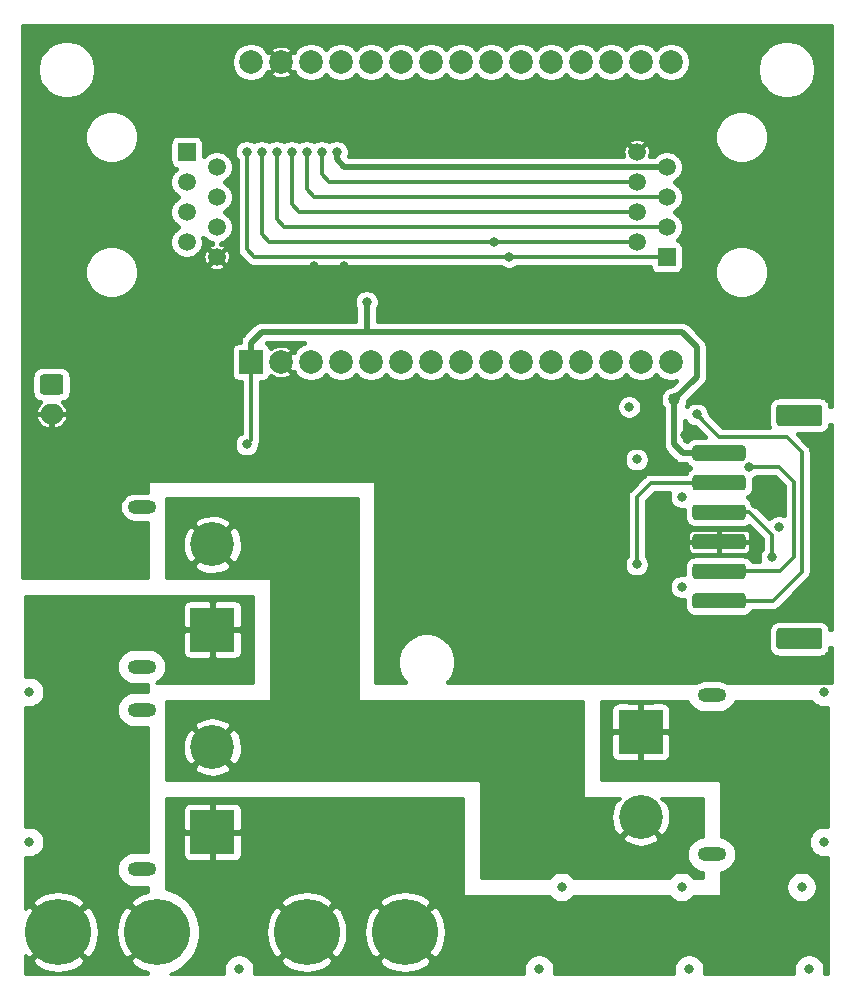
<source format=gbl>
G04 #@! TF.GenerationSoftware,KiCad,Pcbnew,(5.1.9)-1*
G04 #@! TF.CreationDate,2024-04-03T19:00:59-04:00*
G04 #@! TF.ProjectId,Shield Drive Moteur DC,53686965-6c64-4204-9472-697665204d6f,rev?*
G04 #@! TF.SameCoordinates,Original*
G04 #@! TF.FileFunction,Copper,L4,Bot*
G04 #@! TF.FilePolarity,Positive*
%FSLAX46Y46*%
G04 Gerber Fmt 4.6, Leading zero omitted, Abs format (unit mm)*
G04 Created by KiCad (PCBNEW (5.1.9)-1) date 2024-04-03 19:00:59*
%MOMM*%
%LPD*%
G01*
G04 APERTURE LIST*
G04 #@! TA.AperFunction,ComponentPad*
%ADD10R,2.000000X2.000000*%
G04 #@! TD*
G04 #@! TA.AperFunction,ComponentPad*
%ADD11C,2.000000*%
G04 #@! TD*
G04 #@! TA.AperFunction,ComponentPad*
%ADD12C,3.716000*%
G04 #@! TD*
G04 #@! TA.AperFunction,ComponentPad*
%ADD13R,3.716000X3.716000*%
G04 #@! TD*
G04 #@! TA.AperFunction,ComponentPad*
%ADD14O,2.400000X1.200000*%
G04 #@! TD*
G04 #@! TA.AperFunction,ComponentPad*
%ADD15O,2.000000X1.700000*%
G04 #@! TD*
G04 #@! TA.AperFunction,ComponentPad*
%ADD16C,5.590000*%
G04 #@! TD*
G04 #@! TA.AperFunction,ComponentPad*
%ADD17C,1.500000*%
G04 #@! TD*
G04 #@! TA.AperFunction,ComponentPad*
%ADD18R,1.500000X1.500000*%
G04 #@! TD*
G04 #@! TA.AperFunction,ViaPad*
%ADD19C,0.800000*%
G04 #@! TD*
G04 #@! TA.AperFunction,ViaPad*
%ADD20C,1.016000*%
G04 #@! TD*
G04 #@! TA.AperFunction,Conductor*
%ADD21C,0.508000*%
G04 #@! TD*
G04 #@! TA.AperFunction,Conductor*
%ADD22C,0.304800*%
G04 #@! TD*
G04 #@! TA.AperFunction,Conductor*
%ADD23C,0.254000*%
G04 #@! TD*
G04 #@! TA.AperFunction,Conductor*
%ADD24C,0.100000*%
G04 #@! TD*
G04 #@! TA.AperFunction,Conductor*
%ADD25C,0.381000*%
G04 #@! TD*
G04 APERTURE END LIST*
D10*
X172445000Y-85090000D03*
D11*
X174985000Y-85090000D03*
X177525000Y-85090000D03*
X180065000Y-85090000D03*
X182605000Y-85090000D03*
X185145000Y-85090000D03*
X187685000Y-85090000D03*
X190225000Y-85090000D03*
X192765000Y-85090000D03*
X195305000Y-85090000D03*
X197845000Y-85090000D03*
X200385000Y-85090000D03*
X202925000Y-85090000D03*
X205465000Y-85090000D03*
X208005000Y-85090000D03*
X172445000Y-59690000D03*
X174985000Y-59690000D03*
X177525000Y-59690000D03*
X180065000Y-59690000D03*
X182605000Y-59690000D03*
X185145000Y-59690000D03*
X187685000Y-59690000D03*
X190225000Y-59690000D03*
X192765000Y-59690000D03*
X195305000Y-59690000D03*
X197845000Y-59690000D03*
X200385000Y-59690000D03*
X202925000Y-59690000D03*
X205465000Y-59690000D03*
X208005000Y-59690000D03*
D12*
X205455000Y-123615000D03*
D13*
X205455000Y-116415000D03*
D14*
X211455000Y-126765000D03*
X211455000Y-113265000D03*
D12*
X169195000Y-117685000D03*
D13*
X169195000Y-124885000D03*
D14*
X163195000Y-114535000D03*
X163195000Y-128035000D03*
D12*
X169195000Y-100540000D03*
D13*
X169195000Y-107740000D03*
D14*
X163195000Y-97390000D03*
X163195000Y-110890000D03*
D15*
X155575000Y-89495000D03*
G04 #@! TA.AperFunction,ComponentPad*
G36*
G01*
X154825000Y-86145000D02*
X156325000Y-86145000D01*
G75*
G02*
X156575000Y-86395000I0J-250000D01*
G01*
X156575000Y-87595000D01*
G75*
G02*
X156325000Y-87845000I-250000J0D01*
G01*
X154825000Y-87845000D01*
G75*
G02*
X154575000Y-87595000I0J250000D01*
G01*
X154575000Y-86395000D01*
G75*
G02*
X154825000Y-86145000I250000J0D01*
G01*
G37*
G04 #@! TD.AperFunction*
G04 #@! TA.AperFunction,SMDPad,CuDef*
G36*
G01*
X210089600Y-104660000D02*
X214090400Y-104660000D01*
G75*
G02*
X214340000Y-104909600I0J-249600D01*
G01*
X214340000Y-105710400D01*
G75*
G02*
X214090400Y-105960000I-249600J0D01*
G01*
X210089600Y-105960000D01*
G75*
G02*
X209840000Y-105710400I0J249600D01*
G01*
X209840000Y-104909600D01*
G75*
G02*
X210089600Y-104660000I249600J0D01*
G01*
G37*
G04 #@! TD.AperFunction*
G04 #@! TA.AperFunction,SMDPad,CuDef*
G36*
G01*
X217190200Y-107610000D02*
X220589800Y-107610000D01*
G75*
G02*
X220840000Y-107860200I0J-250200D01*
G01*
X220840000Y-109159800D01*
G75*
G02*
X220589800Y-109410000I-250200J0D01*
G01*
X217190200Y-109410000D01*
G75*
G02*
X216940000Y-109159800I0J250200D01*
G01*
X216940000Y-107860200D01*
G75*
G02*
X217190200Y-107610000I250200J0D01*
G01*
G37*
G04 #@! TD.AperFunction*
G04 #@! TA.AperFunction,SMDPad,CuDef*
G36*
G01*
X217190200Y-88710000D02*
X220589800Y-88710000D01*
G75*
G02*
X220840000Y-88960200I0J-250200D01*
G01*
X220840000Y-90259800D01*
G75*
G02*
X220589800Y-90510000I-250200J0D01*
G01*
X217190200Y-90510000D01*
G75*
G02*
X216940000Y-90259800I0J250200D01*
G01*
X216940000Y-88960200D01*
G75*
G02*
X217190200Y-88710000I250200J0D01*
G01*
G37*
G04 #@! TD.AperFunction*
G04 #@! TA.AperFunction,SMDPad,CuDef*
G36*
G01*
X210089600Y-102160000D02*
X214090400Y-102160000D01*
G75*
G02*
X214340000Y-102409600I0J-249600D01*
G01*
X214340000Y-103210400D01*
G75*
G02*
X214090400Y-103460000I-249600J0D01*
G01*
X210089600Y-103460000D01*
G75*
G02*
X209840000Y-103210400I0J249600D01*
G01*
X209840000Y-102409600D01*
G75*
G02*
X210089600Y-102160000I249600J0D01*
G01*
G37*
G04 #@! TD.AperFunction*
G04 #@! TA.AperFunction,SMDPad,CuDef*
G36*
G01*
X210089600Y-99660000D02*
X214090400Y-99660000D01*
G75*
G02*
X214340000Y-99909600I0J-249600D01*
G01*
X214340000Y-100710400D01*
G75*
G02*
X214090400Y-100960000I-249600J0D01*
G01*
X210089600Y-100960000D01*
G75*
G02*
X209840000Y-100710400I0J249600D01*
G01*
X209840000Y-99909600D01*
G75*
G02*
X210089600Y-99660000I249600J0D01*
G01*
G37*
G04 #@! TD.AperFunction*
G04 #@! TA.AperFunction,SMDPad,CuDef*
G36*
G01*
X210089600Y-97160000D02*
X214090400Y-97160000D01*
G75*
G02*
X214340000Y-97409600I0J-249600D01*
G01*
X214340000Y-98210400D01*
G75*
G02*
X214090400Y-98460000I-249600J0D01*
G01*
X210089600Y-98460000D01*
G75*
G02*
X209840000Y-98210400I0J249600D01*
G01*
X209840000Y-97409600D01*
G75*
G02*
X210089600Y-97160000I249600J0D01*
G01*
G37*
G04 #@! TD.AperFunction*
G04 #@! TA.AperFunction,SMDPad,CuDef*
G36*
G01*
X210089600Y-94660000D02*
X214090400Y-94660000D01*
G75*
G02*
X214340000Y-94909600I0J-249600D01*
G01*
X214340000Y-95710400D01*
G75*
G02*
X214090400Y-95960000I-249600J0D01*
G01*
X210089600Y-95960000D01*
G75*
G02*
X209840000Y-95710400I0J249600D01*
G01*
X209840000Y-94909600D01*
G75*
G02*
X210089600Y-94660000I249600J0D01*
G01*
G37*
G04 #@! TD.AperFunction*
G04 #@! TA.AperFunction,SMDPad,CuDef*
G36*
G01*
X210089600Y-92160000D02*
X214090400Y-92160000D01*
G75*
G02*
X214340000Y-92409600I0J-249600D01*
G01*
X214340000Y-93210400D01*
G75*
G02*
X214090400Y-93460000I-249600J0D01*
G01*
X210089600Y-93460000D01*
G75*
G02*
X209840000Y-93210400I0J249600D01*
G01*
X209840000Y-92409600D01*
G75*
G02*
X210089600Y-92160000I249600J0D01*
G01*
G37*
G04 #@! TD.AperFunction*
D16*
X185500000Y-133350000D03*
X177170000Y-133350000D03*
X164470000Y-133350000D03*
X156140000Y-133350000D03*
D17*
X205105000Y-67310000D03*
X207645000Y-68580000D03*
X205105000Y-69850000D03*
X207645000Y-71120000D03*
X205105000Y-72390000D03*
X207645000Y-73660000D03*
X205105000Y-74930000D03*
D18*
X207645000Y-76200000D03*
D17*
X169545000Y-76200000D03*
X167005000Y-74930000D03*
X169545000Y-73660000D03*
X167005000Y-72390000D03*
X169545000Y-71120000D03*
X167005000Y-69850000D03*
X169545000Y-68580000D03*
D18*
X167005000Y-67310000D03*
D19*
X182245000Y-80010000D03*
D20*
X208280000Y-88265000D03*
D19*
X172085000Y-92075000D03*
X172085000Y-67310000D03*
X194310000Y-76200000D03*
X173355000Y-67310000D03*
X193040000Y-74930000D03*
X210185000Y-89535000D03*
X214630000Y-93980000D03*
X216535000Y-101600000D03*
X205105000Y-102235000D03*
X208915000Y-104140000D03*
X208915000Y-96520000D03*
X217170000Y-99060000D03*
X204470000Y-88900000D03*
X205105000Y-93345000D03*
X215900000Y-57150000D03*
X203200000Y-57150000D03*
X190500000Y-57150000D03*
X158750000Y-57150000D03*
X171450000Y-57150000D03*
X184150000Y-57150000D03*
X153670000Y-62230000D03*
X153670000Y-74930000D03*
X161290000Y-71755000D03*
X220980000Y-62230000D03*
X220980000Y-74930000D03*
X220980000Y-81280000D03*
X210820000Y-71755000D03*
X183515000Y-67310000D03*
X190500000Y-67310000D03*
X182245000Y-67310000D03*
X180340000Y-76952400D03*
X177800000Y-76952400D03*
X179070000Y-94615000D03*
X185420000Y-94615000D03*
X191770000Y-94615000D03*
X172720000Y-94615000D03*
X209550000Y-136525000D03*
X219710000Y-136525000D03*
X215147600Y-97155000D03*
X215147600Y-100330000D03*
X153670000Y-100330000D03*
X153670000Y-113030000D03*
X153670000Y-125730000D03*
X171450000Y-136525000D03*
X196850000Y-136525000D03*
X220980000Y-125730000D03*
X220980000Y-113030000D03*
X220980000Y-100330000D03*
X220980000Y-92075000D03*
X213360000Y-90424000D03*
X220980000Y-68580000D03*
X196850000Y-111760000D03*
X184150000Y-111760000D03*
X202946000Y-93980000D03*
X172085000Y-79375000D03*
X185420000Y-77470000D03*
X203835000Y-107950000D03*
X209169000Y-91313000D03*
X202565000Y-77470000D03*
X208915000Y-129540000D03*
X198755000Y-129540000D03*
X219075000Y-129540000D03*
X179705000Y-67310000D03*
X178435000Y-67310000D03*
X177165000Y-67310000D03*
X175895000Y-67310000D03*
X174625000Y-67310000D03*
D21*
X172445000Y-85090000D02*
X172445000Y-83460000D01*
X172445000Y-83460000D02*
X173355000Y-82550000D01*
X182245000Y-82550000D02*
X173355000Y-82550000D01*
X208280000Y-82550000D02*
X182245000Y-82550000D01*
X182245000Y-82550000D02*
X182245000Y-80010000D01*
X208280000Y-82550000D02*
X208915000Y-82550000D01*
X212090000Y-92810000D02*
X209015000Y-92810000D01*
X209015000Y-92810000D02*
X208280000Y-92075000D01*
X208280000Y-92075000D02*
X208280000Y-88265000D01*
X208280000Y-88265000D02*
X210185000Y-86360000D01*
X210185000Y-83820000D02*
X208915000Y-82550000D01*
X210185000Y-86360000D02*
X210185000Y-83820000D01*
D22*
X172445000Y-91715000D02*
X172085000Y-92075000D01*
X172445000Y-85090000D02*
X172445000Y-91715000D01*
X207645000Y-76200000D02*
X172720000Y-76200000D01*
X172085000Y-75565000D02*
X172085000Y-67310000D01*
X172720000Y-76200000D02*
X172085000Y-75565000D01*
X173355000Y-74295000D02*
X173355000Y-67310000D01*
X173990000Y-74930000D02*
X173355000Y-74295000D01*
X198755000Y-74930000D02*
X173990000Y-74930000D01*
X205105000Y-74930000D02*
X198755000Y-74930000D01*
X212090000Y-91440000D02*
X210820000Y-90170000D01*
X219075000Y-92710000D02*
X217805000Y-91440000D01*
X219075000Y-102870000D02*
X219075000Y-92710000D01*
X217805000Y-91440000D02*
X212090000Y-91440000D01*
X216635000Y-105310000D02*
X219075000Y-102870000D01*
X210820000Y-90170000D02*
X210185000Y-89535000D01*
X212090000Y-105310000D02*
X216635000Y-105310000D01*
X212090000Y-102810000D02*
X217230000Y-102810000D01*
X217230000Y-102810000D02*
X218440000Y-101600000D01*
X218440000Y-101600000D02*
X218440000Y-95250000D01*
X217170000Y-93980000D02*
X214630000Y-93980000D01*
X218440000Y-95250000D02*
X217170000Y-93980000D01*
X212090000Y-97810000D02*
X214610000Y-97810000D01*
X216535000Y-99735000D02*
X216535000Y-101600000D01*
X214610000Y-97810000D02*
X216535000Y-99735000D01*
X212090000Y-95310000D02*
X206315000Y-95310000D01*
X205105000Y-96520000D02*
X205105000Y-102235000D01*
X206315000Y-95310000D02*
X205105000Y-96520000D01*
X215127600Y-100310000D02*
X215147600Y-100330000D01*
X212090000Y-100310000D02*
X215127600Y-100310000D01*
D21*
X179705000Y-67945000D02*
X179705000Y-67310000D01*
X180340000Y-68580000D02*
X179705000Y-67945000D01*
X207645000Y-68580000D02*
X180340000Y-68580000D01*
D22*
X178435000Y-67310000D02*
X178435000Y-69215000D01*
X178435000Y-69215000D02*
X179070000Y-69850000D01*
X179070000Y-69850000D02*
X205105000Y-69850000D01*
X207645000Y-71120000D02*
X177800000Y-71120000D01*
X177165000Y-70485000D02*
X177165000Y-67310000D01*
X177800000Y-71120000D02*
X177165000Y-70485000D01*
X205105000Y-72390000D02*
X176530000Y-72390000D01*
X175895000Y-71755000D02*
X175895000Y-67310000D01*
X176530000Y-72390000D02*
X175895000Y-71755000D01*
X207645000Y-73660000D02*
X175260000Y-73660000D01*
X174625000Y-73025000D02*
X174625000Y-67310000D01*
X175260000Y-73660000D02*
X174625000Y-73025000D01*
D23*
X209472688Y-113837572D02*
X209610952Y-114096246D01*
X209797024Y-114322976D01*
X210023754Y-114509048D01*
X210282428Y-114647312D01*
X210563105Y-114732455D01*
X210781856Y-114754000D01*
X212128144Y-114754000D01*
X212346895Y-114732455D01*
X212627572Y-114647312D01*
X212886246Y-114509048D01*
X213112976Y-114322976D01*
X213299048Y-114096246D01*
X213437312Y-113837572D01*
X213451136Y-113792000D01*
X219938885Y-113792000D01*
X219978768Y-113851690D01*
X220158310Y-114031232D01*
X220369430Y-114172297D01*
X220604013Y-114269465D01*
X220853045Y-114319000D01*
X221106955Y-114319000D01*
X221336000Y-114273441D01*
X221336000Y-124486559D01*
X221106955Y-124441000D01*
X220853045Y-124441000D01*
X220604013Y-124490535D01*
X220369430Y-124587703D01*
X220158310Y-124728768D01*
X219978768Y-124908310D01*
X219837703Y-125119430D01*
X219740535Y-125354013D01*
X219691000Y-125603045D01*
X219691000Y-125856955D01*
X219740535Y-126105987D01*
X219837703Y-126340570D01*
X219978768Y-126551690D01*
X220158310Y-126731232D01*
X220369430Y-126872297D01*
X220604013Y-126969465D01*
X220853045Y-127019000D01*
X221106955Y-127019000D01*
X221336000Y-126973441D01*
X221336000Y-136881000D01*
X220953441Y-136881000D01*
X220999000Y-136651955D01*
X220999000Y-136398045D01*
X220949465Y-136149013D01*
X220852297Y-135914430D01*
X220711232Y-135703310D01*
X220531690Y-135523768D01*
X220320570Y-135382703D01*
X220085987Y-135285535D01*
X219836955Y-135236000D01*
X219583045Y-135236000D01*
X219334013Y-135285535D01*
X219099430Y-135382703D01*
X218888310Y-135523768D01*
X218708768Y-135703310D01*
X218567703Y-135914430D01*
X218470535Y-136149013D01*
X218421000Y-136398045D01*
X218421000Y-136651955D01*
X218466559Y-136881000D01*
X210793441Y-136881000D01*
X210839000Y-136651955D01*
X210839000Y-136398045D01*
X210789465Y-136149013D01*
X210692297Y-135914430D01*
X210551232Y-135703310D01*
X210371690Y-135523768D01*
X210160570Y-135382703D01*
X209925987Y-135285535D01*
X209676955Y-135236000D01*
X209423045Y-135236000D01*
X209174013Y-135285535D01*
X208939430Y-135382703D01*
X208728310Y-135523768D01*
X208548768Y-135703310D01*
X208407703Y-135914430D01*
X208310535Y-136149013D01*
X208261000Y-136398045D01*
X208261000Y-136651955D01*
X208306559Y-136881000D01*
X198093441Y-136881000D01*
X198139000Y-136651955D01*
X198139000Y-136398045D01*
X198089465Y-136149013D01*
X197992297Y-135914430D01*
X197851232Y-135703310D01*
X197671690Y-135523768D01*
X197460570Y-135382703D01*
X197225987Y-135285535D01*
X196976955Y-135236000D01*
X196723045Y-135236000D01*
X196474013Y-135285535D01*
X196239430Y-135382703D01*
X196028310Y-135523768D01*
X195848768Y-135703310D01*
X195707703Y-135914430D01*
X195610535Y-136149013D01*
X195561000Y-136398045D01*
X195561000Y-136651955D01*
X195606559Y-136881000D01*
X172693441Y-136881000D01*
X172739000Y-136651955D01*
X172739000Y-136398045D01*
X172689465Y-136149013D01*
X172592297Y-135914430D01*
X172491066Y-135762926D01*
X174936680Y-135762926D01*
X175248263Y-136211110D01*
X175843364Y-136531046D01*
X176489446Y-136728737D01*
X177161682Y-136796585D01*
X177834237Y-136731982D01*
X178481266Y-136537413D01*
X179077903Y-136220352D01*
X179091737Y-136211110D01*
X179403320Y-135762926D01*
X183266680Y-135762926D01*
X183578263Y-136211110D01*
X184173364Y-136531046D01*
X184819446Y-136728737D01*
X185491682Y-136796585D01*
X186164237Y-136731982D01*
X186811266Y-136537413D01*
X187407903Y-136220352D01*
X187421737Y-136211110D01*
X187733320Y-135762926D01*
X185500000Y-133529605D01*
X183266680Y-135762926D01*
X179403320Y-135762926D01*
X177170000Y-133529605D01*
X174936680Y-135762926D01*
X172491066Y-135762926D01*
X172451232Y-135703310D01*
X172271690Y-135523768D01*
X172060570Y-135382703D01*
X171825987Y-135285535D01*
X171576955Y-135236000D01*
X171323045Y-135236000D01*
X171074013Y-135285535D01*
X170839430Y-135382703D01*
X170628310Y-135523768D01*
X170448768Y-135703310D01*
X170307703Y-135914430D01*
X170210535Y-136149013D01*
X170161000Y-136398045D01*
X170161000Y-136651955D01*
X170206559Y-136881000D01*
X165572168Y-136881000D01*
X166215028Y-136614718D01*
X166818413Y-136211549D01*
X167331549Y-135698413D01*
X167734718Y-135095028D01*
X168012426Y-134424583D01*
X168154000Y-133712842D01*
X168154000Y-133341682D01*
X173723415Y-133341682D01*
X173788018Y-134014237D01*
X173982587Y-134661266D01*
X174299648Y-135257903D01*
X174308890Y-135271737D01*
X174757074Y-135583320D01*
X176990395Y-133350000D01*
X177349605Y-133350000D01*
X179582926Y-135583320D01*
X180031110Y-135271737D01*
X180351046Y-134676636D01*
X180548737Y-134030554D01*
X180616585Y-133358318D01*
X180614988Y-133341682D01*
X182053415Y-133341682D01*
X182118018Y-134014237D01*
X182312587Y-134661266D01*
X182629648Y-135257903D01*
X182638890Y-135271737D01*
X183087074Y-135583320D01*
X185320395Y-133350000D01*
X185679605Y-133350000D01*
X187912926Y-135583320D01*
X188361110Y-135271737D01*
X188681046Y-134676636D01*
X188878737Y-134030554D01*
X188946585Y-133358318D01*
X188881982Y-132685763D01*
X188687413Y-132038734D01*
X188370352Y-131442097D01*
X188361110Y-131428263D01*
X187912926Y-131116680D01*
X185679605Y-133350000D01*
X185320395Y-133350000D01*
X183087074Y-131116680D01*
X182638890Y-131428263D01*
X182318954Y-132023364D01*
X182121263Y-132669446D01*
X182053415Y-133341682D01*
X180614988Y-133341682D01*
X180551982Y-132685763D01*
X180357413Y-132038734D01*
X180040352Y-131442097D01*
X180031110Y-131428263D01*
X179582926Y-131116680D01*
X177349605Y-133350000D01*
X176990395Y-133350000D01*
X174757074Y-131116680D01*
X174308890Y-131428263D01*
X173988954Y-132023364D01*
X173791263Y-132669446D01*
X173723415Y-133341682D01*
X168154000Y-133341682D01*
X168154000Y-132987158D01*
X168012426Y-132275417D01*
X167734718Y-131604972D01*
X167331549Y-131001587D01*
X167267036Y-130937074D01*
X174936680Y-130937074D01*
X177170000Y-133170395D01*
X179403320Y-130937074D01*
X183266680Y-130937074D01*
X185500000Y-133170395D01*
X187733320Y-130937074D01*
X187421737Y-130488890D01*
X186826636Y-130168954D01*
X186180554Y-129971263D01*
X185508318Y-129903415D01*
X184835763Y-129968018D01*
X184188734Y-130162587D01*
X183592097Y-130479648D01*
X183578263Y-130488890D01*
X183266680Y-130937074D01*
X179403320Y-130937074D01*
X179091737Y-130488890D01*
X178496636Y-130168954D01*
X177850554Y-129971263D01*
X177178318Y-129903415D01*
X176505763Y-129968018D01*
X175858734Y-130162587D01*
X175262097Y-130479648D01*
X175248263Y-130488890D01*
X174936680Y-130937074D01*
X167267036Y-130937074D01*
X166818413Y-130488451D01*
X166215028Y-130085282D01*
X165544583Y-129807574D01*
X165227000Y-129744403D01*
X165227000Y-128443774D01*
X165262455Y-128326895D01*
X165291204Y-128035000D01*
X165262455Y-127743105D01*
X165227000Y-127626226D01*
X165227000Y-126743000D01*
X166698928Y-126743000D01*
X166711188Y-126867482D01*
X166747498Y-126987180D01*
X166806463Y-127097494D01*
X166885815Y-127194185D01*
X166982506Y-127273537D01*
X167092820Y-127332502D01*
X167212518Y-127368812D01*
X167337000Y-127381072D01*
X168909250Y-127378000D01*
X169068000Y-127219250D01*
X169068000Y-125012000D01*
X169322000Y-125012000D01*
X169322000Y-127219250D01*
X169480750Y-127378000D01*
X171053000Y-127381072D01*
X171177482Y-127368812D01*
X171297180Y-127332502D01*
X171407494Y-127273537D01*
X171504185Y-127194185D01*
X171583537Y-127097494D01*
X171642502Y-126987180D01*
X171678812Y-126867482D01*
X171691072Y-126743000D01*
X171688000Y-125170750D01*
X171529250Y-125012000D01*
X169322000Y-125012000D01*
X169068000Y-125012000D01*
X166860750Y-125012000D01*
X166702000Y-125170750D01*
X166698928Y-126743000D01*
X165227000Y-126743000D01*
X165227000Y-123027000D01*
X166698928Y-123027000D01*
X166702000Y-124599250D01*
X166860750Y-124758000D01*
X169068000Y-124758000D01*
X169068000Y-122550750D01*
X169322000Y-122550750D01*
X169322000Y-124758000D01*
X171529250Y-124758000D01*
X171688000Y-124599250D01*
X171691072Y-123027000D01*
X171678812Y-122902518D01*
X171642502Y-122782820D01*
X171583537Y-122672506D01*
X171504185Y-122575815D01*
X171407494Y-122496463D01*
X171297180Y-122437498D01*
X171177482Y-122401188D01*
X171053000Y-122388928D01*
X169480750Y-122392000D01*
X169322000Y-122550750D01*
X169068000Y-122550750D01*
X168909250Y-122392000D01*
X167337000Y-122388928D01*
X167212518Y-122401188D01*
X167092820Y-122437498D01*
X166982506Y-122496463D01*
X166885815Y-122575815D01*
X166806463Y-122672506D01*
X166747498Y-122782820D01*
X166711188Y-122902518D01*
X166698928Y-123027000D01*
X165227000Y-123027000D01*
X165227000Y-122047000D01*
X190373000Y-122047000D01*
X190373000Y-130175000D01*
X190375440Y-130199776D01*
X190382667Y-130223601D01*
X190394403Y-130245557D01*
X190410197Y-130264803D01*
X190429443Y-130280597D01*
X190451399Y-130292333D01*
X190475224Y-130299560D01*
X190500000Y-130302000D01*
X197713885Y-130302000D01*
X197753768Y-130361690D01*
X197933310Y-130541232D01*
X198144430Y-130682297D01*
X198379013Y-130779465D01*
X198628045Y-130829000D01*
X198881955Y-130829000D01*
X199130987Y-130779465D01*
X199365570Y-130682297D01*
X199576690Y-130541232D01*
X199756232Y-130361690D01*
X199796115Y-130302000D01*
X207873885Y-130302000D01*
X207913768Y-130361690D01*
X208093310Y-130541232D01*
X208304430Y-130682297D01*
X208539013Y-130779465D01*
X208788045Y-130829000D01*
X209041955Y-130829000D01*
X209290987Y-130779465D01*
X209525570Y-130682297D01*
X209736690Y-130541232D01*
X209916232Y-130361690D01*
X209956115Y-130302000D01*
X212090000Y-130302000D01*
X212114776Y-130299560D01*
X212138601Y-130292333D01*
X212160557Y-130280597D01*
X212179803Y-130264803D01*
X212195597Y-130245557D01*
X212207333Y-130223601D01*
X212214560Y-130199776D01*
X212217000Y-130175000D01*
X212217000Y-129413045D01*
X217786000Y-129413045D01*
X217786000Y-129666955D01*
X217835535Y-129915987D01*
X217932703Y-130150570D01*
X218073768Y-130361690D01*
X218253310Y-130541232D01*
X218464430Y-130682297D01*
X218699013Y-130779465D01*
X218948045Y-130829000D01*
X219201955Y-130829000D01*
X219450987Y-130779465D01*
X219685570Y-130682297D01*
X219896690Y-130541232D01*
X220076232Y-130361690D01*
X220217297Y-130150570D01*
X220314465Y-129915987D01*
X220364000Y-129666955D01*
X220364000Y-129413045D01*
X220314465Y-129164013D01*
X220217297Y-128929430D01*
X220076232Y-128718310D01*
X219896690Y-128538768D01*
X219685570Y-128397703D01*
X219450987Y-128300535D01*
X219201955Y-128251000D01*
X218948045Y-128251000D01*
X218699013Y-128300535D01*
X218464430Y-128397703D01*
X218253310Y-128538768D01*
X218073768Y-128718310D01*
X217932703Y-128929430D01*
X217835535Y-129164013D01*
X217786000Y-129413045D01*
X212217000Y-129413045D01*
X212217000Y-128245248D01*
X212346895Y-128232455D01*
X212627572Y-128147312D01*
X212886246Y-128009048D01*
X213112976Y-127822976D01*
X213299048Y-127596246D01*
X213437312Y-127337572D01*
X213522455Y-127056895D01*
X213551204Y-126765000D01*
X213522455Y-126473105D01*
X213437312Y-126192428D01*
X213299048Y-125933754D01*
X213112976Y-125707024D01*
X212886246Y-125520952D01*
X212627572Y-125382688D01*
X212346895Y-125297545D01*
X212217000Y-125284752D01*
X212217000Y-120650000D01*
X212214560Y-120625224D01*
X212207333Y-120601399D01*
X212195597Y-120579443D01*
X212179803Y-120560197D01*
X212160557Y-120544403D01*
X212138601Y-120532667D01*
X212114776Y-120525440D01*
X212090000Y-120523000D01*
X202057000Y-120523000D01*
X202057000Y-118273000D01*
X202958928Y-118273000D01*
X202971188Y-118397482D01*
X203007498Y-118517180D01*
X203066463Y-118627494D01*
X203145815Y-118724185D01*
X203242506Y-118803537D01*
X203352820Y-118862502D01*
X203472518Y-118898812D01*
X203597000Y-118911072D01*
X205169250Y-118908000D01*
X205328000Y-118749250D01*
X205328000Y-116542000D01*
X205582000Y-116542000D01*
X205582000Y-118749250D01*
X205740750Y-118908000D01*
X207313000Y-118911072D01*
X207437482Y-118898812D01*
X207557180Y-118862502D01*
X207667494Y-118803537D01*
X207764185Y-118724185D01*
X207843537Y-118627494D01*
X207902502Y-118517180D01*
X207938812Y-118397482D01*
X207951072Y-118273000D01*
X207948000Y-116700750D01*
X207789250Y-116542000D01*
X205582000Y-116542000D01*
X205328000Y-116542000D01*
X203120750Y-116542000D01*
X202962000Y-116700750D01*
X202958928Y-118273000D01*
X202057000Y-118273000D01*
X202057000Y-114557000D01*
X202958928Y-114557000D01*
X202962000Y-116129250D01*
X203120750Y-116288000D01*
X205328000Y-116288000D01*
X205328000Y-114080750D01*
X205582000Y-114080750D01*
X205582000Y-116288000D01*
X207789250Y-116288000D01*
X207948000Y-116129250D01*
X207951072Y-114557000D01*
X207938812Y-114432518D01*
X207902502Y-114312820D01*
X207843537Y-114202506D01*
X207764185Y-114105815D01*
X207667494Y-114026463D01*
X207557180Y-113967498D01*
X207437482Y-113931188D01*
X207313000Y-113918928D01*
X205740750Y-113922000D01*
X205582000Y-114080750D01*
X205328000Y-114080750D01*
X205169250Y-113922000D01*
X203597000Y-113918928D01*
X203472518Y-113931188D01*
X203352820Y-113967498D01*
X203242506Y-114026463D01*
X203145815Y-114105815D01*
X203066463Y-114202506D01*
X203007498Y-114312820D01*
X202971188Y-114432518D01*
X202958928Y-114557000D01*
X202057000Y-114557000D01*
X202057000Y-113792000D01*
X209458864Y-113792000D01*
X209472688Y-113837572D01*
G04 #@! TA.AperFunction,Conductor*
D24*
G36*
X209472688Y-113837572D02*
G01*
X209610952Y-114096246D01*
X209797024Y-114322976D01*
X210023754Y-114509048D01*
X210282428Y-114647312D01*
X210563105Y-114732455D01*
X210781856Y-114754000D01*
X212128144Y-114754000D01*
X212346895Y-114732455D01*
X212627572Y-114647312D01*
X212886246Y-114509048D01*
X213112976Y-114322976D01*
X213299048Y-114096246D01*
X213437312Y-113837572D01*
X213451136Y-113792000D01*
X219938885Y-113792000D01*
X219978768Y-113851690D01*
X220158310Y-114031232D01*
X220369430Y-114172297D01*
X220604013Y-114269465D01*
X220853045Y-114319000D01*
X221106955Y-114319000D01*
X221336000Y-114273441D01*
X221336000Y-124486559D01*
X221106955Y-124441000D01*
X220853045Y-124441000D01*
X220604013Y-124490535D01*
X220369430Y-124587703D01*
X220158310Y-124728768D01*
X219978768Y-124908310D01*
X219837703Y-125119430D01*
X219740535Y-125354013D01*
X219691000Y-125603045D01*
X219691000Y-125856955D01*
X219740535Y-126105987D01*
X219837703Y-126340570D01*
X219978768Y-126551690D01*
X220158310Y-126731232D01*
X220369430Y-126872297D01*
X220604013Y-126969465D01*
X220853045Y-127019000D01*
X221106955Y-127019000D01*
X221336000Y-126973441D01*
X221336000Y-136881000D01*
X220953441Y-136881000D01*
X220999000Y-136651955D01*
X220999000Y-136398045D01*
X220949465Y-136149013D01*
X220852297Y-135914430D01*
X220711232Y-135703310D01*
X220531690Y-135523768D01*
X220320570Y-135382703D01*
X220085987Y-135285535D01*
X219836955Y-135236000D01*
X219583045Y-135236000D01*
X219334013Y-135285535D01*
X219099430Y-135382703D01*
X218888310Y-135523768D01*
X218708768Y-135703310D01*
X218567703Y-135914430D01*
X218470535Y-136149013D01*
X218421000Y-136398045D01*
X218421000Y-136651955D01*
X218466559Y-136881000D01*
X210793441Y-136881000D01*
X210839000Y-136651955D01*
X210839000Y-136398045D01*
X210789465Y-136149013D01*
X210692297Y-135914430D01*
X210551232Y-135703310D01*
X210371690Y-135523768D01*
X210160570Y-135382703D01*
X209925987Y-135285535D01*
X209676955Y-135236000D01*
X209423045Y-135236000D01*
X209174013Y-135285535D01*
X208939430Y-135382703D01*
X208728310Y-135523768D01*
X208548768Y-135703310D01*
X208407703Y-135914430D01*
X208310535Y-136149013D01*
X208261000Y-136398045D01*
X208261000Y-136651955D01*
X208306559Y-136881000D01*
X198093441Y-136881000D01*
X198139000Y-136651955D01*
X198139000Y-136398045D01*
X198089465Y-136149013D01*
X197992297Y-135914430D01*
X197851232Y-135703310D01*
X197671690Y-135523768D01*
X197460570Y-135382703D01*
X197225987Y-135285535D01*
X196976955Y-135236000D01*
X196723045Y-135236000D01*
X196474013Y-135285535D01*
X196239430Y-135382703D01*
X196028310Y-135523768D01*
X195848768Y-135703310D01*
X195707703Y-135914430D01*
X195610535Y-136149013D01*
X195561000Y-136398045D01*
X195561000Y-136651955D01*
X195606559Y-136881000D01*
X172693441Y-136881000D01*
X172739000Y-136651955D01*
X172739000Y-136398045D01*
X172689465Y-136149013D01*
X172592297Y-135914430D01*
X172491066Y-135762926D01*
X174936680Y-135762926D01*
X175248263Y-136211110D01*
X175843364Y-136531046D01*
X176489446Y-136728737D01*
X177161682Y-136796585D01*
X177834237Y-136731982D01*
X178481266Y-136537413D01*
X179077903Y-136220352D01*
X179091737Y-136211110D01*
X179403320Y-135762926D01*
X183266680Y-135762926D01*
X183578263Y-136211110D01*
X184173364Y-136531046D01*
X184819446Y-136728737D01*
X185491682Y-136796585D01*
X186164237Y-136731982D01*
X186811266Y-136537413D01*
X187407903Y-136220352D01*
X187421737Y-136211110D01*
X187733320Y-135762926D01*
X185500000Y-133529605D01*
X183266680Y-135762926D01*
X179403320Y-135762926D01*
X177170000Y-133529605D01*
X174936680Y-135762926D01*
X172491066Y-135762926D01*
X172451232Y-135703310D01*
X172271690Y-135523768D01*
X172060570Y-135382703D01*
X171825987Y-135285535D01*
X171576955Y-135236000D01*
X171323045Y-135236000D01*
X171074013Y-135285535D01*
X170839430Y-135382703D01*
X170628310Y-135523768D01*
X170448768Y-135703310D01*
X170307703Y-135914430D01*
X170210535Y-136149013D01*
X170161000Y-136398045D01*
X170161000Y-136651955D01*
X170206559Y-136881000D01*
X165572168Y-136881000D01*
X166215028Y-136614718D01*
X166818413Y-136211549D01*
X167331549Y-135698413D01*
X167734718Y-135095028D01*
X168012426Y-134424583D01*
X168154000Y-133712842D01*
X168154000Y-133341682D01*
X173723415Y-133341682D01*
X173788018Y-134014237D01*
X173982587Y-134661266D01*
X174299648Y-135257903D01*
X174308890Y-135271737D01*
X174757074Y-135583320D01*
X176990395Y-133350000D01*
X177349605Y-133350000D01*
X179582926Y-135583320D01*
X180031110Y-135271737D01*
X180351046Y-134676636D01*
X180548737Y-134030554D01*
X180616585Y-133358318D01*
X180614988Y-133341682D01*
X182053415Y-133341682D01*
X182118018Y-134014237D01*
X182312587Y-134661266D01*
X182629648Y-135257903D01*
X182638890Y-135271737D01*
X183087074Y-135583320D01*
X185320395Y-133350000D01*
X185679605Y-133350000D01*
X187912926Y-135583320D01*
X188361110Y-135271737D01*
X188681046Y-134676636D01*
X188878737Y-134030554D01*
X188946585Y-133358318D01*
X188881982Y-132685763D01*
X188687413Y-132038734D01*
X188370352Y-131442097D01*
X188361110Y-131428263D01*
X187912926Y-131116680D01*
X185679605Y-133350000D01*
X185320395Y-133350000D01*
X183087074Y-131116680D01*
X182638890Y-131428263D01*
X182318954Y-132023364D01*
X182121263Y-132669446D01*
X182053415Y-133341682D01*
X180614988Y-133341682D01*
X180551982Y-132685763D01*
X180357413Y-132038734D01*
X180040352Y-131442097D01*
X180031110Y-131428263D01*
X179582926Y-131116680D01*
X177349605Y-133350000D01*
X176990395Y-133350000D01*
X174757074Y-131116680D01*
X174308890Y-131428263D01*
X173988954Y-132023364D01*
X173791263Y-132669446D01*
X173723415Y-133341682D01*
X168154000Y-133341682D01*
X168154000Y-132987158D01*
X168012426Y-132275417D01*
X167734718Y-131604972D01*
X167331549Y-131001587D01*
X167267036Y-130937074D01*
X174936680Y-130937074D01*
X177170000Y-133170395D01*
X179403320Y-130937074D01*
X183266680Y-130937074D01*
X185500000Y-133170395D01*
X187733320Y-130937074D01*
X187421737Y-130488890D01*
X186826636Y-130168954D01*
X186180554Y-129971263D01*
X185508318Y-129903415D01*
X184835763Y-129968018D01*
X184188734Y-130162587D01*
X183592097Y-130479648D01*
X183578263Y-130488890D01*
X183266680Y-130937074D01*
X179403320Y-130937074D01*
X179091737Y-130488890D01*
X178496636Y-130168954D01*
X177850554Y-129971263D01*
X177178318Y-129903415D01*
X176505763Y-129968018D01*
X175858734Y-130162587D01*
X175262097Y-130479648D01*
X175248263Y-130488890D01*
X174936680Y-130937074D01*
X167267036Y-130937074D01*
X166818413Y-130488451D01*
X166215028Y-130085282D01*
X165544583Y-129807574D01*
X165227000Y-129744403D01*
X165227000Y-128443774D01*
X165262455Y-128326895D01*
X165291204Y-128035000D01*
X165262455Y-127743105D01*
X165227000Y-127626226D01*
X165227000Y-126743000D01*
X166698928Y-126743000D01*
X166711188Y-126867482D01*
X166747498Y-126987180D01*
X166806463Y-127097494D01*
X166885815Y-127194185D01*
X166982506Y-127273537D01*
X167092820Y-127332502D01*
X167212518Y-127368812D01*
X167337000Y-127381072D01*
X168909250Y-127378000D01*
X169068000Y-127219250D01*
X169068000Y-125012000D01*
X169322000Y-125012000D01*
X169322000Y-127219250D01*
X169480750Y-127378000D01*
X171053000Y-127381072D01*
X171177482Y-127368812D01*
X171297180Y-127332502D01*
X171407494Y-127273537D01*
X171504185Y-127194185D01*
X171583537Y-127097494D01*
X171642502Y-126987180D01*
X171678812Y-126867482D01*
X171691072Y-126743000D01*
X171688000Y-125170750D01*
X171529250Y-125012000D01*
X169322000Y-125012000D01*
X169068000Y-125012000D01*
X166860750Y-125012000D01*
X166702000Y-125170750D01*
X166698928Y-126743000D01*
X165227000Y-126743000D01*
X165227000Y-123027000D01*
X166698928Y-123027000D01*
X166702000Y-124599250D01*
X166860750Y-124758000D01*
X169068000Y-124758000D01*
X169068000Y-122550750D01*
X169322000Y-122550750D01*
X169322000Y-124758000D01*
X171529250Y-124758000D01*
X171688000Y-124599250D01*
X171691072Y-123027000D01*
X171678812Y-122902518D01*
X171642502Y-122782820D01*
X171583537Y-122672506D01*
X171504185Y-122575815D01*
X171407494Y-122496463D01*
X171297180Y-122437498D01*
X171177482Y-122401188D01*
X171053000Y-122388928D01*
X169480750Y-122392000D01*
X169322000Y-122550750D01*
X169068000Y-122550750D01*
X168909250Y-122392000D01*
X167337000Y-122388928D01*
X167212518Y-122401188D01*
X167092820Y-122437498D01*
X166982506Y-122496463D01*
X166885815Y-122575815D01*
X166806463Y-122672506D01*
X166747498Y-122782820D01*
X166711188Y-122902518D01*
X166698928Y-123027000D01*
X165227000Y-123027000D01*
X165227000Y-122047000D01*
X190373000Y-122047000D01*
X190373000Y-130175000D01*
X190375440Y-130199776D01*
X190382667Y-130223601D01*
X190394403Y-130245557D01*
X190410197Y-130264803D01*
X190429443Y-130280597D01*
X190451399Y-130292333D01*
X190475224Y-130299560D01*
X190500000Y-130302000D01*
X197713885Y-130302000D01*
X197753768Y-130361690D01*
X197933310Y-130541232D01*
X198144430Y-130682297D01*
X198379013Y-130779465D01*
X198628045Y-130829000D01*
X198881955Y-130829000D01*
X199130987Y-130779465D01*
X199365570Y-130682297D01*
X199576690Y-130541232D01*
X199756232Y-130361690D01*
X199796115Y-130302000D01*
X207873885Y-130302000D01*
X207913768Y-130361690D01*
X208093310Y-130541232D01*
X208304430Y-130682297D01*
X208539013Y-130779465D01*
X208788045Y-130829000D01*
X209041955Y-130829000D01*
X209290987Y-130779465D01*
X209525570Y-130682297D01*
X209736690Y-130541232D01*
X209916232Y-130361690D01*
X209956115Y-130302000D01*
X212090000Y-130302000D01*
X212114776Y-130299560D01*
X212138601Y-130292333D01*
X212160557Y-130280597D01*
X212179803Y-130264803D01*
X212195597Y-130245557D01*
X212207333Y-130223601D01*
X212214560Y-130199776D01*
X212217000Y-130175000D01*
X212217000Y-129413045D01*
X217786000Y-129413045D01*
X217786000Y-129666955D01*
X217835535Y-129915987D01*
X217932703Y-130150570D01*
X218073768Y-130361690D01*
X218253310Y-130541232D01*
X218464430Y-130682297D01*
X218699013Y-130779465D01*
X218948045Y-130829000D01*
X219201955Y-130829000D01*
X219450987Y-130779465D01*
X219685570Y-130682297D01*
X219896690Y-130541232D01*
X220076232Y-130361690D01*
X220217297Y-130150570D01*
X220314465Y-129915987D01*
X220364000Y-129666955D01*
X220364000Y-129413045D01*
X220314465Y-129164013D01*
X220217297Y-128929430D01*
X220076232Y-128718310D01*
X219896690Y-128538768D01*
X219685570Y-128397703D01*
X219450987Y-128300535D01*
X219201955Y-128251000D01*
X218948045Y-128251000D01*
X218699013Y-128300535D01*
X218464430Y-128397703D01*
X218253310Y-128538768D01*
X218073768Y-128718310D01*
X217932703Y-128929430D01*
X217835535Y-129164013D01*
X217786000Y-129413045D01*
X212217000Y-129413045D01*
X212217000Y-128245248D01*
X212346895Y-128232455D01*
X212627572Y-128147312D01*
X212886246Y-128009048D01*
X213112976Y-127822976D01*
X213299048Y-127596246D01*
X213437312Y-127337572D01*
X213522455Y-127056895D01*
X213551204Y-126765000D01*
X213522455Y-126473105D01*
X213437312Y-126192428D01*
X213299048Y-125933754D01*
X213112976Y-125707024D01*
X212886246Y-125520952D01*
X212627572Y-125382688D01*
X212346895Y-125297545D01*
X212217000Y-125284752D01*
X212217000Y-120650000D01*
X212214560Y-120625224D01*
X212207333Y-120601399D01*
X212195597Y-120579443D01*
X212179803Y-120560197D01*
X212160557Y-120544403D01*
X212138601Y-120532667D01*
X212114776Y-120525440D01*
X212090000Y-120523000D01*
X202057000Y-120523000D01*
X202057000Y-118273000D01*
X202958928Y-118273000D01*
X202971188Y-118397482D01*
X203007498Y-118517180D01*
X203066463Y-118627494D01*
X203145815Y-118724185D01*
X203242506Y-118803537D01*
X203352820Y-118862502D01*
X203472518Y-118898812D01*
X203597000Y-118911072D01*
X205169250Y-118908000D01*
X205328000Y-118749250D01*
X205328000Y-116542000D01*
X205582000Y-116542000D01*
X205582000Y-118749250D01*
X205740750Y-118908000D01*
X207313000Y-118911072D01*
X207437482Y-118898812D01*
X207557180Y-118862502D01*
X207667494Y-118803537D01*
X207764185Y-118724185D01*
X207843537Y-118627494D01*
X207902502Y-118517180D01*
X207938812Y-118397482D01*
X207951072Y-118273000D01*
X207948000Y-116700750D01*
X207789250Y-116542000D01*
X205582000Y-116542000D01*
X205328000Y-116542000D01*
X203120750Y-116542000D01*
X202962000Y-116700750D01*
X202958928Y-118273000D01*
X202057000Y-118273000D01*
X202057000Y-114557000D01*
X202958928Y-114557000D01*
X202962000Y-116129250D01*
X203120750Y-116288000D01*
X205328000Y-116288000D01*
X205328000Y-114080750D01*
X205582000Y-114080750D01*
X205582000Y-116288000D01*
X207789250Y-116288000D01*
X207948000Y-116129250D01*
X207951072Y-114557000D01*
X207938812Y-114432518D01*
X207902502Y-114312820D01*
X207843537Y-114202506D01*
X207764185Y-114105815D01*
X207667494Y-114026463D01*
X207557180Y-113967498D01*
X207437482Y-113931188D01*
X207313000Y-113918928D01*
X205740750Y-113922000D01*
X205582000Y-114080750D01*
X205328000Y-114080750D01*
X205169250Y-113922000D01*
X203597000Y-113918928D01*
X203472518Y-113931188D01*
X203352820Y-113967498D01*
X203242506Y-114026463D01*
X203145815Y-114105815D01*
X203066463Y-114202506D01*
X203007498Y-114312820D01*
X202971188Y-114432518D01*
X202958928Y-114557000D01*
X202057000Y-114557000D01*
X202057000Y-113792000D01*
X209458864Y-113792000D01*
X209472688Y-113837572D01*
G37*
G04 #@! TD.AperFunction*
D23*
X181483000Y-113665000D02*
X181485440Y-113689776D01*
X181492667Y-113713601D01*
X181504403Y-113735557D01*
X181520197Y-113754803D01*
X181539443Y-113770597D01*
X181561399Y-113782333D01*
X181585224Y-113789560D01*
X181610000Y-113792000D01*
X200533000Y-113792000D01*
X200533000Y-121920000D01*
X200535440Y-121944776D01*
X200542667Y-121968601D01*
X200554403Y-121990557D01*
X200570197Y-122009803D01*
X200589443Y-122025597D01*
X200611399Y-122037333D01*
X200635224Y-122044560D01*
X200660000Y-122047000D01*
X203707392Y-122047000D01*
X203708534Y-122048142D01*
X203356318Y-122247200D01*
X203129799Y-122682914D01*
X202992636Y-123154448D01*
X202950100Y-123643681D01*
X203003827Y-124131812D01*
X203151750Y-124600081D01*
X203356318Y-124982800D01*
X203708536Y-125181859D01*
X205275395Y-123615000D01*
X205261253Y-123600858D01*
X205440858Y-123421253D01*
X205455000Y-123435395D01*
X205469143Y-123421253D01*
X205648748Y-123600858D01*
X205634605Y-123615000D01*
X207201464Y-125181859D01*
X207553682Y-124982800D01*
X207780201Y-124547086D01*
X207917364Y-124075552D01*
X207959900Y-123586319D01*
X207906173Y-123098188D01*
X207758250Y-122629919D01*
X207553682Y-122247200D01*
X207201466Y-122048142D01*
X207202608Y-122047000D01*
X210693000Y-122047000D01*
X210693000Y-125284752D01*
X210563105Y-125297545D01*
X210282428Y-125382688D01*
X210023754Y-125520952D01*
X209797024Y-125707024D01*
X209610952Y-125933754D01*
X209472688Y-126192428D01*
X209387545Y-126473105D01*
X209358796Y-126765000D01*
X209387545Y-127056895D01*
X209472688Y-127337572D01*
X209610952Y-127596246D01*
X209797024Y-127822976D01*
X210023754Y-128009048D01*
X210282428Y-128147312D01*
X210563105Y-128232455D01*
X210693000Y-128245248D01*
X210693000Y-128778000D01*
X209956115Y-128778000D01*
X209916232Y-128718310D01*
X209736690Y-128538768D01*
X209525570Y-128397703D01*
X209290987Y-128300535D01*
X209041955Y-128251000D01*
X208788045Y-128251000D01*
X208539013Y-128300535D01*
X208304430Y-128397703D01*
X208093310Y-128538768D01*
X207913768Y-128718310D01*
X207873885Y-128778000D01*
X199796115Y-128778000D01*
X199756232Y-128718310D01*
X199576690Y-128538768D01*
X199365570Y-128397703D01*
X199130987Y-128300535D01*
X198881955Y-128251000D01*
X198628045Y-128251000D01*
X198379013Y-128300535D01*
X198144430Y-128397703D01*
X197933310Y-128538768D01*
X197753768Y-128718310D01*
X197713885Y-128778000D01*
X191897000Y-128778000D01*
X191897000Y-125361464D01*
X203888141Y-125361464D01*
X204087200Y-125713682D01*
X204522914Y-125940201D01*
X204994448Y-126077364D01*
X205483681Y-126119900D01*
X205971812Y-126066173D01*
X206440081Y-125918250D01*
X206822800Y-125713682D01*
X207021859Y-125361464D01*
X205455000Y-123794605D01*
X203888141Y-125361464D01*
X191897000Y-125361464D01*
X191897000Y-120650000D01*
X191894560Y-120625224D01*
X191887333Y-120601399D01*
X191875597Y-120579443D01*
X191859803Y-120560197D01*
X191840557Y-120544403D01*
X191818601Y-120532667D01*
X191794776Y-120525440D01*
X191770000Y-120523000D01*
X165227000Y-120523000D01*
X165227000Y-119431464D01*
X167628141Y-119431464D01*
X167827200Y-119783682D01*
X168262914Y-120010201D01*
X168734448Y-120147364D01*
X169223681Y-120189900D01*
X169711812Y-120136173D01*
X170180081Y-119988250D01*
X170562800Y-119783682D01*
X170761859Y-119431464D01*
X169195000Y-117864605D01*
X167628141Y-119431464D01*
X165227000Y-119431464D01*
X165227000Y-117713681D01*
X166690100Y-117713681D01*
X166743827Y-118201812D01*
X166891750Y-118670081D01*
X167096318Y-119052800D01*
X167448536Y-119251859D01*
X169015395Y-117685000D01*
X169374605Y-117685000D01*
X170941464Y-119251859D01*
X171293682Y-119052800D01*
X171520201Y-118617086D01*
X171657364Y-118145552D01*
X171699900Y-117656319D01*
X171646173Y-117168188D01*
X171498250Y-116699919D01*
X171293682Y-116317200D01*
X170941464Y-116118141D01*
X169374605Y-117685000D01*
X169015395Y-117685000D01*
X167448536Y-116118141D01*
X167096318Y-116317200D01*
X166869799Y-116752914D01*
X166732636Y-117224448D01*
X166690100Y-117713681D01*
X165227000Y-117713681D01*
X165227000Y-115938536D01*
X167628141Y-115938536D01*
X169195000Y-117505395D01*
X170761859Y-115938536D01*
X170562800Y-115586318D01*
X170127086Y-115359799D01*
X169655552Y-115222636D01*
X169166319Y-115180100D01*
X168678188Y-115233827D01*
X168209919Y-115381750D01*
X167827200Y-115586318D01*
X167628141Y-115938536D01*
X165227000Y-115938536D01*
X165227000Y-114943774D01*
X165262455Y-114826895D01*
X165291204Y-114535000D01*
X165262455Y-114243105D01*
X165227000Y-114126226D01*
X165227000Y-113792000D01*
X173990000Y-113792000D01*
X174014776Y-113789560D01*
X174038601Y-113782333D01*
X174060557Y-113770597D01*
X174079803Y-113754803D01*
X174095597Y-113735557D01*
X174107333Y-113713601D01*
X174114560Y-113689776D01*
X174117000Y-113665000D01*
X174117000Y-103505000D01*
X174114560Y-103480224D01*
X174107333Y-103456399D01*
X174095597Y-103434443D01*
X174079803Y-103415197D01*
X174060557Y-103399403D01*
X174038601Y-103387667D01*
X174014776Y-103380440D01*
X173990000Y-103378000D01*
X165227000Y-103378000D01*
X165227000Y-102286464D01*
X167628141Y-102286464D01*
X167827200Y-102638682D01*
X168262914Y-102865201D01*
X168734448Y-103002364D01*
X169223681Y-103044900D01*
X169711812Y-102991173D01*
X170180081Y-102843250D01*
X170562800Y-102638682D01*
X170761859Y-102286464D01*
X169195000Y-100719605D01*
X167628141Y-102286464D01*
X165227000Y-102286464D01*
X165227000Y-100568681D01*
X166690100Y-100568681D01*
X166743827Y-101056812D01*
X166891750Y-101525081D01*
X167096318Y-101907800D01*
X167448536Y-102106859D01*
X169015395Y-100540000D01*
X169374605Y-100540000D01*
X170941464Y-102106859D01*
X171293682Y-101907800D01*
X171520201Y-101472086D01*
X171657364Y-101000552D01*
X171699900Y-100511319D01*
X171646173Y-100023188D01*
X171498250Y-99554919D01*
X171293682Y-99172200D01*
X170941464Y-98973141D01*
X169374605Y-100540000D01*
X169015395Y-100540000D01*
X167448536Y-98973141D01*
X167096318Y-99172200D01*
X166869799Y-99607914D01*
X166732636Y-100079448D01*
X166690100Y-100568681D01*
X165227000Y-100568681D01*
X165227000Y-98793536D01*
X167628141Y-98793536D01*
X169195000Y-100360395D01*
X170761859Y-98793536D01*
X170562800Y-98441318D01*
X170127086Y-98214799D01*
X169655552Y-98077636D01*
X169166319Y-98035100D01*
X168678188Y-98088827D01*
X168209919Y-98236750D01*
X167827200Y-98441318D01*
X167628141Y-98793536D01*
X165227000Y-98793536D01*
X165227000Y-97798774D01*
X165262455Y-97681895D01*
X165291204Y-97390000D01*
X165262455Y-97098105D01*
X165227000Y-96981226D01*
X165227000Y-96647000D01*
X181483000Y-96647000D01*
X181483000Y-113665000D01*
G04 #@! TA.AperFunction,Conductor*
D24*
G36*
X181483000Y-113665000D02*
G01*
X181485440Y-113689776D01*
X181492667Y-113713601D01*
X181504403Y-113735557D01*
X181520197Y-113754803D01*
X181539443Y-113770597D01*
X181561399Y-113782333D01*
X181585224Y-113789560D01*
X181610000Y-113792000D01*
X200533000Y-113792000D01*
X200533000Y-121920000D01*
X200535440Y-121944776D01*
X200542667Y-121968601D01*
X200554403Y-121990557D01*
X200570197Y-122009803D01*
X200589443Y-122025597D01*
X200611399Y-122037333D01*
X200635224Y-122044560D01*
X200660000Y-122047000D01*
X203707392Y-122047000D01*
X203708534Y-122048142D01*
X203356318Y-122247200D01*
X203129799Y-122682914D01*
X202992636Y-123154448D01*
X202950100Y-123643681D01*
X203003827Y-124131812D01*
X203151750Y-124600081D01*
X203356318Y-124982800D01*
X203708536Y-125181859D01*
X205275395Y-123615000D01*
X205261253Y-123600858D01*
X205440858Y-123421253D01*
X205455000Y-123435395D01*
X205469143Y-123421253D01*
X205648748Y-123600858D01*
X205634605Y-123615000D01*
X207201464Y-125181859D01*
X207553682Y-124982800D01*
X207780201Y-124547086D01*
X207917364Y-124075552D01*
X207959900Y-123586319D01*
X207906173Y-123098188D01*
X207758250Y-122629919D01*
X207553682Y-122247200D01*
X207201466Y-122048142D01*
X207202608Y-122047000D01*
X210693000Y-122047000D01*
X210693000Y-125284752D01*
X210563105Y-125297545D01*
X210282428Y-125382688D01*
X210023754Y-125520952D01*
X209797024Y-125707024D01*
X209610952Y-125933754D01*
X209472688Y-126192428D01*
X209387545Y-126473105D01*
X209358796Y-126765000D01*
X209387545Y-127056895D01*
X209472688Y-127337572D01*
X209610952Y-127596246D01*
X209797024Y-127822976D01*
X210023754Y-128009048D01*
X210282428Y-128147312D01*
X210563105Y-128232455D01*
X210693000Y-128245248D01*
X210693000Y-128778000D01*
X209956115Y-128778000D01*
X209916232Y-128718310D01*
X209736690Y-128538768D01*
X209525570Y-128397703D01*
X209290987Y-128300535D01*
X209041955Y-128251000D01*
X208788045Y-128251000D01*
X208539013Y-128300535D01*
X208304430Y-128397703D01*
X208093310Y-128538768D01*
X207913768Y-128718310D01*
X207873885Y-128778000D01*
X199796115Y-128778000D01*
X199756232Y-128718310D01*
X199576690Y-128538768D01*
X199365570Y-128397703D01*
X199130987Y-128300535D01*
X198881955Y-128251000D01*
X198628045Y-128251000D01*
X198379013Y-128300535D01*
X198144430Y-128397703D01*
X197933310Y-128538768D01*
X197753768Y-128718310D01*
X197713885Y-128778000D01*
X191897000Y-128778000D01*
X191897000Y-125361464D01*
X203888141Y-125361464D01*
X204087200Y-125713682D01*
X204522914Y-125940201D01*
X204994448Y-126077364D01*
X205483681Y-126119900D01*
X205971812Y-126066173D01*
X206440081Y-125918250D01*
X206822800Y-125713682D01*
X207021859Y-125361464D01*
X205455000Y-123794605D01*
X203888141Y-125361464D01*
X191897000Y-125361464D01*
X191897000Y-120650000D01*
X191894560Y-120625224D01*
X191887333Y-120601399D01*
X191875597Y-120579443D01*
X191859803Y-120560197D01*
X191840557Y-120544403D01*
X191818601Y-120532667D01*
X191794776Y-120525440D01*
X191770000Y-120523000D01*
X165227000Y-120523000D01*
X165227000Y-119431464D01*
X167628141Y-119431464D01*
X167827200Y-119783682D01*
X168262914Y-120010201D01*
X168734448Y-120147364D01*
X169223681Y-120189900D01*
X169711812Y-120136173D01*
X170180081Y-119988250D01*
X170562800Y-119783682D01*
X170761859Y-119431464D01*
X169195000Y-117864605D01*
X167628141Y-119431464D01*
X165227000Y-119431464D01*
X165227000Y-117713681D01*
X166690100Y-117713681D01*
X166743827Y-118201812D01*
X166891750Y-118670081D01*
X167096318Y-119052800D01*
X167448536Y-119251859D01*
X169015395Y-117685000D01*
X169374605Y-117685000D01*
X170941464Y-119251859D01*
X171293682Y-119052800D01*
X171520201Y-118617086D01*
X171657364Y-118145552D01*
X171699900Y-117656319D01*
X171646173Y-117168188D01*
X171498250Y-116699919D01*
X171293682Y-116317200D01*
X170941464Y-116118141D01*
X169374605Y-117685000D01*
X169015395Y-117685000D01*
X167448536Y-116118141D01*
X167096318Y-116317200D01*
X166869799Y-116752914D01*
X166732636Y-117224448D01*
X166690100Y-117713681D01*
X165227000Y-117713681D01*
X165227000Y-115938536D01*
X167628141Y-115938536D01*
X169195000Y-117505395D01*
X170761859Y-115938536D01*
X170562800Y-115586318D01*
X170127086Y-115359799D01*
X169655552Y-115222636D01*
X169166319Y-115180100D01*
X168678188Y-115233827D01*
X168209919Y-115381750D01*
X167827200Y-115586318D01*
X167628141Y-115938536D01*
X165227000Y-115938536D01*
X165227000Y-114943774D01*
X165262455Y-114826895D01*
X165291204Y-114535000D01*
X165262455Y-114243105D01*
X165227000Y-114126226D01*
X165227000Y-113792000D01*
X173990000Y-113792000D01*
X174014776Y-113789560D01*
X174038601Y-113782333D01*
X174060557Y-113770597D01*
X174079803Y-113754803D01*
X174095597Y-113735557D01*
X174107333Y-113713601D01*
X174114560Y-113689776D01*
X174117000Y-113665000D01*
X174117000Y-103505000D01*
X174114560Y-103480224D01*
X174107333Y-103456399D01*
X174095597Y-103434443D01*
X174079803Y-103415197D01*
X174060557Y-103399403D01*
X174038601Y-103387667D01*
X174014776Y-103380440D01*
X173990000Y-103378000D01*
X165227000Y-103378000D01*
X165227000Y-102286464D01*
X167628141Y-102286464D01*
X167827200Y-102638682D01*
X168262914Y-102865201D01*
X168734448Y-103002364D01*
X169223681Y-103044900D01*
X169711812Y-102991173D01*
X170180081Y-102843250D01*
X170562800Y-102638682D01*
X170761859Y-102286464D01*
X169195000Y-100719605D01*
X167628141Y-102286464D01*
X165227000Y-102286464D01*
X165227000Y-100568681D01*
X166690100Y-100568681D01*
X166743827Y-101056812D01*
X166891750Y-101525081D01*
X167096318Y-101907800D01*
X167448536Y-102106859D01*
X169015395Y-100540000D01*
X169374605Y-100540000D01*
X170941464Y-102106859D01*
X171293682Y-101907800D01*
X171520201Y-101472086D01*
X171657364Y-101000552D01*
X171699900Y-100511319D01*
X171646173Y-100023188D01*
X171498250Y-99554919D01*
X171293682Y-99172200D01*
X170941464Y-98973141D01*
X169374605Y-100540000D01*
X169015395Y-100540000D01*
X167448536Y-98973141D01*
X167096318Y-99172200D01*
X166869799Y-99607914D01*
X166732636Y-100079448D01*
X166690100Y-100568681D01*
X165227000Y-100568681D01*
X165227000Y-98793536D01*
X167628141Y-98793536D01*
X169195000Y-100360395D01*
X170761859Y-98793536D01*
X170562800Y-98441318D01*
X170127086Y-98214799D01*
X169655552Y-98077636D01*
X169166319Y-98035100D01*
X168678188Y-98088827D01*
X168209919Y-98236750D01*
X167827200Y-98441318D01*
X167628141Y-98793536D01*
X165227000Y-98793536D01*
X165227000Y-97798774D01*
X165262455Y-97681895D01*
X165291204Y-97390000D01*
X165262455Y-97098105D01*
X165227000Y-96981226D01*
X165227000Y-96647000D01*
X181483000Y-96647000D01*
X181483000Y-113665000D01*
G37*
G04 #@! TD.AperFunction*
D23*
X172593000Y-112268000D02*
X164375639Y-112268000D01*
X164626246Y-112134048D01*
X164852976Y-111947976D01*
X165039048Y-111721246D01*
X165177312Y-111462572D01*
X165262455Y-111181895D01*
X165291204Y-110890000D01*
X165262455Y-110598105D01*
X165177312Y-110317428D01*
X165039048Y-110058754D01*
X164852976Y-109832024D01*
X164626246Y-109645952D01*
X164536535Y-109598000D01*
X166698928Y-109598000D01*
X166711188Y-109722482D01*
X166747498Y-109842180D01*
X166806463Y-109952494D01*
X166885815Y-110049185D01*
X166982506Y-110128537D01*
X167092820Y-110187502D01*
X167212518Y-110223812D01*
X167337000Y-110236072D01*
X168909250Y-110233000D01*
X169068000Y-110074250D01*
X169068000Y-107867000D01*
X169322000Y-107867000D01*
X169322000Y-110074250D01*
X169480750Y-110233000D01*
X171053000Y-110236072D01*
X171177482Y-110223812D01*
X171297180Y-110187502D01*
X171407494Y-110128537D01*
X171504185Y-110049185D01*
X171583537Y-109952494D01*
X171642502Y-109842180D01*
X171678812Y-109722482D01*
X171691072Y-109598000D01*
X171688000Y-108025750D01*
X171529250Y-107867000D01*
X169322000Y-107867000D01*
X169068000Y-107867000D01*
X166860750Y-107867000D01*
X166702000Y-108025750D01*
X166698928Y-109598000D01*
X164536535Y-109598000D01*
X164367572Y-109507688D01*
X164086895Y-109422545D01*
X163868144Y-109401000D01*
X162521856Y-109401000D01*
X162303105Y-109422545D01*
X162022428Y-109507688D01*
X161763754Y-109645952D01*
X161537024Y-109832024D01*
X161350952Y-110058754D01*
X161212688Y-110317428D01*
X161127545Y-110598105D01*
X161098796Y-110890000D01*
X161127545Y-111181895D01*
X161212688Y-111462572D01*
X161350952Y-111721246D01*
X161537024Y-111947976D01*
X161763754Y-112134048D01*
X162022428Y-112272312D01*
X162303105Y-112357455D01*
X162521856Y-112379000D01*
X163704576Y-112379000D01*
X163703000Y-112395000D01*
X163703000Y-113046000D01*
X162521856Y-113046000D01*
X162303105Y-113067545D01*
X162022428Y-113152688D01*
X161763754Y-113290952D01*
X161537024Y-113477024D01*
X161350952Y-113703754D01*
X161212688Y-113962428D01*
X161127545Y-114243105D01*
X161098796Y-114535000D01*
X161127545Y-114826895D01*
X161212688Y-115107572D01*
X161350952Y-115366246D01*
X161537024Y-115592976D01*
X161763754Y-115779048D01*
X162022428Y-115917312D01*
X162303105Y-116002455D01*
X162521856Y-116024000D01*
X163703000Y-116024000D01*
X163703000Y-126546000D01*
X162521856Y-126546000D01*
X162303105Y-126567545D01*
X162022428Y-126652688D01*
X161763754Y-126790952D01*
X161537024Y-126977024D01*
X161350952Y-127203754D01*
X161212688Y-127462428D01*
X161127545Y-127743105D01*
X161098796Y-128035000D01*
X161127545Y-128326895D01*
X161212688Y-128607572D01*
X161350952Y-128866246D01*
X161537024Y-129092976D01*
X161763754Y-129279048D01*
X162022428Y-129417312D01*
X162303105Y-129502455D01*
X162521856Y-129524000D01*
X163703000Y-129524000D01*
X163703000Y-129998920D01*
X163158734Y-130162587D01*
X162562097Y-130479648D01*
X162548263Y-130488890D01*
X162236680Y-130937074D01*
X163703000Y-132403395D01*
X163703000Y-132762605D01*
X162057074Y-131116680D01*
X161608890Y-131428263D01*
X161288954Y-132023364D01*
X161091263Y-132669446D01*
X161023415Y-133341682D01*
X161088018Y-134014237D01*
X161282587Y-134661266D01*
X161599648Y-135257903D01*
X161608890Y-135271737D01*
X162057074Y-135583320D01*
X163703000Y-133937395D01*
X163703000Y-134296605D01*
X162236680Y-135762926D01*
X162548263Y-136211110D01*
X163143364Y-136531046D01*
X163703000Y-136702286D01*
X163703000Y-136881000D01*
X153314000Y-136881000D01*
X153314000Y-135762926D01*
X153906680Y-135762926D01*
X154218263Y-136211110D01*
X154813364Y-136531046D01*
X155459446Y-136728737D01*
X156131682Y-136796585D01*
X156804237Y-136731982D01*
X157451266Y-136537413D01*
X158047903Y-136220352D01*
X158061737Y-136211110D01*
X158373320Y-135762926D01*
X156140000Y-133529605D01*
X153906680Y-135762926D01*
X153314000Y-135762926D01*
X153314000Y-135296146D01*
X153727074Y-135583320D01*
X155960395Y-133350000D01*
X156319605Y-133350000D01*
X158552926Y-135583320D01*
X159001110Y-135271737D01*
X159321046Y-134676636D01*
X159518737Y-134030554D01*
X159586585Y-133358318D01*
X159521982Y-132685763D01*
X159327413Y-132038734D01*
X159010352Y-131442097D01*
X159001110Y-131428263D01*
X158552926Y-131116680D01*
X156319605Y-133350000D01*
X155960395Y-133350000D01*
X153727074Y-131116680D01*
X153314000Y-131403854D01*
X153314000Y-130937074D01*
X153906680Y-130937074D01*
X156140000Y-133170395D01*
X158373320Y-130937074D01*
X158061737Y-130488890D01*
X157466636Y-130168954D01*
X156820554Y-129971263D01*
X156148318Y-129903415D01*
X155475763Y-129968018D01*
X154828734Y-130162587D01*
X154232097Y-130479648D01*
X154218263Y-130488890D01*
X153906680Y-130937074D01*
X153314000Y-130937074D01*
X153314000Y-126973441D01*
X153543045Y-127019000D01*
X153796955Y-127019000D01*
X154045987Y-126969465D01*
X154280570Y-126872297D01*
X154491690Y-126731232D01*
X154671232Y-126551690D01*
X154812297Y-126340570D01*
X154909465Y-126105987D01*
X154959000Y-125856955D01*
X154959000Y-125603045D01*
X154909465Y-125354013D01*
X154812297Y-125119430D01*
X154671232Y-124908310D01*
X154491690Y-124728768D01*
X154280570Y-124587703D01*
X154045987Y-124490535D01*
X153796955Y-124441000D01*
X153543045Y-124441000D01*
X153314000Y-124486559D01*
X153314000Y-114273441D01*
X153543045Y-114319000D01*
X153796955Y-114319000D01*
X154045987Y-114269465D01*
X154280570Y-114172297D01*
X154491690Y-114031232D01*
X154671232Y-113851690D01*
X154812297Y-113640570D01*
X154909465Y-113405987D01*
X154959000Y-113156955D01*
X154959000Y-112903045D01*
X154909465Y-112654013D01*
X154812297Y-112419430D01*
X154671232Y-112208310D01*
X154491690Y-112028768D01*
X154280570Y-111887703D01*
X154045987Y-111790535D01*
X153796955Y-111741000D01*
X153543045Y-111741000D01*
X153314000Y-111786559D01*
X153314000Y-105882000D01*
X166698928Y-105882000D01*
X166702000Y-107454250D01*
X166860750Y-107613000D01*
X169068000Y-107613000D01*
X169068000Y-105405750D01*
X169322000Y-105405750D01*
X169322000Y-107613000D01*
X171529250Y-107613000D01*
X171688000Y-107454250D01*
X171691072Y-105882000D01*
X171678812Y-105757518D01*
X171642502Y-105637820D01*
X171583537Y-105527506D01*
X171504185Y-105430815D01*
X171407494Y-105351463D01*
X171297180Y-105292498D01*
X171177482Y-105256188D01*
X171053000Y-105243928D01*
X169480750Y-105247000D01*
X169322000Y-105405750D01*
X169068000Y-105405750D01*
X168909250Y-105247000D01*
X167337000Y-105243928D01*
X167212518Y-105256188D01*
X167092820Y-105292498D01*
X166982506Y-105351463D01*
X166885815Y-105430815D01*
X166806463Y-105527506D01*
X166747498Y-105637820D01*
X166711188Y-105757518D01*
X166698928Y-105882000D01*
X153314000Y-105882000D01*
X153314000Y-104902000D01*
X172593000Y-104902000D01*
X172593000Y-112268000D01*
G04 #@! TA.AperFunction,Conductor*
D24*
G36*
X172593000Y-112268000D02*
G01*
X164375639Y-112268000D01*
X164626246Y-112134048D01*
X164852976Y-111947976D01*
X165039048Y-111721246D01*
X165177312Y-111462572D01*
X165262455Y-111181895D01*
X165291204Y-110890000D01*
X165262455Y-110598105D01*
X165177312Y-110317428D01*
X165039048Y-110058754D01*
X164852976Y-109832024D01*
X164626246Y-109645952D01*
X164536535Y-109598000D01*
X166698928Y-109598000D01*
X166711188Y-109722482D01*
X166747498Y-109842180D01*
X166806463Y-109952494D01*
X166885815Y-110049185D01*
X166982506Y-110128537D01*
X167092820Y-110187502D01*
X167212518Y-110223812D01*
X167337000Y-110236072D01*
X168909250Y-110233000D01*
X169068000Y-110074250D01*
X169068000Y-107867000D01*
X169322000Y-107867000D01*
X169322000Y-110074250D01*
X169480750Y-110233000D01*
X171053000Y-110236072D01*
X171177482Y-110223812D01*
X171297180Y-110187502D01*
X171407494Y-110128537D01*
X171504185Y-110049185D01*
X171583537Y-109952494D01*
X171642502Y-109842180D01*
X171678812Y-109722482D01*
X171691072Y-109598000D01*
X171688000Y-108025750D01*
X171529250Y-107867000D01*
X169322000Y-107867000D01*
X169068000Y-107867000D01*
X166860750Y-107867000D01*
X166702000Y-108025750D01*
X166698928Y-109598000D01*
X164536535Y-109598000D01*
X164367572Y-109507688D01*
X164086895Y-109422545D01*
X163868144Y-109401000D01*
X162521856Y-109401000D01*
X162303105Y-109422545D01*
X162022428Y-109507688D01*
X161763754Y-109645952D01*
X161537024Y-109832024D01*
X161350952Y-110058754D01*
X161212688Y-110317428D01*
X161127545Y-110598105D01*
X161098796Y-110890000D01*
X161127545Y-111181895D01*
X161212688Y-111462572D01*
X161350952Y-111721246D01*
X161537024Y-111947976D01*
X161763754Y-112134048D01*
X162022428Y-112272312D01*
X162303105Y-112357455D01*
X162521856Y-112379000D01*
X163704576Y-112379000D01*
X163703000Y-112395000D01*
X163703000Y-113046000D01*
X162521856Y-113046000D01*
X162303105Y-113067545D01*
X162022428Y-113152688D01*
X161763754Y-113290952D01*
X161537024Y-113477024D01*
X161350952Y-113703754D01*
X161212688Y-113962428D01*
X161127545Y-114243105D01*
X161098796Y-114535000D01*
X161127545Y-114826895D01*
X161212688Y-115107572D01*
X161350952Y-115366246D01*
X161537024Y-115592976D01*
X161763754Y-115779048D01*
X162022428Y-115917312D01*
X162303105Y-116002455D01*
X162521856Y-116024000D01*
X163703000Y-116024000D01*
X163703000Y-126546000D01*
X162521856Y-126546000D01*
X162303105Y-126567545D01*
X162022428Y-126652688D01*
X161763754Y-126790952D01*
X161537024Y-126977024D01*
X161350952Y-127203754D01*
X161212688Y-127462428D01*
X161127545Y-127743105D01*
X161098796Y-128035000D01*
X161127545Y-128326895D01*
X161212688Y-128607572D01*
X161350952Y-128866246D01*
X161537024Y-129092976D01*
X161763754Y-129279048D01*
X162022428Y-129417312D01*
X162303105Y-129502455D01*
X162521856Y-129524000D01*
X163703000Y-129524000D01*
X163703000Y-129998920D01*
X163158734Y-130162587D01*
X162562097Y-130479648D01*
X162548263Y-130488890D01*
X162236680Y-130937074D01*
X163703000Y-132403395D01*
X163703000Y-132762605D01*
X162057074Y-131116680D01*
X161608890Y-131428263D01*
X161288954Y-132023364D01*
X161091263Y-132669446D01*
X161023415Y-133341682D01*
X161088018Y-134014237D01*
X161282587Y-134661266D01*
X161599648Y-135257903D01*
X161608890Y-135271737D01*
X162057074Y-135583320D01*
X163703000Y-133937395D01*
X163703000Y-134296605D01*
X162236680Y-135762926D01*
X162548263Y-136211110D01*
X163143364Y-136531046D01*
X163703000Y-136702286D01*
X163703000Y-136881000D01*
X153314000Y-136881000D01*
X153314000Y-135762926D01*
X153906680Y-135762926D01*
X154218263Y-136211110D01*
X154813364Y-136531046D01*
X155459446Y-136728737D01*
X156131682Y-136796585D01*
X156804237Y-136731982D01*
X157451266Y-136537413D01*
X158047903Y-136220352D01*
X158061737Y-136211110D01*
X158373320Y-135762926D01*
X156140000Y-133529605D01*
X153906680Y-135762926D01*
X153314000Y-135762926D01*
X153314000Y-135296146D01*
X153727074Y-135583320D01*
X155960395Y-133350000D01*
X156319605Y-133350000D01*
X158552926Y-135583320D01*
X159001110Y-135271737D01*
X159321046Y-134676636D01*
X159518737Y-134030554D01*
X159586585Y-133358318D01*
X159521982Y-132685763D01*
X159327413Y-132038734D01*
X159010352Y-131442097D01*
X159001110Y-131428263D01*
X158552926Y-131116680D01*
X156319605Y-133350000D01*
X155960395Y-133350000D01*
X153727074Y-131116680D01*
X153314000Y-131403854D01*
X153314000Y-130937074D01*
X153906680Y-130937074D01*
X156140000Y-133170395D01*
X158373320Y-130937074D01*
X158061737Y-130488890D01*
X157466636Y-130168954D01*
X156820554Y-129971263D01*
X156148318Y-129903415D01*
X155475763Y-129968018D01*
X154828734Y-130162587D01*
X154232097Y-130479648D01*
X154218263Y-130488890D01*
X153906680Y-130937074D01*
X153314000Y-130937074D01*
X153314000Y-126973441D01*
X153543045Y-127019000D01*
X153796955Y-127019000D01*
X154045987Y-126969465D01*
X154280570Y-126872297D01*
X154491690Y-126731232D01*
X154671232Y-126551690D01*
X154812297Y-126340570D01*
X154909465Y-126105987D01*
X154959000Y-125856955D01*
X154959000Y-125603045D01*
X154909465Y-125354013D01*
X154812297Y-125119430D01*
X154671232Y-124908310D01*
X154491690Y-124728768D01*
X154280570Y-124587703D01*
X154045987Y-124490535D01*
X153796955Y-124441000D01*
X153543045Y-124441000D01*
X153314000Y-124486559D01*
X153314000Y-114273441D01*
X153543045Y-114319000D01*
X153796955Y-114319000D01*
X154045987Y-114269465D01*
X154280570Y-114172297D01*
X154491690Y-114031232D01*
X154671232Y-113851690D01*
X154812297Y-113640570D01*
X154909465Y-113405987D01*
X154959000Y-113156955D01*
X154959000Y-112903045D01*
X154909465Y-112654013D01*
X154812297Y-112419430D01*
X154671232Y-112208310D01*
X154491690Y-112028768D01*
X154280570Y-111887703D01*
X154045987Y-111790535D01*
X153796955Y-111741000D01*
X153543045Y-111741000D01*
X153314000Y-111786559D01*
X153314000Y-105882000D01*
X166698928Y-105882000D01*
X166702000Y-107454250D01*
X166860750Y-107613000D01*
X169068000Y-107613000D01*
X169068000Y-105405750D01*
X169322000Y-105405750D01*
X169322000Y-107613000D01*
X171529250Y-107613000D01*
X171688000Y-107454250D01*
X171691072Y-105882000D01*
X171678812Y-105757518D01*
X171642502Y-105637820D01*
X171583537Y-105527506D01*
X171504185Y-105430815D01*
X171407494Y-105351463D01*
X171297180Y-105292498D01*
X171177482Y-105256188D01*
X171053000Y-105243928D01*
X169480750Y-105247000D01*
X169322000Y-105405750D01*
X169068000Y-105405750D01*
X168909250Y-105247000D01*
X167337000Y-105243928D01*
X167212518Y-105256188D01*
X167092820Y-105292498D01*
X166982506Y-105351463D01*
X166885815Y-105430815D01*
X166806463Y-105527506D01*
X166747498Y-105637820D01*
X166711188Y-105757518D01*
X166698928Y-105882000D01*
X153314000Y-105882000D01*
X153314000Y-104902000D01*
X172593000Y-104902000D01*
X172593000Y-112268000D01*
G37*
G04 #@! TD.AperFunction*
D25*
X221526501Y-88804061D02*
X221523585Y-88774459D01*
X221469406Y-88595855D01*
X221381425Y-88431253D01*
X221263022Y-88286978D01*
X221118747Y-88168575D01*
X220954145Y-88080594D01*
X220775541Y-88026415D01*
X220589800Y-88008121D01*
X217190200Y-88008121D01*
X217004459Y-88026415D01*
X216825855Y-88080594D01*
X216661253Y-88168575D01*
X216516978Y-88286978D01*
X216398575Y-88431253D01*
X216310594Y-88595855D01*
X216256415Y-88774459D01*
X216238121Y-88960200D01*
X216238121Y-90259800D01*
X216256415Y-90445541D01*
X216299963Y-90589100D01*
X212442455Y-90589100D01*
X211392120Y-89538766D01*
X211283500Y-89430146D01*
X211283500Y-89426807D01*
X211241285Y-89214579D01*
X211158478Y-89014665D01*
X211038261Y-88834747D01*
X210885253Y-88681739D01*
X210705335Y-88561522D01*
X210505421Y-88478715D01*
X210293193Y-88436500D01*
X210076807Y-88436500D01*
X209864579Y-88478715D01*
X209664665Y-88561522D01*
X209484747Y-88681739D01*
X209362758Y-88803728D01*
X209440135Y-88616923D01*
X209481110Y-88410929D01*
X210825436Y-87066603D01*
X210861778Y-87036778D01*
X210980806Y-86891741D01*
X211069252Y-86726269D01*
X211123717Y-86546723D01*
X211137500Y-86406785D01*
X211137500Y-86406784D01*
X211142108Y-86360000D01*
X211137500Y-86313215D01*
X211137500Y-83866784D01*
X211142108Y-83819999D01*
X211123717Y-83633277D01*
X211109014Y-83584809D01*
X211069252Y-83453731D01*
X210980806Y-83288259D01*
X210861778Y-83143222D01*
X210825436Y-83113397D01*
X209621607Y-81909569D01*
X209591778Y-81873222D01*
X209446741Y-81754194D01*
X209281269Y-81665748D01*
X209101723Y-81611283D01*
X208961785Y-81597500D01*
X208915000Y-81592892D01*
X208868215Y-81597500D01*
X183197500Y-81597500D01*
X183197500Y-80561731D01*
X183218478Y-80530335D01*
X183301285Y-80330421D01*
X183343500Y-80118193D01*
X183343500Y-79901807D01*
X183301285Y-79689579D01*
X183218478Y-79489665D01*
X183098261Y-79309747D01*
X182945253Y-79156739D01*
X182765335Y-79036522D01*
X182565421Y-78953715D01*
X182353193Y-78911500D01*
X182136807Y-78911500D01*
X181924579Y-78953715D01*
X181724665Y-79036522D01*
X181544747Y-79156739D01*
X181391739Y-79309747D01*
X181271522Y-79489665D01*
X181188715Y-79689579D01*
X181146500Y-79901807D01*
X181146500Y-80118193D01*
X181188715Y-80330421D01*
X181271522Y-80530335D01*
X181292501Y-80561732D01*
X181292500Y-81597500D01*
X173401784Y-81597500D01*
X173354999Y-81592892D01*
X173168277Y-81611283D01*
X172988731Y-81665748D01*
X172823259Y-81754194D01*
X172678222Y-81873222D01*
X172648393Y-81909569D01*
X171804565Y-82753397D01*
X171768223Y-82783222D01*
X171738399Y-82819563D01*
X171649194Y-82928260D01*
X171560749Y-83093731D01*
X171506283Y-83273278D01*
X171494972Y-83388121D01*
X171445000Y-83388121D01*
X171308070Y-83401607D01*
X171176403Y-83441548D01*
X171055057Y-83506409D01*
X170948697Y-83593697D01*
X170861409Y-83700057D01*
X170796548Y-83821403D01*
X170756607Y-83953070D01*
X170743121Y-84090000D01*
X170743121Y-86090000D01*
X170756607Y-86226930D01*
X170796548Y-86358597D01*
X170861409Y-86479943D01*
X170948697Y-86586303D01*
X171055057Y-86673591D01*
X171176403Y-86738452D01*
X171308070Y-86778393D01*
X171445000Y-86791879D01*
X171594100Y-86791879D01*
X171594101Y-91089329D01*
X171564665Y-91101522D01*
X171384747Y-91221739D01*
X171231739Y-91374747D01*
X171111522Y-91554665D01*
X171028715Y-91754579D01*
X170986500Y-91966807D01*
X170986500Y-92183193D01*
X171028715Y-92395421D01*
X171111522Y-92595335D01*
X171231739Y-92775253D01*
X171384747Y-92928261D01*
X171564665Y-93048478D01*
X171764579Y-93131285D01*
X171976807Y-93173500D01*
X172193193Y-93173500D01*
X172405421Y-93131285D01*
X172605335Y-93048478D01*
X172785253Y-92928261D01*
X172938261Y-92775253D01*
X173058478Y-92595335D01*
X173141285Y-92395421D01*
X173183500Y-92183193D01*
X173183500Y-92138425D01*
X173234933Y-92042201D01*
X173283588Y-91881806D01*
X173295900Y-91756800D01*
X173295900Y-91756793D01*
X173300016Y-91715000D01*
X173295900Y-91673207D01*
X173295900Y-88791807D01*
X203371500Y-88791807D01*
X203371500Y-89008193D01*
X203413715Y-89220421D01*
X203496522Y-89420335D01*
X203616739Y-89600253D01*
X203769747Y-89753261D01*
X203949665Y-89873478D01*
X204149579Y-89956285D01*
X204361807Y-89998500D01*
X204578193Y-89998500D01*
X204790421Y-89956285D01*
X204990335Y-89873478D01*
X205170253Y-89753261D01*
X205323261Y-89600253D01*
X205443478Y-89420335D01*
X205526285Y-89220421D01*
X205568500Y-89008193D01*
X205568500Y-88791807D01*
X205526285Y-88579579D01*
X205443478Y-88379665D01*
X205323261Y-88199747D01*
X205170253Y-88046739D01*
X204990335Y-87926522D01*
X204790421Y-87843715D01*
X204578193Y-87801500D01*
X204361807Y-87801500D01*
X204149579Y-87843715D01*
X203949665Y-87926522D01*
X203769747Y-88046739D01*
X203616739Y-88199747D01*
X203496522Y-88379665D01*
X203413715Y-88579579D01*
X203371500Y-88791807D01*
X173295900Y-88791807D01*
X173295900Y-86791879D01*
X173445000Y-86791879D01*
X173581930Y-86778393D01*
X173713597Y-86738452D01*
X173834943Y-86673591D01*
X173941303Y-86586303D01*
X174028591Y-86479943D01*
X174093452Y-86358597D01*
X174129097Y-86241092D01*
X174142144Y-86271699D01*
X174388877Y-86413426D01*
X174658519Y-86504294D01*
X174940707Y-86540812D01*
X175224597Y-86521576D01*
X175499280Y-86447325D01*
X175754200Y-86320914D01*
X175827856Y-86271699D01*
X175923758Y-86046718D01*
X174985000Y-85107961D01*
X174970858Y-85122103D01*
X174952897Y-85104142D01*
X174967039Y-85090000D01*
X174952897Y-85075858D01*
X174970858Y-85057897D01*
X174985000Y-85072039D01*
X175923758Y-84133282D01*
X175827856Y-83908301D01*
X175581123Y-83766574D01*
X175311481Y-83675706D01*
X175029293Y-83639188D01*
X174745403Y-83658424D01*
X174470720Y-83732675D01*
X174215800Y-83859086D01*
X174142144Y-83908301D01*
X174129097Y-83938908D01*
X174093452Y-83821403D01*
X174028591Y-83700057D01*
X173941303Y-83593697D01*
X173834943Y-83506409D01*
X173827630Y-83502500D01*
X176919171Y-83502500D01*
X176720459Y-83584809D01*
X176442270Y-83770689D01*
X176205689Y-84007270D01*
X176072298Y-84206904D01*
X175941718Y-84151242D01*
X175002961Y-85090000D01*
X175941718Y-86028758D01*
X176072298Y-85973096D01*
X176205689Y-86172730D01*
X176442270Y-86409311D01*
X176720459Y-86595191D01*
X177029566Y-86723227D01*
X177357712Y-86788500D01*
X177692288Y-86788500D01*
X178020434Y-86723227D01*
X178329541Y-86595191D01*
X178607730Y-86409311D01*
X178795000Y-86222041D01*
X178982270Y-86409311D01*
X179260459Y-86595191D01*
X179569566Y-86723227D01*
X179897712Y-86788500D01*
X180232288Y-86788500D01*
X180560434Y-86723227D01*
X180869541Y-86595191D01*
X181147730Y-86409311D01*
X181335000Y-86222041D01*
X181522270Y-86409311D01*
X181800459Y-86595191D01*
X182109566Y-86723227D01*
X182437712Y-86788500D01*
X182772288Y-86788500D01*
X183100434Y-86723227D01*
X183409541Y-86595191D01*
X183687730Y-86409311D01*
X183875000Y-86222041D01*
X184062270Y-86409311D01*
X184340459Y-86595191D01*
X184649566Y-86723227D01*
X184977712Y-86788500D01*
X185312288Y-86788500D01*
X185640434Y-86723227D01*
X185949541Y-86595191D01*
X186227730Y-86409311D01*
X186415000Y-86222041D01*
X186602270Y-86409311D01*
X186880459Y-86595191D01*
X187189566Y-86723227D01*
X187517712Y-86788500D01*
X187852288Y-86788500D01*
X188180434Y-86723227D01*
X188489541Y-86595191D01*
X188767730Y-86409311D01*
X188955000Y-86222041D01*
X189142270Y-86409311D01*
X189420459Y-86595191D01*
X189729566Y-86723227D01*
X190057712Y-86788500D01*
X190392288Y-86788500D01*
X190720434Y-86723227D01*
X191029541Y-86595191D01*
X191307730Y-86409311D01*
X191495000Y-86222041D01*
X191682270Y-86409311D01*
X191960459Y-86595191D01*
X192269566Y-86723227D01*
X192597712Y-86788500D01*
X192932288Y-86788500D01*
X193260434Y-86723227D01*
X193569541Y-86595191D01*
X193847730Y-86409311D01*
X194035000Y-86222041D01*
X194222270Y-86409311D01*
X194500459Y-86595191D01*
X194809566Y-86723227D01*
X195137712Y-86788500D01*
X195472288Y-86788500D01*
X195800434Y-86723227D01*
X196109541Y-86595191D01*
X196387730Y-86409311D01*
X196575000Y-86222041D01*
X196762270Y-86409311D01*
X197040459Y-86595191D01*
X197349566Y-86723227D01*
X197677712Y-86788500D01*
X198012288Y-86788500D01*
X198340434Y-86723227D01*
X198649541Y-86595191D01*
X198927730Y-86409311D01*
X199115000Y-86222041D01*
X199302270Y-86409311D01*
X199580459Y-86595191D01*
X199889566Y-86723227D01*
X200217712Y-86788500D01*
X200552288Y-86788500D01*
X200880434Y-86723227D01*
X201189541Y-86595191D01*
X201467730Y-86409311D01*
X201655000Y-86222041D01*
X201842270Y-86409311D01*
X202120459Y-86595191D01*
X202429566Y-86723227D01*
X202757712Y-86788500D01*
X203092288Y-86788500D01*
X203420434Y-86723227D01*
X203729541Y-86595191D01*
X204007730Y-86409311D01*
X204195000Y-86222041D01*
X204382270Y-86409311D01*
X204660459Y-86595191D01*
X204969566Y-86723227D01*
X205297712Y-86788500D01*
X205632288Y-86788500D01*
X205960434Y-86723227D01*
X206269541Y-86595191D01*
X206547730Y-86409311D01*
X206735000Y-86222041D01*
X206922270Y-86409311D01*
X207200459Y-86595191D01*
X207509566Y-86723227D01*
X207837712Y-86788500D01*
X208172288Y-86788500D01*
X208468353Y-86729608D01*
X208134071Y-87063890D01*
X207928077Y-87104865D01*
X207708508Y-87195813D01*
X207510901Y-87327850D01*
X207342850Y-87495901D01*
X207210813Y-87693508D01*
X207119865Y-87913077D01*
X207073500Y-88146170D01*
X207073500Y-88383830D01*
X207119865Y-88616923D01*
X207210813Y-88836492D01*
X207327501Y-89011127D01*
X207327500Y-92028215D01*
X207322892Y-92075000D01*
X207327500Y-92121784D01*
X207341283Y-92261722D01*
X207395748Y-92441268D01*
X207484194Y-92606741D01*
X207603222Y-92751778D01*
X207639569Y-92781607D01*
X208308397Y-93450436D01*
X208338222Y-93486778D01*
X208483259Y-93605806D01*
X208648731Y-93694252D01*
X208828277Y-93748717D01*
X209015000Y-93767108D01*
X209061785Y-93762500D01*
X209317749Y-93762500D01*
X209416803Y-93883197D01*
X209560987Y-94001526D01*
X209670384Y-94060000D01*
X209560987Y-94118474D01*
X209416803Y-94236803D01*
X209298474Y-94380987D01*
X209256722Y-94459100D01*
X206356792Y-94459100D01*
X206314999Y-94454984D01*
X206273206Y-94459100D01*
X206273200Y-94459100D01*
X206165761Y-94469682D01*
X206148193Y-94471412D01*
X206099538Y-94486172D01*
X205987799Y-94520067D01*
X205839978Y-94599079D01*
X205710412Y-94705412D01*
X205683766Y-94737880D01*
X204532880Y-95888766D01*
X204500412Y-95915412D01*
X204473767Y-95947879D01*
X204473766Y-95947880D01*
X204462003Y-95962213D01*
X204394079Y-96044979D01*
X204315067Y-96192800D01*
X204266412Y-96353195D01*
X204254100Y-96478201D01*
X204254100Y-96478207D01*
X204249984Y-96520000D01*
X204254100Y-96561793D01*
X204254101Y-101532385D01*
X204251739Y-101534747D01*
X204131522Y-101714665D01*
X204048715Y-101914579D01*
X204006500Y-102126807D01*
X204006500Y-102343193D01*
X204048715Y-102555421D01*
X204131522Y-102755335D01*
X204251739Y-102935253D01*
X204404747Y-103088261D01*
X204584665Y-103208478D01*
X204784579Y-103291285D01*
X204996807Y-103333500D01*
X205213193Y-103333500D01*
X205425421Y-103291285D01*
X205625335Y-103208478D01*
X205805253Y-103088261D01*
X205958261Y-102935253D01*
X206078478Y-102755335D01*
X206161285Y-102555421D01*
X206203500Y-102343193D01*
X206203500Y-102126807D01*
X206161285Y-101914579D01*
X206078478Y-101714665D01*
X205958261Y-101534747D01*
X205955900Y-101532386D01*
X205955900Y-100960000D01*
X209393349Y-100960000D01*
X209401931Y-101047137D01*
X209427348Y-101130926D01*
X209468623Y-101208146D01*
X209524170Y-101275830D01*
X209591854Y-101331377D01*
X209669074Y-101372652D01*
X209752863Y-101398069D01*
X209840000Y-101406651D01*
X211966175Y-101404500D01*
X212077300Y-101293375D01*
X212077300Y-100322700D01*
X212102700Y-100322700D01*
X212102700Y-101293375D01*
X212213825Y-101404500D01*
X214340000Y-101406651D01*
X214427137Y-101398069D01*
X214510926Y-101372652D01*
X214588146Y-101331377D01*
X214655830Y-101275830D01*
X214711377Y-101208146D01*
X214752652Y-101130926D01*
X214778069Y-101047137D01*
X214786651Y-100960000D01*
X214784500Y-100433825D01*
X214673375Y-100322700D01*
X212102700Y-100322700D01*
X212077300Y-100322700D01*
X209506625Y-100322700D01*
X209395500Y-100433825D01*
X209393349Y-100960000D01*
X205955900Y-100960000D01*
X205955900Y-99660000D01*
X209393349Y-99660000D01*
X209395500Y-100186175D01*
X209506625Y-100297300D01*
X212077300Y-100297300D01*
X212077300Y-99326625D01*
X212102700Y-99326625D01*
X212102700Y-100297300D01*
X214673375Y-100297300D01*
X214784500Y-100186175D01*
X214786651Y-99660000D01*
X214778069Y-99572863D01*
X214752652Y-99489074D01*
X214711377Y-99411854D01*
X214655830Y-99344170D01*
X214588146Y-99288623D01*
X214510926Y-99247348D01*
X214427137Y-99221931D01*
X214340000Y-99213349D01*
X212213825Y-99215500D01*
X212102700Y-99326625D01*
X212077300Y-99326625D01*
X211966175Y-99215500D01*
X209840000Y-99213349D01*
X209752863Y-99221931D01*
X209669074Y-99247348D01*
X209591854Y-99288623D01*
X209524170Y-99344170D01*
X209468623Y-99411854D01*
X209427348Y-99489074D01*
X209401931Y-99572863D01*
X209393349Y-99660000D01*
X205955900Y-99660000D01*
X205955900Y-96872454D01*
X206667454Y-96160900D01*
X207874736Y-96160900D01*
X207858715Y-96199579D01*
X207816500Y-96411807D01*
X207816500Y-96628193D01*
X207858715Y-96840421D01*
X207941522Y-97040335D01*
X208061739Y-97220253D01*
X208214747Y-97373261D01*
X208394665Y-97493478D01*
X208594579Y-97576285D01*
X208806807Y-97618500D01*
X209023193Y-97618500D01*
X209138121Y-97595639D01*
X209138121Y-98210400D01*
X209156403Y-98396024D01*
X209210548Y-98574515D01*
X209298474Y-98739013D01*
X209416803Y-98883197D01*
X209560987Y-99001526D01*
X209725485Y-99089452D01*
X209903976Y-99143597D01*
X210089600Y-99161879D01*
X214090400Y-99161879D01*
X214276024Y-99143597D01*
X214454515Y-99089452D01*
X214605431Y-99008786D01*
X215684100Y-100087455D01*
X215684101Y-100897385D01*
X215681739Y-100899747D01*
X215561522Y-101079665D01*
X215478715Y-101279579D01*
X215436500Y-101491807D01*
X215436500Y-101708193D01*
X215478715Y-101920421D01*
X215494736Y-101959100D01*
X214923278Y-101959100D01*
X214881526Y-101880987D01*
X214763197Y-101736803D01*
X214619013Y-101618474D01*
X214454515Y-101530548D01*
X214276024Y-101476403D01*
X214090400Y-101458121D01*
X210089600Y-101458121D01*
X209903976Y-101476403D01*
X209725485Y-101530548D01*
X209560987Y-101618474D01*
X209416803Y-101736803D01*
X209298474Y-101880987D01*
X209210548Y-102045485D01*
X209156403Y-102223976D01*
X209138121Y-102409600D01*
X209138121Y-103064361D01*
X209023193Y-103041500D01*
X208806807Y-103041500D01*
X208594579Y-103083715D01*
X208394665Y-103166522D01*
X208214747Y-103286739D01*
X208061739Y-103439747D01*
X207941522Y-103619665D01*
X207858715Y-103819579D01*
X207816500Y-104031807D01*
X207816500Y-104248193D01*
X207858715Y-104460421D01*
X207941522Y-104660335D01*
X208061739Y-104840253D01*
X208214747Y-104993261D01*
X208394665Y-105113478D01*
X208594579Y-105196285D01*
X208806807Y-105238500D01*
X209023193Y-105238500D01*
X209138121Y-105215639D01*
X209138121Y-105710400D01*
X209156403Y-105896024D01*
X209210548Y-106074515D01*
X209298474Y-106239013D01*
X209416803Y-106383197D01*
X209560987Y-106501526D01*
X209725485Y-106589452D01*
X209903976Y-106643597D01*
X210089600Y-106661879D01*
X214090400Y-106661879D01*
X214276024Y-106643597D01*
X214454515Y-106589452D01*
X214619013Y-106501526D01*
X214763197Y-106383197D01*
X214881526Y-106239013D01*
X214923278Y-106160900D01*
X216593207Y-106160900D01*
X216635000Y-106165016D01*
X216676793Y-106160900D01*
X216676800Y-106160900D01*
X216801806Y-106148588D01*
X216962201Y-106099933D01*
X217110022Y-106020921D01*
X217239588Y-105914588D01*
X217266234Y-105882120D01*
X219647126Y-103501229D01*
X219679588Y-103474588D01*
X219706230Y-103442125D01*
X219706234Y-103442121D01*
X219744064Y-103396024D01*
X219785921Y-103345022D01*
X219864933Y-103197201D01*
X219913588Y-103036806D01*
X219925900Y-102911800D01*
X219925900Y-102911794D01*
X219930016Y-102870001D01*
X219925900Y-102828208D01*
X219925900Y-92751792D01*
X219930016Y-92709999D01*
X219925900Y-92668206D01*
X219925900Y-92668200D01*
X219913588Y-92543194D01*
X219864933Y-92382799D01*
X219785921Y-92234978D01*
X219716936Y-92150920D01*
X219706234Y-92137879D01*
X219706230Y-92137875D01*
X219679588Y-92105412D01*
X219647125Y-92078770D01*
X218780233Y-91211879D01*
X220589800Y-91211879D01*
X220775541Y-91193585D01*
X220954145Y-91139406D01*
X221118747Y-91051425D01*
X221263022Y-90933022D01*
X221381425Y-90788747D01*
X221469406Y-90624145D01*
X221523585Y-90445541D01*
X221526501Y-90415939D01*
X221526500Y-107704059D01*
X221523585Y-107674459D01*
X221469406Y-107495855D01*
X221381425Y-107331253D01*
X221263022Y-107186978D01*
X221118747Y-107068575D01*
X220954145Y-106980594D01*
X220775541Y-106926415D01*
X220589800Y-106908121D01*
X217190200Y-106908121D01*
X217004459Y-106926415D01*
X216825855Y-106980594D01*
X216661253Y-107068575D01*
X216516978Y-107186978D01*
X216398575Y-107331253D01*
X216310594Y-107495855D01*
X216256415Y-107674459D01*
X216238121Y-107860200D01*
X216238121Y-109159800D01*
X216256415Y-109345541D01*
X216310594Y-109524145D01*
X216398575Y-109688747D01*
X216516978Y-109833022D01*
X216661253Y-109951425D01*
X216825855Y-110039406D01*
X217004459Y-110093585D01*
X217190200Y-110111879D01*
X220589800Y-110111879D01*
X220775541Y-110093585D01*
X220954145Y-110039406D01*
X221118747Y-109951425D01*
X221263022Y-109833022D01*
X221381425Y-109688747D01*
X221469406Y-109524145D01*
X221523585Y-109345541D01*
X221526500Y-109315941D01*
X221526500Y-112204500D01*
X212809614Y-112204500D01*
X212779898Y-112180113D01*
X212554318Y-112059539D01*
X212309550Y-111985289D01*
X212118782Y-111966500D01*
X210791218Y-111966500D01*
X210600450Y-111985289D01*
X210355682Y-112059539D01*
X210130102Y-112180113D01*
X210100386Y-112204500D01*
X189159269Y-112204500D01*
X189274146Y-112089623D01*
X189548764Y-111678627D01*
X189737925Y-111221953D01*
X189834358Y-110737150D01*
X189834358Y-110242850D01*
X189737925Y-109758047D01*
X189548764Y-109301373D01*
X189274146Y-108890377D01*
X188924623Y-108540854D01*
X188513627Y-108266236D01*
X188056953Y-108077075D01*
X187572150Y-107980642D01*
X187077850Y-107980642D01*
X186593047Y-108077075D01*
X186136373Y-108266236D01*
X185725377Y-108540854D01*
X185375854Y-108890377D01*
X185101236Y-109301373D01*
X184912075Y-109758047D01*
X184815642Y-110242850D01*
X184815642Y-110737150D01*
X184912075Y-111221953D01*
X185101236Y-111678627D01*
X185375854Y-112089623D01*
X185490731Y-112204500D01*
X183070500Y-112204500D01*
X183070500Y-95250000D01*
X183066840Y-95212835D01*
X183055999Y-95177099D01*
X183038395Y-95144164D01*
X183014704Y-95115296D01*
X182985836Y-95091605D01*
X182952901Y-95074001D01*
X182917165Y-95063160D01*
X182880000Y-95059500D01*
X163830000Y-95059500D01*
X163792835Y-95063160D01*
X163757099Y-95074001D01*
X163724164Y-95091605D01*
X163695296Y-95115296D01*
X163671605Y-95144164D01*
X163654001Y-95177099D01*
X163643160Y-95212835D01*
X163639500Y-95250000D01*
X163639500Y-96091500D01*
X162531218Y-96091500D01*
X162340450Y-96110289D01*
X162095682Y-96184539D01*
X161870102Y-96305113D01*
X161672380Y-96467380D01*
X161510113Y-96665102D01*
X161389539Y-96890682D01*
X161315289Y-97135450D01*
X161290218Y-97390000D01*
X161315289Y-97644550D01*
X161389539Y-97889318D01*
X161510113Y-98114898D01*
X161672380Y-98312620D01*
X161870102Y-98474887D01*
X162095682Y-98595461D01*
X162340450Y-98669711D01*
X162531218Y-98688500D01*
X163639500Y-98688500D01*
X163639500Y-103314500D01*
X153123500Y-103314500D01*
X153123500Y-93236807D01*
X204006500Y-93236807D01*
X204006500Y-93453193D01*
X204048715Y-93665421D01*
X204131522Y-93865335D01*
X204251739Y-94045253D01*
X204404747Y-94198261D01*
X204584665Y-94318478D01*
X204784579Y-94401285D01*
X204996807Y-94443500D01*
X205213193Y-94443500D01*
X205425421Y-94401285D01*
X205625335Y-94318478D01*
X205805253Y-94198261D01*
X205958261Y-94045253D01*
X206078478Y-93865335D01*
X206161285Y-93665421D01*
X206203500Y-93453193D01*
X206203500Y-93236807D01*
X206161285Y-93024579D01*
X206078478Y-92824665D01*
X205958261Y-92644747D01*
X205805253Y-92491739D01*
X205625335Y-92371522D01*
X205425421Y-92288715D01*
X205213193Y-92246500D01*
X204996807Y-92246500D01*
X204784579Y-92288715D01*
X204584665Y-92371522D01*
X204404747Y-92491739D01*
X204251739Y-92644747D01*
X204131522Y-92824665D01*
X204048715Y-93024579D01*
X204006500Y-93236807D01*
X153123500Y-93236807D01*
X153123500Y-89710038D01*
X154148485Y-89710038D01*
X154152896Y-89735089D01*
X154224178Y-89978651D01*
X154341607Y-90203627D01*
X154500670Y-90401370D01*
X154695255Y-90564282D01*
X154917883Y-90686102D01*
X155160000Y-90762149D01*
X155412300Y-90789500D01*
X155562300Y-90789500D01*
X155562300Y-89507700D01*
X155587700Y-89507700D01*
X155587700Y-90789500D01*
X155737700Y-90789500D01*
X155990000Y-90762149D01*
X156232117Y-90686102D01*
X156454745Y-90564282D01*
X156649330Y-90401370D01*
X156808393Y-90203627D01*
X156925822Y-89978651D01*
X156997104Y-89735089D01*
X157001515Y-89710038D01*
X156908307Y-89507700D01*
X155587700Y-89507700D01*
X155562300Y-89507700D01*
X154241693Y-89507700D01*
X154148485Y-89710038D01*
X153123500Y-89710038D01*
X153123500Y-86395000D01*
X153873121Y-86395000D01*
X153873121Y-87595000D01*
X153891411Y-87780702D01*
X153945578Y-87959268D01*
X154033542Y-88123836D01*
X154151920Y-88268080D01*
X154296164Y-88386458D01*
X154460732Y-88474422D01*
X154590180Y-88513689D01*
X154500670Y-88588630D01*
X154341607Y-88786373D01*
X154224178Y-89011349D01*
X154152896Y-89254911D01*
X154148485Y-89279962D01*
X154241693Y-89482300D01*
X155562300Y-89482300D01*
X155562300Y-89462300D01*
X155587700Y-89462300D01*
X155587700Y-89482300D01*
X156908307Y-89482300D01*
X157001515Y-89279962D01*
X156997104Y-89254911D01*
X156925822Y-89011349D01*
X156808393Y-88786373D01*
X156649330Y-88588630D01*
X156559820Y-88513689D01*
X156689268Y-88474422D01*
X156853836Y-88386458D01*
X156998080Y-88268080D01*
X157116458Y-88123836D01*
X157204422Y-87959268D01*
X157258589Y-87780702D01*
X157276879Y-87595000D01*
X157276879Y-86395000D01*
X157258589Y-86209298D01*
X157204422Y-86030732D01*
X157116458Y-85866164D01*
X156998080Y-85721920D01*
X156853836Y-85603542D01*
X156689268Y-85515578D01*
X156510702Y-85461411D01*
X156325000Y-85443121D01*
X154825000Y-85443121D01*
X154639298Y-85461411D01*
X154460732Y-85515578D01*
X154296164Y-85603542D01*
X154151920Y-85721920D01*
X154033542Y-85866164D01*
X153945578Y-86030732D01*
X153891411Y-86209298D01*
X153873121Y-86395000D01*
X153123500Y-86395000D01*
X153123500Y-77243618D01*
X158356500Y-77243618D01*
X158356500Y-77696382D01*
X158444831Y-78140448D01*
X158618096Y-78558748D01*
X158869639Y-78935208D01*
X159189792Y-79255361D01*
X159566252Y-79506904D01*
X159984552Y-79680169D01*
X160428618Y-79768500D01*
X160881382Y-79768500D01*
X161325448Y-79680169D01*
X161743748Y-79506904D01*
X162120208Y-79255361D01*
X162440361Y-78935208D01*
X162691904Y-78558748D01*
X162865169Y-78140448D01*
X162953500Y-77696382D01*
X162953500Y-77243618D01*
X162900880Y-76979077D01*
X168783884Y-76979077D01*
X168849807Y-77178458D01*
X169054052Y-77295282D01*
X169277165Y-77370016D01*
X169510570Y-77399786D01*
X169745298Y-77383449D01*
X169972329Y-77321634D01*
X170182938Y-77216715D01*
X170240193Y-77178458D01*
X170306116Y-76979077D01*
X169545000Y-76217961D01*
X168783884Y-76979077D01*
X162900880Y-76979077D01*
X162865169Y-76799552D01*
X162691904Y-76381252D01*
X162440361Y-76004792D01*
X162120208Y-75684639D01*
X161743748Y-75433096D01*
X161325448Y-75259831D01*
X160881382Y-75171500D01*
X160428618Y-75171500D01*
X159984552Y-75259831D01*
X159566252Y-75433096D01*
X159189792Y-75684639D01*
X158869639Y-76004792D01*
X158618096Y-76381252D01*
X158444831Y-76799552D01*
X158356500Y-77243618D01*
X153123500Y-77243618D01*
X153123500Y-65813618D01*
X158356500Y-65813618D01*
X158356500Y-66266382D01*
X158444831Y-66710448D01*
X158618096Y-67128748D01*
X158869639Y-67505208D01*
X159189792Y-67825361D01*
X159566252Y-68076904D01*
X159984552Y-68250169D01*
X160428618Y-68338500D01*
X160881382Y-68338500D01*
X161325448Y-68250169D01*
X161743748Y-68076904D01*
X162120208Y-67825361D01*
X162440361Y-67505208D01*
X162691904Y-67128748D01*
X162865169Y-66710448D01*
X162895095Y-66560000D01*
X165553121Y-66560000D01*
X165553121Y-68060000D01*
X165566607Y-68196930D01*
X165606548Y-68328597D01*
X165671409Y-68449943D01*
X165758697Y-68556303D01*
X165865057Y-68643591D01*
X165986403Y-68708452D01*
X166072072Y-68734439D01*
X165879876Y-68926635D01*
X165721356Y-69163878D01*
X165612165Y-69427488D01*
X165556500Y-69707335D01*
X165556500Y-69992665D01*
X165612165Y-70272512D01*
X165721356Y-70536122D01*
X165879876Y-70773365D01*
X166081635Y-70975124D01*
X166298458Y-71120000D01*
X166081635Y-71264876D01*
X165879876Y-71466635D01*
X165721356Y-71703878D01*
X165612165Y-71967488D01*
X165556500Y-72247335D01*
X165556500Y-72532665D01*
X165612165Y-72812512D01*
X165721356Y-73076122D01*
X165879876Y-73313365D01*
X166081635Y-73515124D01*
X166298458Y-73660000D01*
X166081635Y-73804876D01*
X165879876Y-74006635D01*
X165721356Y-74243878D01*
X165612165Y-74507488D01*
X165556500Y-74787335D01*
X165556500Y-75072665D01*
X165612165Y-75352512D01*
X165721356Y-75616122D01*
X165879876Y-75853365D01*
X166081635Y-76055124D01*
X166318878Y-76213644D01*
X166582488Y-76322835D01*
X166862335Y-76378500D01*
X167147665Y-76378500D01*
X167427512Y-76322835D01*
X167691122Y-76213644D01*
X167763070Y-76165570D01*
X168345214Y-76165570D01*
X168361551Y-76400298D01*
X168423366Y-76627329D01*
X168528285Y-76837938D01*
X168566542Y-76895193D01*
X168765923Y-76961116D01*
X169527039Y-76200000D01*
X169562961Y-76200000D01*
X170324077Y-76961116D01*
X170523458Y-76895193D01*
X170640282Y-76690948D01*
X170715016Y-76467835D01*
X170744786Y-76234430D01*
X170728449Y-75999702D01*
X170666634Y-75772671D01*
X170561715Y-75562062D01*
X170523458Y-75504807D01*
X170324077Y-75438884D01*
X169562961Y-76200000D01*
X169527039Y-76200000D01*
X168765923Y-75438884D01*
X168566542Y-75504807D01*
X168449718Y-75709052D01*
X168374984Y-75932165D01*
X168345214Y-76165570D01*
X167763070Y-76165570D01*
X167928365Y-76055124D01*
X168130124Y-75853365D01*
X168288644Y-75616122D01*
X168397835Y-75352512D01*
X168453500Y-75072665D01*
X168453500Y-74787335D01*
X168409983Y-74568559D01*
X168419876Y-74583365D01*
X168621635Y-74785124D01*
X168858878Y-74943644D01*
X169122488Y-75052835D01*
X169173889Y-75063059D01*
X169117671Y-75078366D01*
X168907062Y-75183285D01*
X168849807Y-75221542D01*
X168783884Y-75420923D01*
X169545000Y-76182039D01*
X170306116Y-75420923D01*
X170240193Y-75221542D01*
X170035948Y-75104718D01*
X169913267Y-75063625D01*
X169967512Y-75052835D01*
X170231122Y-74943644D01*
X170468365Y-74785124D01*
X170670124Y-74583365D01*
X170828644Y-74346122D01*
X170937835Y-74082512D01*
X170993500Y-73802665D01*
X170993500Y-73517335D01*
X170937835Y-73237488D01*
X170828644Y-72973878D01*
X170670124Y-72736635D01*
X170468365Y-72534876D01*
X170251542Y-72390000D01*
X170468365Y-72245124D01*
X170670124Y-72043365D01*
X170828644Y-71806122D01*
X170937835Y-71542512D01*
X170993500Y-71262665D01*
X170993500Y-70977335D01*
X170937835Y-70697488D01*
X170828644Y-70433878D01*
X170670124Y-70196635D01*
X170468365Y-69994876D01*
X170251542Y-69850000D01*
X170468365Y-69705124D01*
X170670124Y-69503365D01*
X170828644Y-69266122D01*
X170937835Y-69002512D01*
X170993500Y-68722665D01*
X170993500Y-68437335D01*
X170937835Y-68157488D01*
X170828644Y-67893878D01*
X170670124Y-67656635D01*
X170468365Y-67454876D01*
X170231122Y-67296356D01*
X170002861Y-67201807D01*
X170986500Y-67201807D01*
X170986500Y-67418193D01*
X171028715Y-67630421D01*
X171111522Y-67830335D01*
X171231739Y-68010253D01*
X171234101Y-68012615D01*
X171234100Y-75523207D01*
X171229984Y-75565000D01*
X171234100Y-75606793D01*
X171234100Y-75606799D01*
X171246412Y-75731805D01*
X171295067Y-75892200D01*
X171374079Y-76040021D01*
X171480412Y-76169588D01*
X171512880Y-76196234D01*
X172088766Y-76772120D01*
X172115412Y-76804588D01*
X172244978Y-76910921D01*
X172392799Y-76989933D01*
X172553194Y-77038588D01*
X172678200Y-77050900D01*
X172678207Y-77050900D01*
X172720000Y-77055016D01*
X172761793Y-77050900D01*
X193607386Y-77050900D01*
X193609747Y-77053261D01*
X193789665Y-77173478D01*
X193989579Y-77256285D01*
X194201807Y-77298500D01*
X194418193Y-77298500D01*
X194630421Y-77256285D01*
X194830335Y-77173478D01*
X195010253Y-77053261D01*
X195012614Y-77050900D01*
X206203058Y-77050900D01*
X206206607Y-77086930D01*
X206246548Y-77218597D01*
X206311409Y-77339943D01*
X206398697Y-77446303D01*
X206505057Y-77533591D01*
X206626403Y-77598452D01*
X206758070Y-77638393D01*
X206895000Y-77651879D01*
X208395000Y-77651879D01*
X208531930Y-77638393D01*
X208663597Y-77598452D01*
X208784943Y-77533591D01*
X208891303Y-77446303D01*
X208978591Y-77339943D01*
X209030077Y-77243618D01*
X211696500Y-77243618D01*
X211696500Y-77696382D01*
X211784831Y-78140448D01*
X211958096Y-78558748D01*
X212209639Y-78935208D01*
X212529792Y-79255361D01*
X212906252Y-79506904D01*
X213324552Y-79680169D01*
X213768618Y-79768500D01*
X214221382Y-79768500D01*
X214665448Y-79680169D01*
X215083748Y-79506904D01*
X215460208Y-79255361D01*
X215780361Y-78935208D01*
X216031904Y-78558748D01*
X216205169Y-78140448D01*
X216293500Y-77696382D01*
X216293500Y-77243618D01*
X216205169Y-76799552D01*
X216031904Y-76381252D01*
X215780361Y-76004792D01*
X215460208Y-75684639D01*
X215083748Y-75433096D01*
X214665448Y-75259831D01*
X214221382Y-75171500D01*
X213768618Y-75171500D01*
X213324552Y-75259831D01*
X212906252Y-75433096D01*
X212529792Y-75684639D01*
X212209639Y-76004792D01*
X211958096Y-76381252D01*
X211784831Y-76799552D01*
X211696500Y-77243618D01*
X209030077Y-77243618D01*
X209043452Y-77218597D01*
X209083393Y-77086930D01*
X209096879Y-76950000D01*
X209096879Y-75450000D01*
X209083393Y-75313070D01*
X209043452Y-75181403D01*
X208978591Y-75060057D01*
X208891303Y-74953697D01*
X208784943Y-74866409D01*
X208663597Y-74801548D01*
X208577928Y-74775561D01*
X208770124Y-74583365D01*
X208928644Y-74346122D01*
X209037835Y-74082512D01*
X209093500Y-73802665D01*
X209093500Y-73517335D01*
X209037835Y-73237488D01*
X208928644Y-72973878D01*
X208770124Y-72736635D01*
X208568365Y-72534876D01*
X208351542Y-72390000D01*
X208568365Y-72245124D01*
X208770124Y-72043365D01*
X208928644Y-71806122D01*
X209037835Y-71542512D01*
X209093500Y-71262665D01*
X209093500Y-70977335D01*
X209037835Y-70697488D01*
X208928644Y-70433878D01*
X208770124Y-70196635D01*
X208568365Y-69994876D01*
X208351542Y-69850000D01*
X208568365Y-69705124D01*
X208770124Y-69503365D01*
X208928644Y-69266122D01*
X209037835Y-69002512D01*
X209093500Y-68722665D01*
X209093500Y-68437335D01*
X209037835Y-68157488D01*
X208928644Y-67893878D01*
X208770124Y-67656635D01*
X208568365Y-67454876D01*
X208331122Y-67296356D01*
X208067512Y-67187165D01*
X207787665Y-67131500D01*
X207502335Y-67131500D01*
X207222488Y-67187165D01*
X206958878Y-67296356D01*
X206721635Y-67454876D01*
X206549011Y-67627500D01*
X206258380Y-67627500D01*
X206275016Y-67577835D01*
X206304786Y-67344430D01*
X206288449Y-67109702D01*
X206226634Y-66882671D01*
X206121715Y-66672062D01*
X206083458Y-66614807D01*
X205884077Y-66548884D01*
X205122961Y-67310000D01*
X205137103Y-67324142D01*
X205119142Y-67342103D01*
X205105000Y-67327961D01*
X205090858Y-67342103D01*
X205072897Y-67324142D01*
X205087039Y-67310000D01*
X204325923Y-66548884D01*
X204126542Y-66614807D01*
X204009718Y-66819052D01*
X203934984Y-67042165D01*
X203905214Y-67275570D01*
X203921551Y-67510298D01*
X203953462Y-67627500D01*
X180761866Y-67627500D01*
X180803500Y-67418193D01*
X180803500Y-67201807D01*
X180761285Y-66989579D01*
X180678478Y-66789665D01*
X180558261Y-66609747D01*
X180479437Y-66530923D01*
X204343884Y-66530923D01*
X205105000Y-67292039D01*
X205866116Y-66530923D01*
X205800193Y-66331542D01*
X205595948Y-66214718D01*
X205372835Y-66139984D01*
X205139430Y-66110214D01*
X204904702Y-66126551D01*
X204677671Y-66188366D01*
X204467062Y-66293285D01*
X204409807Y-66331542D01*
X204343884Y-66530923D01*
X180479437Y-66530923D01*
X180405253Y-66456739D01*
X180225335Y-66336522D01*
X180025421Y-66253715D01*
X179813193Y-66211500D01*
X179596807Y-66211500D01*
X179384579Y-66253715D01*
X179184665Y-66336522D01*
X179070000Y-66413138D01*
X178955335Y-66336522D01*
X178755421Y-66253715D01*
X178543193Y-66211500D01*
X178326807Y-66211500D01*
X178114579Y-66253715D01*
X177914665Y-66336522D01*
X177800000Y-66413138D01*
X177685335Y-66336522D01*
X177485421Y-66253715D01*
X177273193Y-66211500D01*
X177056807Y-66211500D01*
X176844579Y-66253715D01*
X176644665Y-66336522D01*
X176530000Y-66413138D01*
X176415335Y-66336522D01*
X176215421Y-66253715D01*
X176003193Y-66211500D01*
X175786807Y-66211500D01*
X175574579Y-66253715D01*
X175374665Y-66336522D01*
X175260000Y-66413138D01*
X175145335Y-66336522D01*
X174945421Y-66253715D01*
X174733193Y-66211500D01*
X174516807Y-66211500D01*
X174304579Y-66253715D01*
X174104665Y-66336522D01*
X173990000Y-66413138D01*
X173875335Y-66336522D01*
X173675421Y-66253715D01*
X173463193Y-66211500D01*
X173246807Y-66211500D01*
X173034579Y-66253715D01*
X172834665Y-66336522D01*
X172720000Y-66413138D01*
X172605335Y-66336522D01*
X172405421Y-66253715D01*
X172193193Y-66211500D01*
X171976807Y-66211500D01*
X171764579Y-66253715D01*
X171564665Y-66336522D01*
X171384747Y-66456739D01*
X171231739Y-66609747D01*
X171111522Y-66789665D01*
X171028715Y-66989579D01*
X170986500Y-67201807D01*
X170002861Y-67201807D01*
X169967512Y-67187165D01*
X169687665Y-67131500D01*
X169402335Y-67131500D01*
X169122488Y-67187165D01*
X168858878Y-67296356D01*
X168621635Y-67454876D01*
X168456879Y-67619632D01*
X168456879Y-66560000D01*
X168443393Y-66423070D01*
X168403452Y-66291403D01*
X168338591Y-66170057D01*
X168251303Y-66063697D01*
X168144943Y-65976409D01*
X168023597Y-65911548D01*
X167891930Y-65871607D01*
X167755000Y-65858121D01*
X166255000Y-65858121D01*
X166118070Y-65871607D01*
X165986403Y-65911548D01*
X165865057Y-65976409D01*
X165758697Y-66063697D01*
X165671409Y-66170057D01*
X165606548Y-66291403D01*
X165566607Y-66423070D01*
X165553121Y-66560000D01*
X162895095Y-66560000D01*
X162953500Y-66266382D01*
X162953500Y-65813618D01*
X211696500Y-65813618D01*
X211696500Y-66266382D01*
X211784831Y-66710448D01*
X211958096Y-67128748D01*
X212209639Y-67505208D01*
X212529792Y-67825361D01*
X212906252Y-68076904D01*
X213324552Y-68250169D01*
X213768618Y-68338500D01*
X214221382Y-68338500D01*
X214665448Y-68250169D01*
X215083748Y-68076904D01*
X215460208Y-67825361D01*
X215780361Y-67505208D01*
X216031904Y-67128748D01*
X216205169Y-66710448D01*
X216293500Y-66266382D01*
X216293500Y-65813618D01*
X216205169Y-65369552D01*
X216031904Y-64951252D01*
X215780361Y-64574792D01*
X215460208Y-64254639D01*
X215083748Y-64003096D01*
X214665448Y-63829831D01*
X214221382Y-63741500D01*
X213768618Y-63741500D01*
X213324552Y-63829831D01*
X212906252Y-64003096D01*
X212529792Y-64254639D01*
X212209639Y-64574792D01*
X211958096Y-64951252D01*
X211784831Y-65369552D01*
X211696500Y-65813618D01*
X162953500Y-65813618D01*
X162865169Y-65369552D01*
X162691904Y-64951252D01*
X162440361Y-64574792D01*
X162120208Y-64254639D01*
X161743748Y-64003096D01*
X161325448Y-63829831D01*
X160881382Y-63741500D01*
X160428618Y-63741500D01*
X159984552Y-63829831D01*
X159566252Y-64003096D01*
X159189792Y-64254639D01*
X158869639Y-64574792D01*
X158618096Y-64951252D01*
X158444831Y-65369552D01*
X158356500Y-65813618D01*
X153123500Y-65813618D01*
X153123500Y-60077850D01*
X154335642Y-60077850D01*
X154335642Y-60572150D01*
X154432075Y-61056953D01*
X154621236Y-61513627D01*
X154895854Y-61924623D01*
X155245377Y-62274146D01*
X155656373Y-62548764D01*
X156113047Y-62737925D01*
X156597850Y-62834358D01*
X157092150Y-62834358D01*
X157576953Y-62737925D01*
X158033627Y-62548764D01*
X158444623Y-62274146D01*
X158794146Y-61924623D01*
X159068764Y-61513627D01*
X159257925Y-61056953D01*
X159354358Y-60572150D01*
X159354358Y-60077850D01*
X159257925Y-59593047D01*
X159228792Y-59522712D01*
X170746500Y-59522712D01*
X170746500Y-59857288D01*
X170811773Y-60185434D01*
X170939809Y-60494541D01*
X171125689Y-60772730D01*
X171362270Y-61009311D01*
X171640459Y-61195191D01*
X171949566Y-61323227D01*
X172277712Y-61388500D01*
X172612288Y-61388500D01*
X172940434Y-61323227D01*
X173249541Y-61195191D01*
X173527730Y-61009311D01*
X173764311Y-60772730D01*
X173848509Y-60646718D01*
X174046242Y-60646718D01*
X174142144Y-60871699D01*
X174388877Y-61013426D01*
X174658519Y-61104294D01*
X174940707Y-61140812D01*
X175224597Y-61121576D01*
X175499280Y-61047325D01*
X175754200Y-60920914D01*
X175827856Y-60871699D01*
X175923758Y-60646718D01*
X174985000Y-59707961D01*
X174046242Y-60646718D01*
X173848509Y-60646718D01*
X173897702Y-60573096D01*
X174028282Y-60628758D01*
X174967039Y-59690000D01*
X175002961Y-59690000D01*
X175941718Y-60628758D01*
X176072298Y-60573096D01*
X176205689Y-60772730D01*
X176442270Y-61009311D01*
X176720459Y-61195191D01*
X177029566Y-61323227D01*
X177357712Y-61388500D01*
X177692288Y-61388500D01*
X178020434Y-61323227D01*
X178329541Y-61195191D01*
X178607730Y-61009311D01*
X178795000Y-60822041D01*
X178982270Y-61009311D01*
X179260459Y-61195191D01*
X179569566Y-61323227D01*
X179897712Y-61388500D01*
X180232288Y-61388500D01*
X180560434Y-61323227D01*
X180869541Y-61195191D01*
X181147730Y-61009311D01*
X181335000Y-60822041D01*
X181522270Y-61009311D01*
X181800459Y-61195191D01*
X182109566Y-61323227D01*
X182437712Y-61388500D01*
X182772288Y-61388500D01*
X183100434Y-61323227D01*
X183409541Y-61195191D01*
X183687730Y-61009311D01*
X183875000Y-60822041D01*
X184062270Y-61009311D01*
X184340459Y-61195191D01*
X184649566Y-61323227D01*
X184977712Y-61388500D01*
X185312288Y-61388500D01*
X185640434Y-61323227D01*
X185949541Y-61195191D01*
X186227730Y-61009311D01*
X186415000Y-60822041D01*
X186602270Y-61009311D01*
X186880459Y-61195191D01*
X187189566Y-61323227D01*
X187517712Y-61388500D01*
X187852288Y-61388500D01*
X188180434Y-61323227D01*
X188489541Y-61195191D01*
X188767730Y-61009311D01*
X188955000Y-60822041D01*
X189142270Y-61009311D01*
X189420459Y-61195191D01*
X189729566Y-61323227D01*
X190057712Y-61388500D01*
X190392288Y-61388500D01*
X190720434Y-61323227D01*
X191029541Y-61195191D01*
X191307730Y-61009311D01*
X191495000Y-60822041D01*
X191682270Y-61009311D01*
X191960459Y-61195191D01*
X192269566Y-61323227D01*
X192597712Y-61388500D01*
X192932288Y-61388500D01*
X193260434Y-61323227D01*
X193569541Y-61195191D01*
X193847730Y-61009311D01*
X194035000Y-60822041D01*
X194222270Y-61009311D01*
X194500459Y-61195191D01*
X194809566Y-61323227D01*
X195137712Y-61388500D01*
X195472288Y-61388500D01*
X195800434Y-61323227D01*
X196109541Y-61195191D01*
X196387730Y-61009311D01*
X196575000Y-60822041D01*
X196762270Y-61009311D01*
X197040459Y-61195191D01*
X197349566Y-61323227D01*
X197677712Y-61388500D01*
X198012288Y-61388500D01*
X198340434Y-61323227D01*
X198649541Y-61195191D01*
X198927730Y-61009311D01*
X199115000Y-60822041D01*
X199302270Y-61009311D01*
X199580459Y-61195191D01*
X199889566Y-61323227D01*
X200217712Y-61388500D01*
X200552288Y-61388500D01*
X200880434Y-61323227D01*
X201189541Y-61195191D01*
X201467730Y-61009311D01*
X201655000Y-60822041D01*
X201842270Y-61009311D01*
X202120459Y-61195191D01*
X202429566Y-61323227D01*
X202757712Y-61388500D01*
X203092288Y-61388500D01*
X203420434Y-61323227D01*
X203729541Y-61195191D01*
X204007730Y-61009311D01*
X204195000Y-60822041D01*
X204382270Y-61009311D01*
X204660459Y-61195191D01*
X204969566Y-61323227D01*
X205297712Y-61388500D01*
X205632288Y-61388500D01*
X205960434Y-61323227D01*
X206269541Y-61195191D01*
X206547730Y-61009311D01*
X206735000Y-60822041D01*
X206922270Y-61009311D01*
X207200459Y-61195191D01*
X207509566Y-61323227D01*
X207837712Y-61388500D01*
X208172288Y-61388500D01*
X208500434Y-61323227D01*
X208809541Y-61195191D01*
X209087730Y-61009311D01*
X209324311Y-60772730D01*
X209510191Y-60494541D01*
X209638227Y-60185434D01*
X209659627Y-60077850D01*
X215295642Y-60077850D01*
X215295642Y-60572150D01*
X215392075Y-61056953D01*
X215581236Y-61513627D01*
X215855854Y-61924623D01*
X216205377Y-62274146D01*
X216616373Y-62548764D01*
X217073047Y-62737925D01*
X217557850Y-62834358D01*
X218052150Y-62834358D01*
X218536953Y-62737925D01*
X218993627Y-62548764D01*
X219404623Y-62274146D01*
X219754146Y-61924623D01*
X220028764Y-61513627D01*
X220217925Y-61056953D01*
X220314358Y-60572150D01*
X220314358Y-60077850D01*
X220217925Y-59593047D01*
X220028764Y-59136373D01*
X219754146Y-58725377D01*
X219404623Y-58375854D01*
X218993627Y-58101236D01*
X218536953Y-57912075D01*
X218052150Y-57815642D01*
X217557850Y-57815642D01*
X217073047Y-57912075D01*
X216616373Y-58101236D01*
X216205377Y-58375854D01*
X215855854Y-58725377D01*
X215581236Y-59136373D01*
X215392075Y-59593047D01*
X215295642Y-60077850D01*
X209659627Y-60077850D01*
X209703500Y-59857288D01*
X209703500Y-59522712D01*
X209638227Y-59194566D01*
X209510191Y-58885459D01*
X209324311Y-58607270D01*
X209087730Y-58370689D01*
X208809541Y-58184809D01*
X208500434Y-58056773D01*
X208172288Y-57991500D01*
X207837712Y-57991500D01*
X207509566Y-58056773D01*
X207200459Y-58184809D01*
X206922270Y-58370689D01*
X206735000Y-58557959D01*
X206547730Y-58370689D01*
X206269541Y-58184809D01*
X205960434Y-58056773D01*
X205632288Y-57991500D01*
X205297712Y-57991500D01*
X204969566Y-58056773D01*
X204660459Y-58184809D01*
X204382270Y-58370689D01*
X204195000Y-58557959D01*
X204007730Y-58370689D01*
X203729541Y-58184809D01*
X203420434Y-58056773D01*
X203092288Y-57991500D01*
X202757712Y-57991500D01*
X202429566Y-58056773D01*
X202120459Y-58184809D01*
X201842270Y-58370689D01*
X201655000Y-58557959D01*
X201467730Y-58370689D01*
X201189541Y-58184809D01*
X200880434Y-58056773D01*
X200552288Y-57991500D01*
X200217712Y-57991500D01*
X199889566Y-58056773D01*
X199580459Y-58184809D01*
X199302270Y-58370689D01*
X199115000Y-58557959D01*
X198927730Y-58370689D01*
X198649541Y-58184809D01*
X198340434Y-58056773D01*
X198012288Y-57991500D01*
X197677712Y-57991500D01*
X197349566Y-58056773D01*
X197040459Y-58184809D01*
X196762270Y-58370689D01*
X196575000Y-58557959D01*
X196387730Y-58370689D01*
X196109541Y-58184809D01*
X195800434Y-58056773D01*
X195472288Y-57991500D01*
X195137712Y-57991500D01*
X194809566Y-58056773D01*
X194500459Y-58184809D01*
X194222270Y-58370689D01*
X194035000Y-58557959D01*
X193847730Y-58370689D01*
X193569541Y-58184809D01*
X193260434Y-58056773D01*
X192932288Y-57991500D01*
X192597712Y-57991500D01*
X192269566Y-58056773D01*
X191960459Y-58184809D01*
X191682270Y-58370689D01*
X191495000Y-58557959D01*
X191307730Y-58370689D01*
X191029541Y-58184809D01*
X190720434Y-58056773D01*
X190392288Y-57991500D01*
X190057712Y-57991500D01*
X189729566Y-58056773D01*
X189420459Y-58184809D01*
X189142270Y-58370689D01*
X188955000Y-58557959D01*
X188767730Y-58370689D01*
X188489541Y-58184809D01*
X188180434Y-58056773D01*
X187852288Y-57991500D01*
X187517712Y-57991500D01*
X187189566Y-58056773D01*
X186880459Y-58184809D01*
X186602270Y-58370689D01*
X186415000Y-58557959D01*
X186227730Y-58370689D01*
X185949541Y-58184809D01*
X185640434Y-58056773D01*
X185312288Y-57991500D01*
X184977712Y-57991500D01*
X184649566Y-58056773D01*
X184340459Y-58184809D01*
X184062270Y-58370689D01*
X183875000Y-58557959D01*
X183687730Y-58370689D01*
X183409541Y-58184809D01*
X183100434Y-58056773D01*
X182772288Y-57991500D01*
X182437712Y-57991500D01*
X182109566Y-58056773D01*
X181800459Y-58184809D01*
X181522270Y-58370689D01*
X181335000Y-58557959D01*
X181147730Y-58370689D01*
X180869541Y-58184809D01*
X180560434Y-58056773D01*
X180232288Y-57991500D01*
X179897712Y-57991500D01*
X179569566Y-58056773D01*
X179260459Y-58184809D01*
X178982270Y-58370689D01*
X178795000Y-58557959D01*
X178607730Y-58370689D01*
X178329541Y-58184809D01*
X178020434Y-58056773D01*
X177692288Y-57991500D01*
X177357712Y-57991500D01*
X177029566Y-58056773D01*
X176720459Y-58184809D01*
X176442270Y-58370689D01*
X176205689Y-58607270D01*
X176072298Y-58806904D01*
X175941718Y-58751242D01*
X175002961Y-59690000D01*
X174967039Y-59690000D01*
X174028282Y-58751242D01*
X173897702Y-58806904D01*
X173848510Y-58733282D01*
X174046242Y-58733282D01*
X174985000Y-59672039D01*
X175923758Y-58733282D01*
X175827856Y-58508301D01*
X175581123Y-58366574D01*
X175311481Y-58275706D01*
X175029293Y-58239188D01*
X174745403Y-58258424D01*
X174470720Y-58332675D01*
X174215800Y-58459086D01*
X174142144Y-58508301D01*
X174046242Y-58733282D01*
X173848510Y-58733282D01*
X173764311Y-58607270D01*
X173527730Y-58370689D01*
X173249541Y-58184809D01*
X172940434Y-58056773D01*
X172612288Y-57991500D01*
X172277712Y-57991500D01*
X171949566Y-58056773D01*
X171640459Y-58184809D01*
X171362270Y-58370689D01*
X171125689Y-58607270D01*
X170939809Y-58885459D01*
X170811773Y-59194566D01*
X170746500Y-59522712D01*
X159228792Y-59522712D01*
X159068764Y-59136373D01*
X158794146Y-58725377D01*
X158444623Y-58375854D01*
X158033627Y-58101236D01*
X157576953Y-57912075D01*
X157092150Y-57815642D01*
X156597850Y-57815642D01*
X156113047Y-57912075D01*
X155656373Y-58101236D01*
X155245377Y-58375854D01*
X154895854Y-58725377D01*
X154621236Y-59136373D01*
X154432075Y-59593047D01*
X154335642Y-60077850D01*
X153123500Y-60077850D01*
X153123500Y-56603500D01*
X221526501Y-56603500D01*
X221526501Y-88804061D01*
G04 #@! TA.AperFunction,Conductor*
D24*
G36*
X221526501Y-88804061D02*
G01*
X221523585Y-88774459D01*
X221469406Y-88595855D01*
X221381425Y-88431253D01*
X221263022Y-88286978D01*
X221118747Y-88168575D01*
X220954145Y-88080594D01*
X220775541Y-88026415D01*
X220589800Y-88008121D01*
X217190200Y-88008121D01*
X217004459Y-88026415D01*
X216825855Y-88080594D01*
X216661253Y-88168575D01*
X216516978Y-88286978D01*
X216398575Y-88431253D01*
X216310594Y-88595855D01*
X216256415Y-88774459D01*
X216238121Y-88960200D01*
X216238121Y-90259800D01*
X216256415Y-90445541D01*
X216299963Y-90589100D01*
X212442455Y-90589100D01*
X211392120Y-89538766D01*
X211283500Y-89430146D01*
X211283500Y-89426807D01*
X211241285Y-89214579D01*
X211158478Y-89014665D01*
X211038261Y-88834747D01*
X210885253Y-88681739D01*
X210705335Y-88561522D01*
X210505421Y-88478715D01*
X210293193Y-88436500D01*
X210076807Y-88436500D01*
X209864579Y-88478715D01*
X209664665Y-88561522D01*
X209484747Y-88681739D01*
X209362758Y-88803728D01*
X209440135Y-88616923D01*
X209481110Y-88410929D01*
X210825436Y-87066603D01*
X210861778Y-87036778D01*
X210980806Y-86891741D01*
X211069252Y-86726269D01*
X211123717Y-86546723D01*
X211137500Y-86406785D01*
X211137500Y-86406784D01*
X211142108Y-86360000D01*
X211137500Y-86313215D01*
X211137500Y-83866784D01*
X211142108Y-83819999D01*
X211123717Y-83633277D01*
X211109014Y-83584809D01*
X211069252Y-83453731D01*
X210980806Y-83288259D01*
X210861778Y-83143222D01*
X210825436Y-83113397D01*
X209621607Y-81909569D01*
X209591778Y-81873222D01*
X209446741Y-81754194D01*
X209281269Y-81665748D01*
X209101723Y-81611283D01*
X208961785Y-81597500D01*
X208915000Y-81592892D01*
X208868215Y-81597500D01*
X183197500Y-81597500D01*
X183197500Y-80561731D01*
X183218478Y-80530335D01*
X183301285Y-80330421D01*
X183343500Y-80118193D01*
X183343500Y-79901807D01*
X183301285Y-79689579D01*
X183218478Y-79489665D01*
X183098261Y-79309747D01*
X182945253Y-79156739D01*
X182765335Y-79036522D01*
X182565421Y-78953715D01*
X182353193Y-78911500D01*
X182136807Y-78911500D01*
X181924579Y-78953715D01*
X181724665Y-79036522D01*
X181544747Y-79156739D01*
X181391739Y-79309747D01*
X181271522Y-79489665D01*
X181188715Y-79689579D01*
X181146500Y-79901807D01*
X181146500Y-80118193D01*
X181188715Y-80330421D01*
X181271522Y-80530335D01*
X181292501Y-80561732D01*
X181292500Y-81597500D01*
X173401784Y-81597500D01*
X173354999Y-81592892D01*
X173168277Y-81611283D01*
X172988731Y-81665748D01*
X172823259Y-81754194D01*
X172678222Y-81873222D01*
X172648393Y-81909569D01*
X171804565Y-82753397D01*
X171768223Y-82783222D01*
X171738399Y-82819563D01*
X171649194Y-82928260D01*
X171560749Y-83093731D01*
X171506283Y-83273278D01*
X171494972Y-83388121D01*
X171445000Y-83388121D01*
X171308070Y-83401607D01*
X171176403Y-83441548D01*
X171055057Y-83506409D01*
X170948697Y-83593697D01*
X170861409Y-83700057D01*
X170796548Y-83821403D01*
X170756607Y-83953070D01*
X170743121Y-84090000D01*
X170743121Y-86090000D01*
X170756607Y-86226930D01*
X170796548Y-86358597D01*
X170861409Y-86479943D01*
X170948697Y-86586303D01*
X171055057Y-86673591D01*
X171176403Y-86738452D01*
X171308070Y-86778393D01*
X171445000Y-86791879D01*
X171594100Y-86791879D01*
X171594101Y-91089329D01*
X171564665Y-91101522D01*
X171384747Y-91221739D01*
X171231739Y-91374747D01*
X171111522Y-91554665D01*
X171028715Y-91754579D01*
X170986500Y-91966807D01*
X170986500Y-92183193D01*
X171028715Y-92395421D01*
X171111522Y-92595335D01*
X171231739Y-92775253D01*
X171384747Y-92928261D01*
X171564665Y-93048478D01*
X171764579Y-93131285D01*
X171976807Y-93173500D01*
X172193193Y-93173500D01*
X172405421Y-93131285D01*
X172605335Y-93048478D01*
X172785253Y-92928261D01*
X172938261Y-92775253D01*
X173058478Y-92595335D01*
X173141285Y-92395421D01*
X173183500Y-92183193D01*
X173183500Y-92138425D01*
X173234933Y-92042201D01*
X173283588Y-91881806D01*
X173295900Y-91756800D01*
X173295900Y-91756793D01*
X173300016Y-91715000D01*
X173295900Y-91673207D01*
X173295900Y-88791807D01*
X203371500Y-88791807D01*
X203371500Y-89008193D01*
X203413715Y-89220421D01*
X203496522Y-89420335D01*
X203616739Y-89600253D01*
X203769747Y-89753261D01*
X203949665Y-89873478D01*
X204149579Y-89956285D01*
X204361807Y-89998500D01*
X204578193Y-89998500D01*
X204790421Y-89956285D01*
X204990335Y-89873478D01*
X205170253Y-89753261D01*
X205323261Y-89600253D01*
X205443478Y-89420335D01*
X205526285Y-89220421D01*
X205568500Y-89008193D01*
X205568500Y-88791807D01*
X205526285Y-88579579D01*
X205443478Y-88379665D01*
X205323261Y-88199747D01*
X205170253Y-88046739D01*
X204990335Y-87926522D01*
X204790421Y-87843715D01*
X204578193Y-87801500D01*
X204361807Y-87801500D01*
X204149579Y-87843715D01*
X203949665Y-87926522D01*
X203769747Y-88046739D01*
X203616739Y-88199747D01*
X203496522Y-88379665D01*
X203413715Y-88579579D01*
X203371500Y-88791807D01*
X173295900Y-88791807D01*
X173295900Y-86791879D01*
X173445000Y-86791879D01*
X173581930Y-86778393D01*
X173713597Y-86738452D01*
X173834943Y-86673591D01*
X173941303Y-86586303D01*
X174028591Y-86479943D01*
X174093452Y-86358597D01*
X174129097Y-86241092D01*
X174142144Y-86271699D01*
X174388877Y-86413426D01*
X174658519Y-86504294D01*
X174940707Y-86540812D01*
X175224597Y-86521576D01*
X175499280Y-86447325D01*
X175754200Y-86320914D01*
X175827856Y-86271699D01*
X175923758Y-86046718D01*
X174985000Y-85107961D01*
X174970858Y-85122103D01*
X174952897Y-85104142D01*
X174967039Y-85090000D01*
X174952897Y-85075858D01*
X174970858Y-85057897D01*
X174985000Y-85072039D01*
X175923758Y-84133282D01*
X175827856Y-83908301D01*
X175581123Y-83766574D01*
X175311481Y-83675706D01*
X175029293Y-83639188D01*
X174745403Y-83658424D01*
X174470720Y-83732675D01*
X174215800Y-83859086D01*
X174142144Y-83908301D01*
X174129097Y-83938908D01*
X174093452Y-83821403D01*
X174028591Y-83700057D01*
X173941303Y-83593697D01*
X173834943Y-83506409D01*
X173827630Y-83502500D01*
X176919171Y-83502500D01*
X176720459Y-83584809D01*
X176442270Y-83770689D01*
X176205689Y-84007270D01*
X176072298Y-84206904D01*
X175941718Y-84151242D01*
X175002961Y-85090000D01*
X175941718Y-86028758D01*
X176072298Y-85973096D01*
X176205689Y-86172730D01*
X176442270Y-86409311D01*
X176720459Y-86595191D01*
X177029566Y-86723227D01*
X177357712Y-86788500D01*
X177692288Y-86788500D01*
X178020434Y-86723227D01*
X178329541Y-86595191D01*
X178607730Y-86409311D01*
X178795000Y-86222041D01*
X178982270Y-86409311D01*
X179260459Y-86595191D01*
X179569566Y-86723227D01*
X179897712Y-86788500D01*
X180232288Y-86788500D01*
X180560434Y-86723227D01*
X180869541Y-86595191D01*
X181147730Y-86409311D01*
X181335000Y-86222041D01*
X181522270Y-86409311D01*
X181800459Y-86595191D01*
X182109566Y-86723227D01*
X182437712Y-86788500D01*
X182772288Y-86788500D01*
X183100434Y-86723227D01*
X183409541Y-86595191D01*
X183687730Y-86409311D01*
X183875000Y-86222041D01*
X184062270Y-86409311D01*
X184340459Y-86595191D01*
X184649566Y-86723227D01*
X184977712Y-86788500D01*
X185312288Y-86788500D01*
X185640434Y-86723227D01*
X185949541Y-86595191D01*
X186227730Y-86409311D01*
X186415000Y-86222041D01*
X186602270Y-86409311D01*
X186880459Y-86595191D01*
X187189566Y-86723227D01*
X187517712Y-86788500D01*
X187852288Y-86788500D01*
X188180434Y-86723227D01*
X188489541Y-86595191D01*
X188767730Y-86409311D01*
X188955000Y-86222041D01*
X189142270Y-86409311D01*
X189420459Y-86595191D01*
X189729566Y-86723227D01*
X190057712Y-86788500D01*
X190392288Y-86788500D01*
X190720434Y-86723227D01*
X191029541Y-86595191D01*
X191307730Y-86409311D01*
X191495000Y-86222041D01*
X191682270Y-86409311D01*
X191960459Y-86595191D01*
X192269566Y-86723227D01*
X192597712Y-86788500D01*
X192932288Y-86788500D01*
X193260434Y-86723227D01*
X193569541Y-86595191D01*
X193847730Y-86409311D01*
X194035000Y-86222041D01*
X194222270Y-86409311D01*
X194500459Y-86595191D01*
X194809566Y-86723227D01*
X195137712Y-86788500D01*
X195472288Y-86788500D01*
X195800434Y-86723227D01*
X196109541Y-86595191D01*
X196387730Y-86409311D01*
X196575000Y-86222041D01*
X196762270Y-86409311D01*
X197040459Y-86595191D01*
X197349566Y-86723227D01*
X197677712Y-86788500D01*
X198012288Y-86788500D01*
X198340434Y-86723227D01*
X198649541Y-86595191D01*
X198927730Y-86409311D01*
X199115000Y-86222041D01*
X199302270Y-86409311D01*
X199580459Y-86595191D01*
X199889566Y-86723227D01*
X200217712Y-86788500D01*
X200552288Y-86788500D01*
X200880434Y-86723227D01*
X201189541Y-86595191D01*
X201467730Y-86409311D01*
X201655000Y-86222041D01*
X201842270Y-86409311D01*
X202120459Y-86595191D01*
X202429566Y-86723227D01*
X202757712Y-86788500D01*
X203092288Y-86788500D01*
X203420434Y-86723227D01*
X203729541Y-86595191D01*
X204007730Y-86409311D01*
X204195000Y-86222041D01*
X204382270Y-86409311D01*
X204660459Y-86595191D01*
X204969566Y-86723227D01*
X205297712Y-86788500D01*
X205632288Y-86788500D01*
X205960434Y-86723227D01*
X206269541Y-86595191D01*
X206547730Y-86409311D01*
X206735000Y-86222041D01*
X206922270Y-86409311D01*
X207200459Y-86595191D01*
X207509566Y-86723227D01*
X207837712Y-86788500D01*
X208172288Y-86788500D01*
X208468353Y-86729608D01*
X208134071Y-87063890D01*
X207928077Y-87104865D01*
X207708508Y-87195813D01*
X207510901Y-87327850D01*
X207342850Y-87495901D01*
X207210813Y-87693508D01*
X207119865Y-87913077D01*
X207073500Y-88146170D01*
X207073500Y-88383830D01*
X207119865Y-88616923D01*
X207210813Y-88836492D01*
X207327501Y-89011127D01*
X207327500Y-92028215D01*
X207322892Y-92075000D01*
X207327500Y-92121784D01*
X207341283Y-92261722D01*
X207395748Y-92441268D01*
X207484194Y-92606741D01*
X207603222Y-92751778D01*
X207639569Y-92781607D01*
X208308397Y-93450436D01*
X208338222Y-93486778D01*
X208483259Y-93605806D01*
X208648731Y-93694252D01*
X208828277Y-93748717D01*
X209015000Y-93767108D01*
X209061785Y-93762500D01*
X209317749Y-93762500D01*
X209416803Y-93883197D01*
X209560987Y-94001526D01*
X209670384Y-94060000D01*
X209560987Y-94118474D01*
X209416803Y-94236803D01*
X209298474Y-94380987D01*
X209256722Y-94459100D01*
X206356792Y-94459100D01*
X206314999Y-94454984D01*
X206273206Y-94459100D01*
X206273200Y-94459100D01*
X206165761Y-94469682D01*
X206148193Y-94471412D01*
X206099538Y-94486172D01*
X205987799Y-94520067D01*
X205839978Y-94599079D01*
X205710412Y-94705412D01*
X205683766Y-94737880D01*
X204532880Y-95888766D01*
X204500412Y-95915412D01*
X204473767Y-95947879D01*
X204473766Y-95947880D01*
X204462003Y-95962213D01*
X204394079Y-96044979D01*
X204315067Y-96192800D01*
X204266412Y-96353195D01*
X204254100Y-96478201D01*
X204254100Y-96478207D01*
X204249984Y-96520000D01*
X204254100Y-96561793D01*
X204254101Y-101532385D01*
X204251739Y-101534747D01*
X204131522Y-101714665D01*
X204048715Y-101914579D01*
X204006500Y-102126807D01*
X204006500Y-102343193D01*
X204048715Y-102555421D01*
X204131522Y-102755335D01*
X204251739Y-102935253D01*
X204404747Y-103088261D01*
X204584665Y-103208478D01*
X204784579Y-103291285D01*
X204996807Y-103333500D01*
X205213193Y-103333500D01*
X205425421Y-103291285D01*
X205625335Y-103208478D01*
X205805253Y-103088261D01*
X205958261Y-102935253D01*
X206078478Y-102755335D01*
X206161285Y-102555421D01*
X206203500Y-102343193D01*
X206203500Y-102126807D01*
X206161285Y-101914579D01*
X206078478Y-101714665D01*
X205958261Y-101534747D01*
X205955900Y-101532386D01*
X205955900Y-100960000D01*
X209393349Y-100960000D01*
X209401931Y-101047137D01*
X209427348Y-101130926D01*
X209468623Y-101208146D01*
X209524170Y-101275830D01*
X209591854Y-101331377D01*
X209669074Y-101372652D01*
X209752863Y-101398069D01*
X209840000Y-101406651D01*
X211966175Y-101404500D01*
X212077300Y-101293375D01*
X212077300Y-100322700D01*
X212102700Y-100322700D01*
X212102700Y-101293375D01*
X212213825Y-101404500D01*
X214340000Y-101406651D01*
X214427137Y-101398069D01*
X214510926Y-101372652D01*
X214588146Y-101331377D01*
X214655830Y-101275830D01*
X214711377Y-101208146D01*
X214752652Y-101130926D01*
X214778069Y-101047137D01*
X214786651Y-100960000D01*
X214784500Y-100433825D01*
X214673375Y-100322700D01*
X212102700Y-100322700D01*
X212077300Y-100322700D01*
X209506625Y-100322700D01*
X209395500Y-100433825D01*
X209393349Y-100960000D01*
X205955900Y-100960000D01*
X205955900Y-99660000D01*
X209393349Y-99660000D01*
X209395500Y-100186175D01*
X209506625Y-100297300D01*
X212077300Y-100297300D01*
X212077300Y-99326625D01*
X212102700Y-99326625D01*
X212102700Y-100297300D01*
X214673375Y-100297300D01*
X214784500Y-100186175D01*
X214786651Y-99660000D01*
X214778069Y-99572863D01*
X214752652Y-99489074D01*
X214711377Y-99411854D01*
X214655830Y-99344170D01*
X214588146Y-99288623D01*
X214510926Y-99247348D01*
X214427137Y-99221931D01*
X214340000Y-99213349D01*
X212213825Y-99215500D01*
X212102700Y-99326625D01*
X212077300Y-99326625D01*
X211966175Y-99215500D01*
X209840000Y-99213349D01*
X209752863Y-99221931D01*
X209669074Y-99247348D01*
X209591854Y-99288623D01*
X209524170Y-99344170D01*
X209468623Y-99411854D01*
X209427348Y-99489074D01*
X209401931Y-99572863D01*
X209393349Y-99660000D01*
X205955900Y-99660000D01*
X205955900Y-96872454D01*
X206667454Y-96160900D01*
X207874736Y-96160900D01*
X207858715Y-96199579D01*
X207816500Y-96411807D01*
X207816500Y-96628193D01*
X207858715Y-96840421D01*
X207941522Y-97040335D01*
X208061739Y-97220253D01*
X208214747Y-97373261D01*
X208394665Y-97493478D01*
X208594579Y-97576285D01*
X208806807Y-97618500D01*
X209023193Y-97618500D01*
X209138121Y-97595639D01*
X209138121Y-98210400D01*
X209156403Y-98396024D01*
X209210548Y-98574515D01*
X209298474Y-98739013D01*
X209416803Y-98883197D01*
X209560987Y-99001526D01*
X209725485Y-99089452D01*
X209903976Y-99143597D01*
X210089600Y-99161879D01*
X214090400Y-99161879D01*
X214276024Y-99143597D01*
X214454515Y-99089452D01*
X214605431Y-99008786D01*
X215684100Y-100087455D01*
X215684101Y-100897385D01*
X215681739Y-100899747D01*
X215561522Y-101079665D01*
X215478715Y-101279579D01*
X215436500Y-101491807D01*
X215436500Y-101708193D01*
X215478715Y-101920421D01*
X215494736Y-101959100D01*
X214923278Y-101959100D01*
X214881526Y-101880987D01*
X214763197Y-101736803D01*
X214619013Y-101618474D01*
X214454515Y-101530548D01*
X214276024Y-101476403D01*
X214090400Y-101458121D01*
X210089600Y-101458121D01*
X209903976Y-101476403D01*
X209725485Y-101530548D01*
X209560987Y-101618474D01*
X209416803Y-101736803D01*
X209298474Y-101880987D01*
X209210548Y-102045485D01*
X209156403Y-102223976D01*
X209138121Y-102409600D01*
X209138121Y-103064361D01*
X209023193Y-103041500D01*
X208806807Y-103041500D01*
X208594579Y-103083715D01*
X208394665Y-103166522D01*
X208214747Y-103286739D01*
X208061739Y-103439747D01*
X207941522Y-103619665D01*
X207858715Y-103819579D01*
X207816500Y-104031807D01*
X207816500Y-104248193D01*
X207858715Y-104460421D01*
X207941522Y-104660335D01*
X208061739Y-104840253D01*
X208214747Y-104993261D01*
X208394665Y-105113478D01*
X208594579Y-105196285D01*
X208806807Y-105238500D01*
X209023193Y-105238500D01*
X209138121Y-105215639D01*
X209138121Y-105710400D01*
X209156403Y-105896024D01*
X209210548Y-106074515D01*
X209298474Y-106239013D01*
X209416803Y-106383197D01*
X209560987Y-106501526D01*
X209725485Y-106589452D01*
X209903976Y-106643597D01*
X210089600Y-106661879D01*
X214090400Y-106661879D01*
X214276024Y-106643597D01*
X214454515Y-106589452D01*
X214619013Y-106501526D01*
X214763197Y-106383197D01*
X214881526Y-106239013D01*
X214923278Y-106160900D01*
X216593207Y-106160900D01*
X216635000Y-106165016D01*
X216676793Y-106160900D01*
X216676800Y-106160900D01*
X216801806Y-106148588D01*
X216962201Y-106099933D01*
X217110022Y-106020921D01*
X217239588Y-105914588D01*
X217266234Y-105882120D01*
X219647126Y-103501229D01*
X219679588Y-103474588D01*
X219706230Y-103442125D01*
X219706234Y-103442121D01*
X219744064Y-103396024D01*
X219785921Y-103345022D01*
X219864933Y-103197201D01*
X219913588Y-103036806D01*
X219925900Y-102911800D01*
X219925900Y-102911794D01*
X219930016Y-102870001D01*
X219925900Y-102828208D01*
X219925900Y-92751792D01*
X219930016Y-92709999D01*
X219925900Y-92668206D01*
X219925900Y-92668200D01*
X219913588Y-92543194D01*
X219864933Y-92382799D01*
X219785921Y-92234978D01*
X219716936Y-92150920D01*
X219706234Y-92137879D01*
X219706230Y-92137875D01*
X219679588Y-92105412D01*
X219647125Y-92078770D01*
X218780233Y-91211879D01*
X220589800Y-91211879D01*
X220775541Y-91193585D01*
X220954145Y-91139406D01*
X221118747Y-91051425D01*
X221263022Y-90933022D01*
X221381425Y-90788747D01*
X221469406Y-90624145D01*
X221523585Y-90445541D01*
X221526501Y-90415939D01*
X221526500Y-107704059D01*
X221523585Y-107674459D01*
X221469406Y-107495855D01*
X221381425Y-107331253D01*
X221263022Y-107186978D01*
X221118747Y-107068575D01*
X220954145Y-106980594D01*
X220775541Y-106926415D01*
X220589800Y-106908121D01*
X217190200Y-106908121D01*
X217004459Y-106926415D01*
X216825855Y-106980594D01*
X216661253Y-107068575D01*
X216516978Y-107186978D01*
X216398575Y-107331253D01*
X216310594Y-107495855D01*
X216256415Y-107674459D01*
X216238121Y-107860200D01*
X216238121Y-109159800D01*
X216256415Y-109345541D01*
X216310594Y-109524145D01*
X216398575Y-109688747D01*
X216516978Y-109833022D01*
X216661253Y-109951425D01*
X216825855Y-110039406D01*
X217004459Y-110093585D01*
X217190200Y-110111879D01*
X220589800Y-110111879D01*
X220775541Y-110093585D01*
X220954145Y-110039406D01*
X221118747Y-109951425D01*
X221263022Y-109833022D01*
X221381425Y-109688747D01*
X221469406Y-109524145D01*
X221523585Y-109345541D01*
X221526500Y-109315941D01*
X221526500Y-112204500D01*
X212809614Y-112204500D01*
X212779898Y-112180113D01*
X212554318Y-112059539D01*
X212309550Y-111985289D01*
X212118782Y-111966500D01*
X210791218Y-111966500D01*
X210600450Y-111985289D01*
X210355682Y-112059539D01*
X210130102Y-112180113D01*
X210100386Y-112204500D01*
X189159269Y-112204500D01*
X189274146Y-112089623D01*
X189548764Y-111678627D01*
X189737925Y-111221953D01*
X189834358Y-110737150D01*
X189834358Y-110242850D01*
X189737925Y-109758047D01*
X189548764Y-109301373D01*
X189274146Y-108890377D01*
X188924623Y-108540854D01*
X188513627Y-108266236D01*
X188056953Y-108077075D01*
X187572150Y-107980642D01*
X187077850Y-107980642D01*
X186593047Y-108077075D01*
X186136373Y-108266236D01*
X185725377Y-108540854D01*
X185375854Y-108890377D01*
X185101236Y-109301373D01*
X184912075Y-109758047D01*
X184815642Y-110242850D01*
X184815642Y-110737150D01*
X184912075Y-111221953D01*
X185101236Y-111678627D01*
X185375854Y-112089623D01*
X185490731Y-112204500D01*
X183070500Y-112204500D01*
X183070500Y-95250000D01*
X183066840Y-95212835D01*
X183055999Y-95177099D01*
X183038395Y-95144164D01*
X183014704Y-95115296D01*
X182985836Y-95091605D01*
X182952901Y-95074001D01*
X182917165Y-95063160D01*
X182880000Y-95059500D01*
X163830000Y-95059500D01*
X163792835Y-95063160D01*
X163757099Y-95074001D01*
X163724164Y-95091605D01*
X163695296Y-95115296D01*
X163671605Y-95144164D01*
X163654001Y-95177099D01*
X163643160Y-95212835D01*
X163639500Y-95250000D01*
X163639500Y-96091500D01*
X162531218Y-96091500D01*
X162340450Y-96110289D01*
X162095682Y-96184539D01*
X161870102Y-96305113D01*
X161672380Y-96467380D01*
X161510113Y-96665102D01*
X161389539Y-96890682D01*
X161315289Y-97135450D01*
X161290218Y-97390000D01*
X161315289Y-97644550D01*
X161389539Y-97889318D01*
X161510113Y-98114898D01*
X161672380Y-98312620D01*
X161870102Y-98474887D01*
X162095682Y-98595461D01*
X162340450Y-98669711D01*
X162531218Y-98688500D01*
X163639500Y-98688500D01*
X163639500Y-103314500D01*
X153123500Y-103314500D01*
X153123500Y-93236807D01*
X204006500Y-93236807D01*
X204006500Y-93453193D01*
X204048715Y-93665421D01*
X204131522Y-93865335D01*
X204251739Y-94045253D01*
X204404747Y-94198261D01*
X204584665Y-94318478D01*
X204784579Y-94401285D01*
X204996807Y-94443500D01*
X205213193Y-94443500D01*
X205425421Y-94401285D01*
X205625335Y-94318478D01*
X205805253Y-94198261D01*
X205958261Y-94045253D01*
X206078478Y-93865335D01*
X206161285Y-93665421D01*
X206203500Y-93453193D01*
X206203500Y-93236807D01*
X206161285Y-93024579D01*
X206078478Y-92824665D01*
X205958261Y-92644747D01*
X205805253Y-92491739D01*
X205625335Y-92371522D01*
X205425421Y-92288715D01*
X205213193Y-92246500D01*
X204996807Y-92246500D01*
X204784579Y-92288715D01*
X204584665Y-92371522D01*
X204404747Y-92491739D01*
X204251739Y-92644747D01*
X204131522Y-92824665D01*
X204048715Y-93024579D01*
X204006500Y-93236807D01*
X153123500Y-93236807D01*
X153123500Y-89710038D01*
X154148485Y-89710038D01*
X154152896Y-89735089D01*
X154224178Y-89978651D01*
X154341607Y-90203627D01*
X154500670Y-90401370D01*
X154695255Y-90564282D01*
X154917883Y-90686102D01*
X155160000Y-90762149D01*
X155412300Y-90789500D01*
X155562300Y-90789500D01*
X155562300Y-89507700D01*
X155587700Y-89507700D01*
X155587700Y-90789500D01*
X155737700Y-90789500D01*
X155990000Y-90762149D01*
X156232117Y-90686102D01*
X156454745Y-90564282D01*
X156649330Y-90401370D01*
X156808393Y-90203627D01*
X156925822Y-89978651D01*
X156997104Y-89735089D01*
X157001515Y-89710038D01*
X156908307Y-89507700D01*
X155587700Y-89507700D01*
X155562300Y-89507700D01*
X154241693Y-89507700D01*
X154148485Y-89710038D01*
X153123500Y-89710038D01*
X153123500Y-86395000D01*
X153873121Y-86395000D01*
X153873121Y-87595000D01*
X153891411Y-87780702D01*
X153945578Y-87959268D01*
X154033542Y-88123836D01*
X154151920Y-88268080D01*
X154296164Y-88386458D01*
X154460732Y-88474422D01*
X154590180Y-88513689D01*
X154500670Y-88588630D01*
X154341607Y-88786373D01*
X154224178Y-89011349D01*
X154152896Y-89254911D01*
X154148485Y-89279962D01*
X154241693Y-89482300D01*
X155562300Y-89482300D01*
X155562300Y-89462300D01*
X155587700Y-89462300D01*
X155587700Y-89482300D01*
X156908307Y-89482300D01*
X157001515Y-89279962D01*
X156997104Y-89254911D01*
X156925822Y-89011349D01*
X156808393Y-88786373D01*
X156649330Y-88588630D01*
X156559820Y-88513689D01*
X156689268Y-88474422D01*
X156853836Y-88386458D01*
X156998080Y-88268080D01*
X157116458Y-88123836D01*
X157204422Y-87959268D01*
X157258589Y-87780702D01*
X157276879Y-87595000D01*
X157276879Y-86395000D01*
X157258589Y-86209298D01*
X157204422Y-86030732D01*
X157116458Y-85866164D01*
X156998080Y-85721920D01*
X156853836Y-85603542D01*
X156689268Y-85515578D01*
X156510702Y-85461411D01*
X156325000Y-85443121D01*
X154825000Y-85443121D01*
X154639298Y-85461411D01*
X154460732Y-85515578D01*
X154296164Y-85603542D01*
X154151920Y-85721920D01*
X154033542Y-85866164D01*
X153945578Y-86030732D01*
X153891411Y-86209298D01*
X153873121Y-86395000D01*
X153123500Y-86395000D01*
X153123500Y-77243618D01*
X158356500Y-77243618D01*
X158356500Y-77696382D01*
X158444831Y-78140448D01*
X158618096Y-78558748D01*
X158869639Y-78935208D01*
X159189792Y-79255361D01*
X159566252Y-79506904D01*
X159984552Y-79680169D01*
X160428618Y-79768500D01*
X160881382Y-79768500D01*
X161325448Y-79680169D01*
X161743748Y-79506904D01*
X162120208Y-79255361D01*
X162440361Y-78935208D01*
X162691904Y-78558748D01*
X162865169Y-78140448D01*
X162953500Y-77696382D01*
X162953500Y-77243618D01*
X162900880Y-76979077D01*
X168783884Y-76979077D01*
X168849807Y-77178458D01*
X169054052Y-77295282D01*
X169277165Y-77370016D01*
X169510570Y-77399786D01*
X169745298Y-77383449D01*
X169972329Y-77321634D01*
X170182938Y-77216715D01*
X170240193Y-77178458D01*
X170306116Y-76979077D01*
X169545000Y-76217961D01*
X168783884Y-76979077D01*
X162900880Y-76979077D01*
X162865169Y-76799552D01*
X162691904Y-76381252D01*
X162440361Y-76004792D01*
X162120208Y-75684639D01*
X161743748Y-75433096D01*
X161325448Y-75259831D01*
X160881382Y-75171500D01*
X160428618Y-75171500D01*
X159984552Y-75259831D01*
X159566252Y-75433096D01*
X159189792Y-75684639D01*
X158869639Y-76004792D01*
X158618096Y-76381252D01*
X158444831Y-76799552D01*
X158356500Y-77243618D01*
X153123500Y-77243618D01*
X153123500Y-65813618D01*
X158356500Y-65813618D01*
X158356500Y-66266382D01*
X158444831Y-66710448D01*
X158618096Y-67128748D01*
X158869639Y-67505208D01*
X159189792Y-67825361D01*
X159566252Y-68076904D01*
X159984552Y-68250169D01*
X160428618Y-68338500D01*
X160881382Y-68338500D01*
X161325448Y-68250169D01*
X161743748Y-68076904D01*
X162120208Y-67825361D01*
X162440361Y-67505208D01*
X162691904Y-67128748D01*
X162865169Y-66710448D01*
X162895095Y-66560000D01*
X165553121Y-66560000D01*
X165553121Y-68060000D01*
X165566607Y-68196930D01*
X165606548Y-68328597D01*
X165671409Y-68449943D01*
X165758697Y-68556303D01*
X165865057Y-68643591D01*
X165986403Y-68708452D01*
X166072072Y-68734439D01*
X165879876Y-68926635D01*
X165721356Y-69163878D01*
X165612165Y-69427488D01*
X165556500Y-69707335D01*
X165556500Y-69992665D01*
X165612165Y-70272512D01*
X165721356Y-70536122D01*
X165879876Y-70773365D01*
X166081635Y-70975124D01*
X166298458Y-71120000D01*
X166081635Y-71264876D01*
X165879876Y-71466635D01*
X165721356Y-71703878D01*
X165612165Y-71967488D01*
X165556500Y-72247335D01*
X165556500Y-72532665D01*
X165612165Y-72812512D01*
X165721356Y-73076122D01*
X165879876Y-73313365D01*
X166081635Y-73515124D01*
X166298458Y-73660000D01*
X166081635Y-73804876D01*
X165879876Y-74006635D01*
X165721356Y-74243878D01*
X165612165Y-74507488D01*
X165556500Y-74787335D01*
X165556500Y-75072665D01*
X165612165Y-75352512D01*
X165721356Y-75616122D01*
X165879876Y-75853365D01*
X166081635Y-76055124D01*
X166318878Y-76213644D01*
X166582488Y-76322835D01*
X166862335Y-76378500D01*
X167147665Y-76378500D01*
X167427512Y-76322835D01*
X167691122Y-76213644D01*
X167763070Y-76165570D01*
X168345214Y-76165570D01*
X168361551Y-76400298D01*
X168423366Y-76627329D01*
X168528285Y-76837938D01*
X168566542Y-76895193D01*
X168765923Y-76961116D01*
X169527039Y-76200000D01*
X169562961Y-76200000D01*
X170324077Y-76961116D01*
X170523458Y-76895193D01*
X170640282Y-76690948D01*
X170715016Y-76467835D01*
X170744786Y-76234430D01*
X170728449Y-75999702D01*
X170666634Y-75772671D01*
X170561715Y-75562062D01*
X170523458Y-75504807D01*
X170324077Y-75438884D01*
X169562961Y-76200000D01*
X169527039Y-76200000D01*
X168765923Y-75438884D01*
X168566542Y-75504807D01*
X168449718Y-75709052D01*
X168374984Y-75932165D01*
X168345214Y-76165570D01*
X167763070Y-76165570D01*
X167928365Y-76055124D01*
X168130124Y-75853365D01*
X168288644Y-75616122D01*
X168397835Y-75352512D01*
X168453500Y-75072665D01*
X168453500Y-74787335D01*
X168409983Y-74568559D01*
X168419876Y-74583365D01*
X168621635Y-74785124D01*
X168858878Y-74943644D01*
X169122488Y-75052835D01*
X169173889Y-75063059D01*
X169117671Y-75078366D01*
X168907062Y-75183285D01*
X168849807Y-75221542D01*
X168783884Y-75420923D01*
X169545000Y-76182039D01*
X170306116Y-75420923D01*
X170240193Y-75221542D01*
X170035948Y-75104718D01*
X169913267Y-75063625D01*
X169967512Y-75052835D01*
X170231122Y-74943644D01*
X170468365Y-74785124D01*
X170670124Y-74583365D01*
X170828644Y-74346122D01*
X170937835Y-74082512D01*
X170993500Y-73802665D01*
X170993500Y-73517335D01*
X170937835Y-73237488D01*
X170828644Y-72973878D01*
X170670124Y-72736635D01*
X170468365Y-72534876D01*
X170251542Y-72390000D01*
X170468365Y-72245124D01*
X170670124Y-72043365D01*
X170828644Y-71806122D01*
X170937835Y-71542512D01*
X170993500Y-71262665D01*
X170993500Y-70977335D01*
X170937835Y-70697488D01*
X170828644Y-70433878D01*
X170670124Y-70196635D01*
X170468365Y-69994876D01*
X170251542Y-69850000D01*
X170468365Y-69705124D01*
X170670124Y-69503365D01*
X170828644Y-69266122D01*
X170937835Y-69002512D01*
X170993500Y-68722665D01*
X170993500Y-68437335D01*
X170937835Y-68157488D01*
X170828644Y-67893878D01*
X170670124Y-67656635D01*
X170468365Y-67454876D01*
X170231122Y-67296356D01*
X170002861Y-67201807D01*
X170986500Y-67201807D01*
X170986500Y-67418193D01*
X171028715Y-67630421D01*
X171111522Y-67830335D01*
X171231739Y-68010253D01*
X171234101Y-68012615D01*
X171234100Y-75523207D01*
X171229984Y-75565000D01*
X171234100Y-75606793D01*
X171234100Y-75606799D01*
X171246412Y-75731805D01*
X171295067Y-75892200D01*
X171374079Y-76040021D01*
X171480412Y-76169588D01*
X171512880Y-76196234D01*
X172088766Y-76772120D01*
X172115412Y-76804588D01*
X172244978Y-76910921D01*
X172392799Y-76989933D01*
X172553194Y-77038588D01*
X172678200Y-77050900D01*
X172678207Y-77050900D01*
X172720000Y-77055016D01*
X172761793Y-77050900D01*
X193607386Y-77050900D01*
X193609747Y-77053261D01*
X193789665Y-77173478D01*
X193989579Y-77256285D01*
X194201807Y-77298500D01*
X194418193Y-77298500D01*
X194630421Y-77256285D01*
X194830335Y-77173478D01*
X195010253Y-77053261D01*
X195012614Y-77050900D01*
X206203058Y-77050900D01*
X206206607Y-77086930D01*
X206246548Y-77218597D01*
X206311409Y-77339943D01*
X206398697Y-77446303D01*
X206505057Y-77533591D01*
X206626403Y-77598452D01*
X206758070Y-77638393D01*
X206895000Y-77651879D01*
X208395000Y-77651879D01*
X208531930Y-77638393D01*
X208663597Y-77598452D01*
X208784943Y-77533591D01*
X208891303Y-77446303D01*
X208978591Y-77339943D01*
X209030077Y-77243618D01*
X211696500Y-77243618D01*
X211696500Y-77696382D01*
X211784831Y-78140448D01*
X211958096Y-78558748D01*
X212209639Y-78935208D01*
X212529792Y-79255361D01*
X212906252Y-79506904D01*
X213324552Y-79680169D01*
X213768618Y-79768500D01*
X214221382Y-79768500D01*
X214665448Y-79680169D01*
X215083748Y-79506904D01*
X215460208Y-79255361D01*
X215780361Y-78935208D01*
X216031904Y-78558748D01*
X216205169Y-78140448D01*
X216293500Y-77696382D01*
X216293500Y-77243618D01*
X216205169Y-76799552D01*
X216031904Y-76381252D01*
X215780361Y-76004792D01*
X215460208Y-75684639D01*
X215083748Y-75433096D01*
X214665448Y-75259831D01*
X214221382Y-75171500D01*
X213768618Y-75171500D01*
X213324552Y-75259831D01*
X212906252Y-75433096D01*
X212529792Y-75684639D01*
X212209639Y-76004792D01*
X211958096Y-76381252D01*
X211784831Y-76799552D01*
X211696500Y-77243618D01*
X209030077Y-77243618D01*
X209043452Y-77218597D01*
X209083393Y-77086930D01*
X209096879Y-76950000D01*
X209096879Y-75450000D01*
X209083393Y-75313070D01*
X209043452Y-75181403D01*
X208978591Y-75060057D01*
X208891303Y-74953697D01*
X208784943Y-74866409D01*
X208663597Y-74801548D01*
X208577928Y-74775561D01*
X208770124Y-74583365D01*
X208928644Y-74346122D01*
X209037835Y-74082512D01*
X209093500Y-73802665D01*
X209093500Y-73517335D01*
X209037835Y-73237488D01*
X208928644Y-72973878D01*
X208770124Y-72736635D01*
X208568365Y-72534876D01*
X208351542Y-72390000D01*
X208568365Y-72245124D01*
X208770124Y-72043365D01*
X208928644Y-71806122D01*
X209037835Y-71542512D01*
X209093500Y-71262665D01*
X209093500Y-70977335D01*
X209037835Y-70697488D01*
X208928644Y-70433878D01*
X208770124Y-70196635D01*
X208568365Y-69994876D01*
X208351542Y-69850000D01*
X208568365Y-69705124D01*
X208770124Y-69503365D01*
X208928644Y-69266122D01*
X209037835Y-69002512D01*
X209093500Y-68722665D01*
X209093500Y-68437335D01*
X209037835Y-68157488D01*
X208928644Y-67893878D01*
X208770124Y-67656635D01*
X208568365Y-67454876D01*
X208331122Y-67296356D01*
X208067512Y-67187165D01*
X207787665Y-67131500D01*
X207502335Y-67131500D01*
X207222488Y-67187165D01*
X206958878Y-67296356D01*
X206721635Y-67454876D01*
X206549011Y-67627500D01*
X206258380Y-67627500D01*
X206275016Y-67577835D01*
X206304786Y-67344430D01*
X206288449Y-67109702D01*
X206226634Y-66882671D01*
X206121715Y-66672062D01*
X206083458Y-66614807D01*
X205884077Y-66548884D01*
X205122961Y-67310000D01*
X205137103Y-67324142D01*
X205119142Y-67342103D01*
X205105000Y-67327961D01*
X205090858Y-67342103D01*
X205072897Y-67324142D01*
X205087039Y-67310000D01*
X204325923Y-66548884D01*
X204126542Y-66614807D01*
X204009718Y-66819052D01*
X203934984Y-67042165D01*
X203905214Y-67275570D01*
X203921551Y-67510298D01*
X203953462Y-67627500D01*
X180761866Y-67627500D01*
X180803500Y-67418193D01*
X180803500Y-67201807D01*
X180761285Y-66989579D01*
X180678478Y-66789665D01*
X180558261Y-66609747D01*
X180479437Y-66530923D01*
X204343884Y-66530923D01*
X205105000Y-67292039D01*
X205866116Y-66530923D01*
X205800193Y-66331542D01*
X205595948Y-66214718D01*
X205372835Y-66139984D01*
X205139430Y-66110214D01*
X204904702Y-66126551D01*
X204677671Y-66188366D01*
X204467062Y-66293285D01*
X204409807Y-66331542D01*
X204343884Y-66530923D01*
X180479437Y-66530923D01*
X180405253Y-66456739D01*
X180225335Y-66336522D01*
X180025421Y-66253715D01*
X179813193Y-66211500D01*
X179596807Y-66211500D01*
X179384579Y-66253715D01*
X179184665Y-66336522D01*
X179070000Y-66413138D01*
X178955335Y-66336522D01*
X178755421Y-66253715D01*
X178543193Y-66211500D01*
X178326807Y-66211500D01*
X178114579Y-66253715D01*
X177914665Y-66336522D01*
X177800000Y-66413138D01*
X177685335Y-66336522D01*
X177485421Y-66253715D01*
X177273193Y-66211500D01*
X177056807Y-66211500D01*
X176844579Y-66253715D01*
X176644665Y-66336522D01*
X176530000Y-66413138D01*
X176415335Y-66336522D01*
X176215421Y-66253715D01*
X176003193Y-66211500D01*
X175786807Y-66211500D01*
X175574579Y-66253715D01*
X175374665Y-66336522D01*
X175260000Y-66413138D01*
X175145335Y-66336522D01*
X174945421Y-66253715D01*
X174733193Y-66211500D01*
X174516807Y-66211500D01*
X174304579Y-66253715D01*
X174104665Y-66336522D01*
X173990000Y-66413138D01*
X173875335Y-66336522D01*
X173675421Y-66253715D01*
X173463193Y-66211500D01*
X173246807Y-66211500D01*
X173034579Y-66253715D01*
X172834665Y-66336522D01*
X172720000Y-66413138D01*
X172605335Y-66336522D01*
X172405421Y-66253715D01*
X172193193Y-66211500D01*
X171976807Y-66211500D01*
X171764579Y-66253715D01*
X171564665Y-66336522D01*
X171384747Y-66456739D01*
X171231739Y-66609747D01*
X171111522Y-66789665D01*
X171028715Y-66989579D01*
X170986500Y-67201807D01*
X170002861Y-67201807D01*
X169967512Y-67187165D01*
X169687665Y-67131500D01*
X169402335Y-67131500D01*
X169122488Y-67187165D01*
X168858878Y-67296356D01*
X168621635Y-67454876D01*
X168456879Y-67619632D01*
X168456879Y-66560000D01*
X168443393Y-66423070D01*
X168403452Y-66291403D01*
X168338591Y-66170057D01*
X168251303Y-66063697D01*
X168144943Y-65976409D01*
X168023597Y-65911548D01*
X167891930Y-65871607D01*
X167755000Y-65858121D01*
X166255000Y-65858121D01*
X166118070Y-65871607D01*
X165986403Y-65911548D01*
X165865057Y-65976409D01*
X165758697Y-66063697D01*
X165671409Y-66170057D01*
X165606548Y-66291403D01*
X165566607Y-66423070D01*
X165553121Y-66560000D01*
X162895095Y-66560000D01*
X162953500Y-66266382D01*
X162953500Y-65813618D01*
X211696500Y-65813618D01*
X211696500Y-66266382D01*
X211784831Y-66710448D01*
X211958096Y-67128748D01*
X212209639Y-67505208D01*
X212529792Y-67825361D01*
X212906252Y-68076904D01*
X213324552Y-68250169D01*
X213768618Y-68338500D01*
X214221382Y-68338500D01*
X214665448Y-68250169D01*
X215083748Y-68076904D01*
X215460208Y-67825361D01*
X215780361Y-67505208D01*
X216031904Y-67128748D01*
X216205169Y-66710448D01*
X216293500Y-66266382D01*
X216293500Y-65813618D01*
X216205169Y-65369552D01*
X216031904Y-64951252D01*
X215780361Y-64574792D01*
X215460208Y-64254639D01*
X215083748Y-64003096D01*
X214665448Y-63829831D01*
X214221382Y-63741500D01*
X213768618Y-63741500D01*
X213324552Y-63829831D01*
X212906252Y-64003096D01*
X212529792Y-64254639D01*
X212209639Y-64574792D01*
X211958096Y-64951252D01*
X211784831Y-65369552D01*
X211696500Y-65813618D01*
X162953500Y-65813618D01*
X162865169Y-65369552D01*
X162691904Y-64951252D01*
X162440361Y-64574792D01*
X162120208Y-64254639D01*
X161743748Y-64003096D01*
X161325448Y-63829831D01*
X160881382Y-63741500D01*
X160428618Y-63741500D01*
X159984552Y-63829831D01*
X159566252Y-64003096D01*
X159189792Y-64254639D01*
X158869639Y-64574792D01*
X158618096Y-64951252D01*
X158444831Y-65369552D01*
X158356500Y-65813618D01*
X153123500Y-65813618D01*
X153123500Y-60077850D01*
X154335642Y-60077850D01*
X154335642Y-60572150D01*
X154432075Y-61056953D01*
X154621236Y-61513627D01*
X154895854Y-61924623D01*
X155245377Y-62274146D01*
X155656373Y-62548764D01*
X156113047Y-62737925D01*
X156597850Y-62834358D01*
X157092150Y-62834358D01*
X157576953Y-62737925D01*
X158033627Y-62548764D01*
X158444623Y-62274146D01*
X158794146Y-61924623D01*
X159068764Y-61513627D01*
X159257925Y-61056953D01*
X159354358Y-60572150D01*
X159354358Y-60077850D01*
X159257925Y-59593047D01*
X159228792Y-59522712D01*
X170746500Y-59522712D01*
X170746500Y-59857288D01*
X170811773Y-60185434D01*
X170939809Y-60494541D01*
X171125689Y-60772730D01*
X171362270Y-61009311D01*
X171640459Y-61195191D01*
X171949566Y-61323227D01*
X172277712Y-61388500D01*
X172612288Y-61388500D01*
X172940434Y-61323227D01*
X173249541Y-61195191D01*
X173527730Y-61009311D01*
X173764311Y-60772730D01*
X173848509Y-60646718D01*
X174046242Y-60646718D01*
X174142144Y-60871699D01*
X174388877Y-61013426D01*
X174658519Y-61104294D01*
X174940707Y-61140812D01*
X175224597Y-61121576D01*
X175499280Y-61047325D01*
X175754200Y-60920914D01*
X175827856Y-60871699D01*
X175923758Y-60646718D01*
X174985000Y-59707961D01*
X174046242Y-60646718D01*
X173848509Y-60646718D01*
X173897702Y-60573096D01*
X174028282Y-60628758D01*
X174967039Y-59690000D01*
X175002961Y-59690000D01*
X175941718Y-60628758D01*
X176072298Y-60573096D01*
X176205689Y-60772730D01*
X176442270Y-61009311D01*
X176720459Y-61195191D01*
X177029566Y-61323227D01*
X177357712Y-61388500D01*
X177692288Y-61388500D01*
X178020434Y-61323227D01*
X178329541Y-61195191D01*
X178607730Y-61009311D01*
X178795000Y-60822041D01*
X178982270Y-61009311D01*
X179260459Y-61195191D01*
X179569566Y-61323227D01*
X179897712Y-61388500D01*
X180232288Y-61388500D01*
X180560434Y-61323227D01*
X180869541Y-61195191D01*
X181147730Y-61009311D01*
X181335000Y-60822041D01*
X181522270Y-61009311D01*
X181800459Y-61195191D01*
X182109566Y-61323227D01*
X182437712Y-61388500D01*
X182772288Y-61388500D01*
X183100434Y-61323227D01*
X183409541Y-61195191D01*
X183687730Y-61009311D01*
X183875000Y-60822041D01*
X184062270Y-61009311D01*
X184340459Y-61195191D01*
X184649566Y-61323227D01*
X184977712Y-61388500D01*
X185312288Y-61388500D01*
X185640434Y-61323227D01*
X185949541Y-61195191D01*
X186227730Y-61009311D01*
X186415000Y-60822041D01*
X186602270Y-61009311D01*
X186880459Y-61195191D01*
X187189566Y-61323227D01*
X187517712Y-61388500D01*
X187852288Y-61388500D01*
X188180434Y-61323227D01*
X188489541Y-61195191D01*
X188767730Y-61009311D01*
X188955000Y-60822041D01*
X189142270Y-61009311D01*
X189420459Y-61195191D01*
X189729566Y-61323227D01*
X190057712Y-61388500D01*
X190392288Y-61388500D01*
X190720434Y-61323227D01*
X191029541Y-61195191D01*
X191307730Y-61009311D01*
X191495000Y-60822041D01*
X191682270Y-61009311D01*
X191960459Y-61195191D01*
X192269566Y-61323227D01*
X192597712Y-61388500D01*
X192932288Y-61388500D01*
X193260434Y-61323227D01*
X193569541Y-61195191D01*
X193847730Y-61009311D01*
X194035000Y-60822041D01*
X194222270Y-61009311D01*
X194500459Y-61195191D01*
X194809566Y-61323227D01*
X195137712Y-61388500D01*
X195472288Y-61388500D01*
X195800434Y-61323227D01*
X196109541Y-61195191D01*
X196387730Y-61009311D01*
X196575000Y-60822041D01*
X196762270Y-61009311D01*
X197040459Y-61195191D01*
X197349566Y-61323227D01*
X197677712Y-61388500D01*
X198012288Y-61388500D01*
X198340434Y-61323227D01*
X198649541Y-61195191D01*
X198927730Y-61009311D01*
X199115000Y-60822041D01*
X199302270Y-61009311D01*
X199580459Y-61195191D01*
X199889566Y-61323227D01*
X200217712Y-61388500D01*
X200552288Y-61388500D01*
X200880434Y-61323227D01*
X201189541Y-61195191D01*
X201467730Y-61009311D01*
X201655000Y-60822041D01*
X201842270Y-61009311D01*
X202120459Y-61195191D01*
X202429566Y-61323227D01*
X202757712Y-61388500D01*
X203092288Y-61388500D01*
X203420434Y-61323227D01*
X203729541Y-61195191D01*
X204007730Y-61009311D01*
X204195000Y-60822041D01*
X204382270Y-61009311D01*
X204660459Y-61195191D01*
X204969566Y-61323227D01*
X205297712Y-61388500D01*
X205632288Y-61388500D01*
X205960434Y-61323227D01*
X206269541Y-61195191D01*
X206547730Y-61009311D01*
X206735000Y-60822041D01*
X206922270Y-61009311D01*
X207200459Y-61195191D01*
X207509566Y-61323227D01*
X207837712Y-61388500D01*
X208172288Y-61388500D01*
X208500434Y-61323227D01*
X208809541Y-61195191D01*
X209087730Y-61009311D01*
X209324311Y-60772730D01*
X209510191Y-60494541D01*
X209638227Y-60185434D01*
X209659627Y-60077850D01*
X215295642Y-60077850D01*
X215295642Y-60572150D01*
X215392075Y-61056953D01*
X215581236Y-61513627D01*
X215855854Y-61924623D01*
X216205377Y-62274146D01*
X216616373Y-62548764D01*
X217073047Y-62737925D01*
X217557850Y-62834358D01*
X218052150Y-62834358D01*
X218536953Y-62737925D01*
X218993627Y-62548764D01*
X219404623Y-62274146D01*
X219754146Y-61924623D01*
X220028764Y-61513627D01*
X220217925Y-61056953D01*
X220314358Y-60572150D01*
X220314358Y-60077850D01*
X220217925Y-59593047D01*
X220028764Y-59136373D01*
X219754146Y-58725377D01*
X219404623Y-58375854D01*
X218993627Y-58101236D01*
X218536953Y-57912075D01*
X218052150Y-57815642D01*
X217557850Y-57815642D01*
X217073047Y-57912075D01*
X216616373Y-58101236D01*
X216205377Y-58375854D01*
X215855854Y-58725377D01*
X215581236Y-59136373D01*
X215392075Y-59593047D01*
X215295642Y-60077850D01*
X209659627Y-60077850D01*
X209703500Y-59857288D01*
X209703500Y-59522712D01*
X209638227Y-59194566D01*
X209510191Y-58885459D01*
X209324311Y-58607270D01*
X209087730Y-58370689D01*
X208809541Y-58184809D01*
X208500434Y-58056773D01*
X208172288Y-57991500D01*
X207837712Y-57991500D01*
X207509566Y-58056773D01*
X207200459Y-58184809D01*
X206922270Y-58370689D01*
X206735000Y-58557959D01*
X206547730Y-58370689D01*
X206269541Y-58184809D01*
X205960434Y-58056773D01*
X205632288Y-57991500D01*
X205297712Y-57991500D01*
X204969566Y-58056773D01*
X204660459Y-58184809D01*
X204382270Y-58370689D01*
X204195000Y-58557959D01*
X204007730Y-58370689D01*
X203729541Y-58184809D01*
X203420434Y-58056773D01*
X203092288Y-57991500D01*
X202757712Y-57991500D01*
X202429566Y-58056773D01*
X202120459Y-58184809D01*
X201842270Y-58370689D01*
X201655000Y-58557959D01*
X201467730Y-58370689D01*
X201189541Y-58184809D01*
X200880434Y-58056773D01*
X200552288Y-57991500D01*
X200217712Y-57991500D01*
X199889566Y-58056773D01*
X199580459Y-58184809D01*
X199302270Y-58370689D01*
X199115000Y-58557959D01*
X198927730Y-58370689D01*
X198649541Y-58184809D01*
X198340434Y-58056773D01*
X198012288Y-57991500D01*
X197677712Y-57991500D01*
X197349566Y-58056773D01*
X197040459Y-58184809D01*
X196762270Y-58370689D01*
X196575000Y-58557959D01*
X196387730Y-58370689D01*
X196109541Y-58184809D01*
X195800434Y-58056773D01*
X195472288Y-57991500D01*
X195137712Y-57991500D01*
X194809566Y-58056773D01*
X194500459Y-58184809D01*
X194222270Y-58370689D01*
X194035000Y-58557959D01*
X193847730Y-58370689D01*
X193569541Y-58184809D01*
X193260434Y-58056773D01*
X192932288Y-57991500D01*
X192597712Y-57991500D01*
X192269566Y-58056773D01*
X191960459Y-58184809D01*
X191682270Y-58370689D01*
X191495000Y-58557959D01*
X191307730Y-58370689D01*
X191029541Y-58184809D01*
X190720434Y-58056773D01*
X190392288Y-57991500D01*
X190057712Y-57991500D01*
X189729566Y-58056773D01*
X189420459Y-58184809D01*
X189142270Y-58370689D01*
X188955000Y-58557959D01*
X188767730Y-58370689D01*
X188489541Y-58184809D01*
X188180434Y-58056773D01*
X187852288Y-57991500D01*
X187517712Y-57991500D01*
X187189566Y-58056773D01*
X186880459Y-58184809D01*
X186602270Y-58370689D01*
X186415000Y-58557959D01*
X186227730Y-58370689D01*
X185949541Y-58184809D01*
X185640434Y-58056773D01*
X185312288Y-57991500D01*
X184977712Y-57991500D01*
X184649566Y-58056773D01*
X184340459Y-58184809D01*
X184062270Y-58370689D01*
X183875000Y-58557959D01*
X183687730Y-58370689D01*
X183409541Y-58184809D01*
X183100434Y-58056773D01*
X182772288Y-57991500D01*
X182437712Y-57991500D01*
X182109566Y-58056773D01*
X181800459Y-58184809D01*
X181522270Y-58370689D01*
X181335000Y-58557959D01*
X181147730Y-58370689D01*
X180869541Y-58184809D01*
X180560434Y-58056773D01*
X180232288Y-57991500D01*
X179897712Y-57991500D01*
X179569566Y-58056773D01*
X179260459Y-58184809D01*
X178982270Y-58370689D01*
X178795000Y-58557959D01*
X178607730Y-58370689D01*
X178329541Y-58184809D01*
X178020434Y-58056773D01*
X177692288Y-57991500D01*
X177357712Y-57991500D01*
X177029566Y-58056773D01*
X176720459Y-58184809D01*
X176442270Y-58370689D01*
X176205689Y-58607270D01*
X176072298Y-58806904D01*
X175941718Y-58751242D01*
X175002961Y-59690000D01*
X174967039Y-59690000D01*
X174028282Y-58751242D01*
X173897702Y-58806904D01*
X173848510Y-58733282D01*
X174046242Y-58733282D01*
X174985000Y-59672039D01*
X175923758Y-58733282D01*
X175827856Y-58508301D01*
X175581123Y-58366574D01*
X175311481Y-58275706D01*
X175029293Y-58239188D01*
X174745403Y-58258424D01*
X174470720Y-58332675D01*
X174215800Y-58459086D01*
X174142144Y-58508301D01*
X174046242Y-58733282D01*
X173848510Y-58733282D01*
X173764311Y-58607270D01*
X173527730Y-58370689D01*
X173249541Y-58184809D01*
X172940434Y-58056773D01*
X172612288Y-57991500D01*
X172277712Y-57991500D01*
X171949566Y-58056773D01*
X171640459Y-58184809D01*
X171362270Y-58370689D01*
X171125689Y-58607270D01*
X170939809Y-58885459D01*
X170811773Y-59194566D01*
X170746500Y-59522712D01*
X159228792Y-59522712D01*
X159068764Y-59136373D01*
X158794146Y-58725377D01*
X158444623Y-58375854D01*
X158033627Y-58101236D01*
X157576953Y-57912075D01*
X157092150Y-57815642D01*
X156597850Y-57815642D01*
X156113047Y-57912075D01*
X155656373Y-58101236D01*
X155245377Y-58375854D01*
X154895854Y-58725377D01*
X154621236Y-59136373D01*
X154432075Y-59593047D01*
X154335642Y-60077850D01*
X153123500Y-60077850D01*
X153123500Y-56603500D01*
X221526501Y-56603500D01*
X221526501Y-88804061D01*
G37*
G04 #@! TD.AperFunction*
D25*
X217589101Y-95602456D02*
X217589101Y-98044589D01*
X217490421Y-98003715D01*
X217278193Y-97961500D01*
X217061807Y-97961500D01*
X216849579Y-98003715D01*
X216649665Y-98086522D01*
X216469747Y-98206739D01*
X216339920Y-98336566D01*
X215241234Y-97237880D01*
X215214588Y-97205412D01*
X215085022Y-97099079D01*
X214963331Y-97034034D01*
X214881526Y-96880987D01*
X214763197Y-96736803D01*
X214619013Y-96618474D01*
X214509616Y-96560000D01*
X214619013Y-96501526D01*
X214763197Y-96383197D01*
X214881526Y-96239013D01*
X214969452Y-96074515D01*
X215023597Y-95896024D01*
X215041879Y-95710400D01*
X215041879Y-94998402D01*
X215150335Y-94953478D01*
X215330253Y-94833261D01*
X215332614Y-94830900D01*
X216817546Y-94830900D01*
X217589101Y-95602456D01*
G04 #@! TA.AperFunction,Conductor*
D24*
G36*
X217589101Y-95602456D02*
G01*
X217589101Y-98044589D01*
X217490421Y-98003715D01*
X217278193Y-97961500D01*
X217061807Y-97961500D01*
X216849579Y-98003715D01*
X216649665Y-98086522D01*
X216469747Y-98206739D01*
X216339920Y-98336566D01*
X215241234Y-97237880D01*
X215214588Y-97205412D01*
X215085022Y-97099079D01*
X214963331Y-97034034D01*
X214881526Y-96880987D01*
X214763197Y-96736803D01*
X214619013Y-96618474D01*
X214509616Y-96560000D01*
X214619013Y-96501526D01*
X214763197Y-96383197D01*
X214881526Y-96239013D01*
X214969452Y-96074515D01*
X215023597Y-95896024D01*
X215041879Y-95710400D01*
X215041879Y-94998402D01*
X215150335Y-94953478D01*
X215330253Y-94833261D01*
X215332614Y-94830900D01*
X216817546Y-94830900D01*
X217589101Y-95602456D01*
G37*
G04 #@! TD.AperFunction*
D25*
X209331739Y-90235253D02*
X209484747Y-90388261D01*
X209664665Y-90508478D01*
X209864579Y-90591285D01*
X210076807Y-90633500D01*
X210080146Y-90633500D01*
X210188766Y-90742120D01*
X210904766Y-91458121D01*
X210089600Y-91458121D01*
X209903976Y-91476403D01*
X209725485Y-91530548D01*
X209560987Y-91618474D01*
X209416803Y-91736803D01*
X209359124Y-91807085D01*
X209232500Y-91680462D01*
X209232500Y-90086731D01*
X209331739Y-90235253D01*
G04 #@! TA.AperFunction,Conductor*
D24*
G36*
X209331739Y-90235253D02*
G01*
X209484747Y-90388261D01*
X209664665Y-90508478D01*
X209864579Y-90591285D01*
X210076807Y-90633500D01*
X210080146Y-90633500D01*
X210188766Y-90742120D01*
X210904766Y-91458121D01*
X210089600Y-91458121D01*
X209903976Y-91476403D01*
X209725485Y-91530548D01*
X209560987Y-91618474D01*
X209416803Y-91736803D01*
X209359124Y-91807085D01*
X209232500Y-91680462D01*
X209232500Y-90086731D01*
X209331739Y-90235253D01*
G37*
G04 #@! TD.AperFunction*
M02*

</source>
